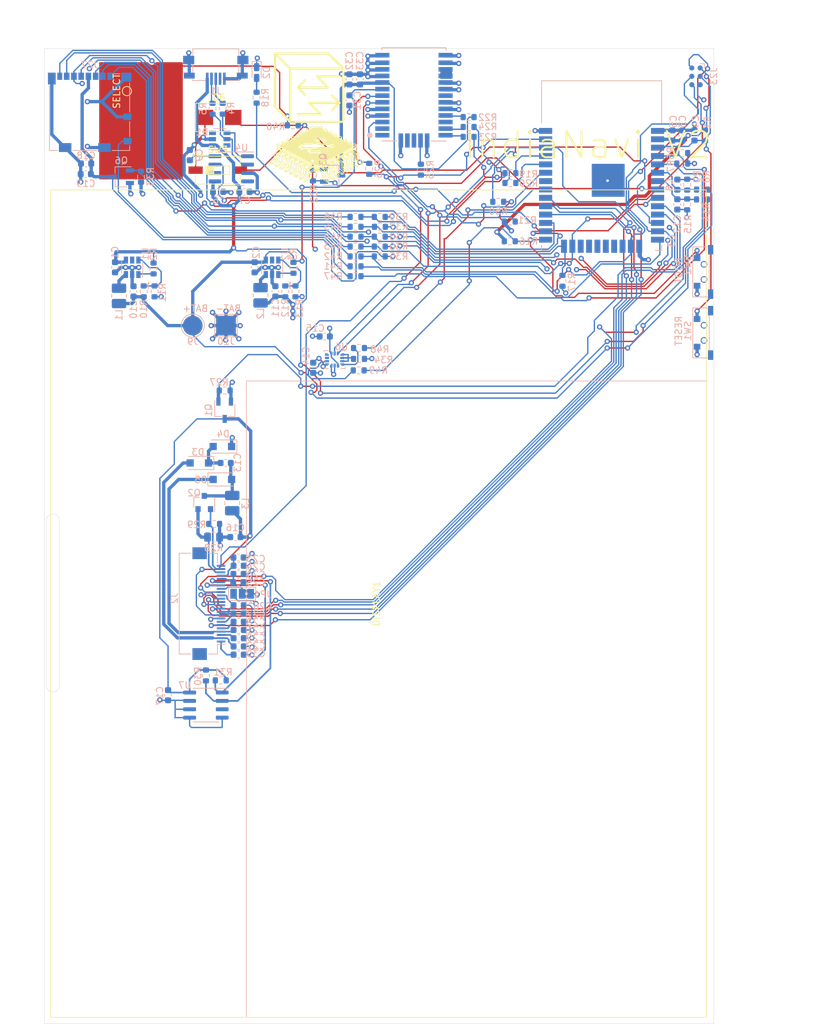
<source format=kicad_pcb>
(kicad_pcb (version 20210108) (generator pcbnew)
  (layers (0 "F.Cu" signal) (1 "In1.Cu" signal) (2 "In2.Cu" signal) (31 "B.Cu" signal) (34 "B.Paste" user) (35 "F.Paste" user) (36 "B.SilkS" user "B.Silkscreen") (37 "F.SilkS" user "F.Silkscreen") (38 "B.Mask" user) (39 "F.Mask" user) (44 "Edge.Cuts" user))
  (net 0 "")
  (net 1 "GND")
  (net 2 "+BATT")
  (net 3 "+3V3")
  (net 4 "VIN_ADC")
  (net 5 "VBAT_ADC")
  (net 6 "EINK_VCC")
  (net 7 "Net-(J8-Pad1)")
  (net 8 "I2C_DAT")
  (net 9 "EINK_SPI_MOSI")
  (net 10 "EINK_SPI_CLK")
  (net 11 "EINK_~CS")
  (net 12 "EINK_DC")
  (net 13 "EINK_STATE")
  (net 14 "SD_DAT0")
  (net 15 "SD_DAT1")
  (net 16 "SD_DAT2")
  (net 17 "EINK_VCC_~EN")
  (net 18 "SD_VCC_nEN")
  (net 19 "GPS_VCC_nEN")
  (net 20 "Net-(R2-Pad1)")
  (net 21 "UART1_RX")
  (net 22 "UART1_TX")
  (net 23 "Net-(R34-Pad2)")
  (net 24 "G_INT1")
  (net 25 "G_INT2")
  (net 26 "SD_nDET")
  (net 27 "+5V")
  (net 28 "ESP_~RST")
  (net 29 "Net-(C9-Pad1)")
  (net 30 "Net-(C13-Pad2)")
  (net 31 "Net-(C13-Pad1)")
  (net 32 "Net-(C18-Pad1)")
  (net 33 "Net-(C20-Pad1)")
  (net 34 "/PREVGH")
  (net 35 "/PREVGL")
  (net 36 "Net-(C23-Pad1)")
  (net 37 "Net-(C27-Pad2)")
  (net 38 "Net-(C28-Pad2)")
  (net 39 "Net-(C29-Pad2)")
  (net 40 "Net-(C30-Pad2)")
  (net 41 "/USB_D-")
  (net 42 "/USB_D+")
  (net 43 "Net-(D2-Pad2)")
  (net 44 "Net-(J1-Pad3)")
  (net 45 "Net-(J1-Pad2)")
  (net 46 "EINK_SPI_MISO")
  (net 47 "/RESE")
  (net 48 "/GDR")
  (net 49 "EINK_EEPROM_~EN")
  (net 50 "JTAG_TCK")
  (net 51 "JTAG_TMS")
  (net 52 "JTAG_TDO")
  (net 53 "Net-(L1-Pad1)")
  (net 54 "Net-(L2-Pad1)")
  (net 55 "GPS_SUPPLY")
  (net 56 "Net-(R3-Pad1)")
  (net 57 "Net-(R10-Pad2)")
  (net 58 "Net-(R12-Pad2)")
  (net 59 "Net-(R18-Pad2)")
  (net 60 "Net-(R19-Pad1)")
  (net 61 "Net-(R20-Pad1)")
  (net 62 "Net-(R22-Pad2)")
  (net 63 "Net-(R23-Pad2)")
  (net 64 "Net-(R24-Pad2)")
  (net 65 "Net-(R25-Pad2)")
  (net 66 "Net-(R26-Pad2)")
  (net 67 "Net-(J2-Pad19)")
  (net 68 "Net-(J2-Pad18)")
  (net 69 "Net-(J2-Pad17)")
  (net 70 "Net-(U5-Pad16)")
  (net 71 "no_connect_(D1-Pad3)")
  (net 72 "Net-(J27-Pad10)")
  (net 73 "Net-(J27-Pad7)")
  (net 74 "Net-(J27-Pad5)")
  (net 75 "Net-(J27-Pad3)")
  (net 76 "Net-(J27-Pad2)")
  (net 77 "Net-(J27-Pad8)")
  (net 78 "Net-(J27-Pad1)")
  (net 79 "no_connect_(D1-Pad6)")
  (net 80 "IO27")
  (net 81 "no_connect_(J1-Pad4)")
  (net 82 "Net-(U6-Pad4)")
  (net 83 "Net-(U6-Pad9)")
  (net 84 "no_connect_(U1-Pad5)")
  (net 85 "no_connect_(U2-Pad5)")
  (net 86 "no_connect_(U3-Pad17)")
  (net 87 "no_connect_(U3-Pad18)")
  (net 88 "no_connect_(U3-Pad19)")
  (net 89 "no_connect_(U3-Pad20)")
  (net 90 "no_connect_(U3-Pad21)")
  (net 91 "no_connect_(U3-Pad22)")
  (net 92 "no_connect_(U3-Pad32)")
  (net 93 "no_connect_(U4-Pad4)")
  (net 94 "no_connect_(U5-Pad2)")
  (net 95 "no_connect_(U5-Pad20)")
  (net 96 "no_connect_(U5-Pad24)")
  (net 97 "no_connect_(U5-Pad29)")
  (net 98 "no_connect_(U5-Pad30)")
  (net 99 "no_connect_(U6-Pad10)")
  (net 100 "no_connect_(U6-Pad11)")
  (net 101 "no_connect_(U7-Pad3)")
  (footprint "TestPoint:TestPoint_Pad_D1.0mm" (layer "F.Cu") (at 51.2 37.4 -90)
    (fp_text reference "J8" hide)
    (fp_text value "SELECT")
  )
  (footprint "KiCad:Symbol_kurzschlussblog_12mm" (layer "F.Cu") (at 78.74 36.83 90)
    (fp_text reference "G***" hide)
    (fp_text value "LOGO" hide)
  )
  (footprint "Kicad:Platinenmacher_14" (layer "F.Cu") (at 80.01 46.99)
    (fp_text reference "G***" hide)
    (fp_text value "LOGO" hide)
  )
  (footprint "Navi_2_0:EPD_MODUL 5.65" (layer "F.Cu") (at 89.6 115.2 -90)
    (fp_text reference "DISPLAY1")
    (fp_text value "SYM_Arrow45_Large")
  )
  (footprint "Diode_SMD:D_SMB" (layer "F.Cu") (at 65.2 41.4)
    (fp_text reference "D6")
    (fp_text value "SFH 2240")
  )
  (footprint "Button_Switch_SMD:SW_DIP_SPSTx01_Slide_6.7x4.1mm_W6.73mm_P2.54mm_LowProfile_JPin" (layer "F.Cu") (at 65 49.4)
    (fp_text reference "SW3")
    (fp_text value "WKUP")
  )
  (footprint "Capacitor_SMD:C_0603_1608Metric" (layer "B.Cu") (at 49.4 64.15 -90)
    (fp_text reference "C1")
    (fp_text value "4µ7")
  )
  (footprint "Capacitor_SMD:C_0603_1608Metric" (layer "B.Cu") (at 70.6 64.15 -90)
    (fp_text reference "C2")
    (fp_text value "4µ7")
  )
  (footprint "Capacitor_SMD:C_0603_1608Metric" (layer "B.Cu") (at 52.2 67.8 90)
    (fp_text reference "C10")
    (fp_text value "4µ7")
  )
  (footprint "Capacitor_SMD:C_0603_1608Metric" (layer "B.Cu") (at 73.75 67.8 90)
    (fp_text reference "C11")
    (fp_text value "4µ7")
  )
  (footprint "Capacitor_SMD:C_0603_1608Metric" (layer "B.Cu") (at 79.5 79.4 -90)
    (fp_text reference "C14")
    (fp_text value "4µ7")
  )
  (footprint "Capacitor_SMD:C_0603_1608Metric" (layer "B.Cu") (at 81.25 74.65)
    (fp_text reference "C15")
    (fp_text value "100n")
  )
  (footprint "LED_SMD:LED_0603_1608Metric_Castellated" (layer "B.Cu") (at 70.9 34.5875 -90)
    (fp_text reference "D2")
    (fp_text value "LED")
  )
  (footprint "Inductor_SMD:L_1008_2520Metric_Pad1.43x2.20mm_HandSolder" (layer "B.Cu") (at 50 68.4875 -90)
    (fp_text reference "L1")
    (fp_text value "2.2µ")
  )
  (footprint "Inductor_SMD:L_1008_2520Metric_Pad1.43x2.20mm_HandSolder" (layer "B.Cu") (at 71.5 68.4 -90)
    (fp_text reference "L2")
    (fp_text value "2.2µ")
  )
  (footprint "Package_TO_SOT_SMD:TSOT-23" (layer "B.Cu") (at 82.45 50.2)
    (fp_text reference "Q3")
    (fp_text value "DMG2301L-7 ")
  )
  (footprint "Package_TO_SOT_SMD:TSOT-23" (layer "B.Cu") (at 50.35 50.4 180)
    (fp_text reference "Q6")
    (fp_text value "DMG2301L-7 ")
  )
  (footprint "Resistor_SMD:R_0603_1608Metric" (layer "B.Cu") (at 55.25 64.325 90)
    (fp_text reference "R2")
    (fp_text value "4K7")
  )
  (footprint "Resistor_SMD:R_0603_1608Metric" (layer "B.Cu") (at 76.5 64.225 90)
    (fp_text reference "R3")
    (fp_text value "4K7")
  )
  (footprint "Resistor_SMD:R_0603_1608Metric" (layer "B.Cu") (at 53.75 67.8 90)
    (fp_text reference "R10")
    (fp_text value "590K")
  )
  (footprint "Resistor_SMD:R_0603_1608Metric" (layer "B.Cu") (at 75.25 67.8 90)
    (fp_text reference "R12")
    (fp_text value "430K")
  )
  (footprint "Resistor_SMD:R_0603_1608Metric" (layer "B.Cu") (at 70.9 38.4 -90)
    (fp_text reference "R18")
    (fp_text value "4K7")
  )
  (footprint "Resistor_SMD:R_0603_1608Metric" (layer "B.Cu") (at 79.45 50.2 90)
    (fp_text reference "R32")
    (fp_text value "100K")
  )
  (footprint "Resistor_SMD:R_0603_1608Metric" (layer "B.Cu") (at 53.35 50.4 90)
    (fp_text reference "R33")
    (fp_text value "100K")
  )
  (footprint "Resistor_SMD:R_0603_1608Metric" (layer "B.Cu") (at 86.45 78.05 180)
    (fp_text reference "R34")
    (fp_text value "10R")
  )
  (footprint "Navi_2_0:TS36CA" (layer "B.Cu") (at 138.85 74.1)
    (fp_text reference "SW1")
    (fp_text value "SW_Push")
  )
  (footprint "Navi_2_0:TS36CA" (layer "B.Cu") (at 138.85 64.85)
    (fp_text reference "SW2")
    (fp_text value "SW_Push")
  )
  (footprint "Package_TO_SOT_SMD:SOT-23-6" (layer "B.Cu") (at 52 64.15 90)
    (fp_text reference "U1")
    (fp_text value "MT3420C")
  )
  (footprint "Package_TO_SOT_SMD:SOT-23-6" (layer "B.Cu") (at 73.25 64.15 90)
    (fp_text reference "U2")
    (fp_text value "MT3420C")
  )
  (footprint "RF_Module:ESP32-WROOM-32" (layer "B.Cu") (at 123.3 51.7 180)
    (fp_text reference "U3")
    (fp_text value "ESP32-WROOM-32")
  )
  (footprint "Package_LGA:LGA-14_3x2.5mm_P0.5mm_LayoutBorder3x4y" (layer "B.Cu") (at 82.75 78.15 180)
    (fp_text reference "U6")
    (fp_text value "LSM6DS3")
  )
  (footprint "TestPoint:TestPoint_Pad_D3.0mm" (layer "B.Cu") (at 61.2 73)
    (fp_text reference "J9")
    (fp_text value "BAT+")
  )
  (footprint "TestPoint:TestPoint_Pad_3.0x3.0mm" (layer "B.Cu") (at 66.25 73)
    (fp_text reference "J10")
    (fp_text value "BAT-")
  )
  (footprint "Capacitor_SMD:C_0603_1608Metric" (layer "B.Cu") (at 135.55 44.15 90)
    (fp_text reference "C3")
    (fp_text value "4µ7")
  )
  (footprint "Capacitor_SMD:C_0603_1608Metric" (layer "B.Cu") (at 137.4 44.125 90)
    (fp_text reference "C4")
    (fp_text value "100n")
  )
  (footprint "Capacitor_SMD:C_0603_1608Metric" (layer "B.Cu") (at 134.8 51.6 -90)
    (fp_text reference "C8")
    (fp_text value "100n")
  )
  (footprint "Capacitor_SMD:C_0603_1608Metric" (layer "B.Cu") (at 134.8 54.6 90)
    (fp_text reference "C12")
    (fp_text value "100n")
  )
  (footprint "Capacitor_SMD:C_0603_1608Metric" (layer "B.Cu") (at 134.05 44.15 90)
    (fp_text reference "C5")
    (fp_text value "100n")
  )
  (footprint "Resistor_SMD:R_0603_1608Metric" (layer "B.Cu") (at 135.55 46.8)
    (fp_text reference "R6")
    (fp_text value "100K")
  )
  (footprint "Resistor_SMD:R_0603_1608Metric" (layer "B.Cu") (at 139 44.15 90)
    (fp_text reference "R1")
    (fp_text value "4K7")
  )
  (footprint "Resistor_SMD:R_0603_1608Metric" (layer "B.Cu") (at 136.3 54.6 90)
    (fp_text reference "R15")
    (fp_text value "100K")
  )
  (footprint "Resistor_SMD:R_0603_1608Metric" (layer "B.Cu") (at 109.35 57.2)
    (fp_text reference "R21")
    (fp_text value "4K7")
  )
  (footprint "Resistor_SMD:R_0603_1608Metric" (layer "B.Cu") (at 135.55 48.4 180)
    (fp_text reference "R7")
    (fp_text value "100K")
  )
  (footprint "Resistor_SMD:R_0603_1608Metric" (layer "B.Cu") (at 88 49.2 90)
    (fp_text reference "R26")
    (fp_text value "10R")
  )
  (footprint "Resistor_SMD:R_0603_1608Metric" (layer "B.Cu") (at 109.45 51.35 180)
    (fp_text reference "R20")
    (fp_text value "10R")
  )
  (footprint "Resistor_SMD:R_0603_1608Metric" (layer "B.Cu") (at 109.35 60.2 180)
    (fp_text reference "R16")
    (fp_text value "4K7")
  )
  (footprint "Resistor_SMD:R_0603_1608Metric" (layer "B.Cu") (at 138.55 52.35)
    (fp_text reference "R8")
    (fp_text value "100K")
  )
  (footprint "Resistor_SMD:R_0603_1608Metric" (layer "B.Cu") (at 136.3 51.6 -90)
    (fp_text reference "R9")
    (fp_text value "100K")
  )
  (footprint "Resistor_SMD:R_0603_1608Metric" (layer "B.Cu") (at 109.45 49.85 180)
    (fp_text reference "R19")
    (fp_text value "10R")
  )
  (footprint "Resistor_SMD:R_0603_1608Metric" (layer "B.Cu") (at 138.55 53.85)
    (fp_text reference "R14")
    (fp_text value "100K")
  )
  (footprint "Resistor_SMD:R_0603_1608Metric" (layer "B.Cu") (at 117.35 66.2 90)
    (fp_text reference "R17")
    (fp_text value "100K")
  )
  (footprint "Capacitor_SMD:C_0603_1608Metric" (layer "B.Cu") (at 68.175 121.7 180)
    (fp_text reference "C22")
    (fp_text value "1µ")
  )
  (footprint "Capacitor_SMD:C_0603_1608Metric" (layer "B.Cu") (at 66.2 93.85 180)
    (fp_text reference "C13")
    (fp_text value "4µ7")
  )
  (footprint "Capacitor_SMD:C_0603_1608Metric" (layer "B.Cu") (at 67.675 105.1 180)
    (fp_text reference "C16")
    (fp_text value "4µ7")
  )
  (footprint "Capacitor_SMD:C_0603_1608Metric" (layer "B.Cu") (at 57.45 129.1 -90)
    (fp_text reference "C17")
    (fp_text value "100n")
  )
  (footprint "Capacitor_SMD:C_0603_1608Metric" (layer "B.Cu") (at 68.175 119.2 180)
    (fp_text reference "C21")
    (fp_text value "1µ")
  )
  (footprint "Capacitor_SMD:C_0603_1608Metric" (layer "B.Cu") (at 68.15 110.7)
    (fp_text reference "C20")
    (fp_text value "4µ7")
  )
  (footprint "Diode_SMD:D_SOD-123F" (layer "B.Cu") (at 65.7 91.35 180)
    (fp_text reference "D4")
    (fp_text value "D")
  )
  (footprint "Capacitor_SMD:C_0603_1608Metric" (layer "B.Cu") (at 68.15 108.2)
    (fp_text reference "C23")
    (fp_text value "4µ7")
  )
  (footprint "Capacitor_SMD:C_0603_1608Metric" (layer "B.Cu") (at 68.175 109.45)
    (fp_text reference "C24")
    (fp_text value "4µ7")
  )
  (footprint "Capacitor_SMD:C_0603_1608Metric" (layer "B.Cu") (at 68.125 111.95)
    (fp_text reference "C25")
    (fp_text value "4µ7")
  )
  (footprint "Capacitor_SMD:C_0603_1608Metric" (layer "B.Cu") (at 68.175 115.45)
    (fp_text reference "C26")
    (fp_text value "100n")
  )
  (footprint "Capacitor_SMD:C_0603_1608Metric" (layer "B.Cu") (at 68.15 116.7 180)
    (fp_text reference "C27")
    (fp_text value "1µ")
  )
  (footprint "Capacitor_SMD:C_0603_1608Metric" (layer "B.Cu") (at 68.175 117.95 180)
    (fp_text reference "C28")
    (fp_text value "1µ")
  )
  (footprint "Capacitor_SMD:C_0603_1608Metric" (layer "B.Cu") (at 68.175 120.45 180)
    (fp_text reference "C29")
    (fp_text value "1µ")
  )
  (footprint "Diode_SMD:D_SOD-123F" (layer "B.Cu") (at 62.2 93.85 180)
    (fp_text reference "D3")
    (fp_text value "D")
  )
  (footprint "Diode_SMD:D_SOD-123F" (layer "B.Cu") (at 65.7 96.35)
    (fp_text reference "D5")
    (fp_text value "D")
  )
  (footprint "Connector_FFC-FPC:Hirose_FH12-24S-0.5SH_1x24-1MP_P0.50mm_Horizontal" (layer "B.Cu") (at 63.65 115.2 90)
    (fp_text reference "J2")
    (fp_text value "Conn_01x24_Male")
  )
  (footprint "Capacitor_SMD:C_0603_1608Metric" (layer "B.Cu") (at 68.175 122.95 180)
    (fp_text reference "C30")
    (fp_text value "1µ")
  )
  (footprint "Package_TO_SOT_SMD:TSOT-23" (layer "B.Cu") (at 66.05 85.85 -90)
    (fp_text reference "Q1")
    (fp_text value "DMG2301L-7 ")
  )
  (footprint "Jumper:SolderJumper-3_P1.3mm_Bridged2Bar12_Pad1.0x1.5mm" (layer "B.Cu") (at 68.7 113.7 180)
    (fp_text reference "JP1")
    (fp_text value "Jumper_3_Bridged12")
  )
  (footprint "Package_TO_SOT_SMD:SOT-23" (layer "B.Cu") (at 62.95 99.85 90)
    (fp_text reference "Q2")
    (fp_text value "Q_NMOS_GSD")
  )
  (footprint "Inductor_SMD:L_1008_2520Metric_Pad1.43x2.20mm_HandSolder" (layer "B.Cu") (at 67.2 99.9375 90)
    (fp_text reference "L3")
    (fp_text value "2.2µ")
  )
  (footprint "Resistor_SMD:R_0805_2012Metric" (layer "B.Cu") (at 64.3625 105.1)
    (fp_text reference "R28")
    (fp_text value "470m")
  )
  (footprint "Resistor_SMD:R_0603_1608Metric" (layer "B.Cu") (at 66.05 82.85)
    (fp_text reference "R27")
    (fp_text value "100K")
  )
  (footprint "Package_SO:SOIC-8_3.9x4.9mm_P1.27mm" (layer "B.Cu") (at 63.2 130.6 180)
    (fp_text reference "U7")
    (fp_text value "TCN75-3.3")
  )
  (footprint "Resistor_SMD:R_0603_1608Metric" (layer "B.Cu") (at 64.45 103.1 180)
    (fp_text reference "R29")
    (fp_text value "100K")
  )
  (footprint "Resistor_SMD:R_0603_1608Metric" (layer "B.Cu") (at 63.2 126.1 90)
    (fp_text reference "R30")
    (fp_text value "4K7")
  )
  (footprint "Resistor_SMD:R_0603_1608Metric" (layer "B.Cu") (at 55.4 67.8 90)
    (fp_text reference "R11")
    (fp_text value "100K")
  )
  (footprint "Resistor_SMD:R_0603_1608Metric" (layer "B.Cu") (at 76.8 67.8 90)
    (fp_text reference "R13")
    (fp_text value "100K")
  )
  (footprint "Capacitor_SMD:C_0603_1608Metric" (layer "B.Cu") (at 85 38.825 -90)
    (fp_text reference "C31")
    (fp_text value "4µ7")
  )
  (footprint "Capacitor_SMD:C_0603_1608Metric" (layer "B.Cu") (at 85 35.625 -90)
    (fp_text reference "C32")
    (fp_text value "4µ7")
  )
  (footprint "Capacitor_SMD:C_0603_1608Metric" (layer "B.Cu") (at 86.6 35.625 -90)
    (fp_text reference "C33")
    (fp_text value "4µ7")
  )
  (footprint "Connector:Tag-Connect_TC2030-IDC-NL_2x03_P1.27mm_Vertical" (layer "B.Cu") (at 137.634 35.16 -90)
    (fp_text reference "J23")
    (fp_text value "Conn_01x06_Male")
  )
  (footprint "Capacitor_SMD:C_0603_1608Metric" (layer "B.Cu") (at 65.05 52.7 180)
    (fp_text reference "C6")
    (fp_text value "100n")
  )
  (footprint "Capacitor_SMD:C_0603_1608Metric" (layer "B.Cu") (at 69.05 52.7 180)
    (fp_text reference "C7")
    (fp_text value "4µ7")
  )
  (footprint "Capacitor_SMD:C_0603_1608Metric" (layer "B.Cu") (at 60.75 47.125 90)
    (fp_text reference "C9")
    (fp_text value "100n")
  )
  (footprint "Package_SO:SOIC-8_3.9x4.9mm_P1.27mm" (layer "B.Cu") (at 67.05 49.2 180)
    (fp_text reference "U4")
    (fp_text value "CH330N")
  )
  (footprint "Capacitor_SMD:C_0603_1608Metric" (layer "B.Cu") (at 44.95 50)
    (fp_text reference "C19")
    (fp_text value "4µ7")
  )
  (footprint "Capacitor_SMD:C_0603_1608Metric" (layer "B.Cu") (at 45 48.4 180)
    (fp_text reference "C18")
    (fp_text value "100n")
  )
  (footprint "Package_TO_SOT_SMD:SOT-23-6" (layer "B.Cu") (at 65.3 44.7)
    (fp_text reference "D1")
    (fp_text value "ESDA6V1-5SC6")
  )
  (footprint "Connector_Card:microSD_HC_Molex_104031-0811" (layer "B.Cu") (at 45.55 40.6 180)
    (fp_text reference "J27")
    (fp_text value "Micro_SD_Card_Det")
  )
  (footprint "Resistor_SMD:R_0603_1608Metric" (layer "B.Cu") (at 64.2 40.075 -90)
    (fp_text reference "R5")
    (fp_text value "10R")
  )
  (footprint "Resistor_SMD:R_0603_1608Metric" (layer "B.Cu") (at 65.75 40.075 -90)
    (fp_text reference "R4")
    (fp_text value "10R")
  )
  (footprint "Navi_2_0:MICRO QTZB5.0" (layer "B.Cu") (at 64.7 34.6)
    (fp_text reference "J1")
    (fp_text value "USB_B_Micro")
  )
  (footprint "Resistor_SMD:R_0603_1608Metric" (layer "B.Cu") (at 95.85 49.325 90)
    (fp_text reference "R25")
    (fp_text value "10R")
  )
  (footprint "Resistor_SMD:R_0603_1608Metric" (layer "B.Cu") (at 103.1 44.35 180)
    (fp_text reference "R23")
    (fp_text value "10R")
  )
  (footprint "Resistor_SMD:R_0603_1608Metric" (layer "B.Cu") (at 103.1 42.85 180)
    (fp_text reference "R24")
    (fp_text value "10R")
  )
  (footprint "Resistor_SMD:R_0603_1608Metric" (layer "B.Cu") (at 76.4 42.6 180)
    (fp_text reference "R40")
    (fp_text value "10R")
  )
  (footprint "Resistor_SMD:R_0603_1608Metric" (layer "B.Cu") (at 103.1 41.35 180)
    (fp_text reference "R22")
    (fp_text value "10R")
  )
  (footprint "Resistor_SMD:R_0603_1608Metric" (layer "B.Cu") (at 65.45 126.85)
    (fp_text reference "R31")
    (fp_text value "4K7")
  )
  (footprint "Resistor_SMD:R_0603_1608Metric" (layer "B.Cu") (at 85.925 64 180)
    (fp_text reference "R41")
    (fp_text value "10R")
  )
  (footprint "Resistor_SMD:R_0603_1608Metric" (layer "B.Cu") (at 85.925 62.5 180)
    (fp_text reference "R42")
    (fp_text value "10R")
  )
  (footprint "Resistor_SMD:R_0603_1608Metric" (layer "B.Cu") (at 85.925 61 180)
    (fp_text reference "R43")
    (fp_text value "10R")
  )
  (footprint "Resistor_SMD:R_0603_1608Metric" (layer "B.Cu") (at 85.925 58 180)
    (fp_text reference "R45")
    (fp_text value "10R")
  )
  (footprint "Resistor_SMD:R_0603_1608Metric" (layer "B.Cu") (at 85.925 65.5 180)
    (fp_text reference "R47")
    (fp_text value "10R")
  )
  (footprint "Resistor_SMD:R_0603_1608Metric" (layer "B.Cu") (at 85.925 56.5 180)
    (fp_text reference "R46")
    (fp_text value "10R")
  )
  (footprint "Resistor_SMD:R_0603_1608Metric" (layer "B.Cu") (at 85.925 59.5 180)
    (fp_text reference "R44")
    (fp_text value "10R")
  )
  (footprint "Resistor_SMD:R_0603_1608Metric" (layer "B.Cu") (at 89.6 56.5)
    (fp_text reference "R39")
    (fp_text value "4K7")
  )
  (footprint "Resistor_SMD:R_0603_1608Metric" (layer "B.Cu") (at 89.625 58)
    (fp_text reference "R37")
    (fp_text value "4K7")
  )
  (footprint "Resistor_SMD:R_0603_1608Metric" (layer "B.Cu") (at 89.6 59.5)
    (fp_text reference "R38")
    (fp_text value "4K7")
  )
  (footprint "Resistor_SMD:R_0603_1608Metric" (layer "B.Cu") (at 89.6 62.5)
    (fp_text reference "R35")
    (fp_text value "4K7")
  )
  (footprint "Resistor_SMD:R_0603_1608Metric" (layer "B.Cu") (at 89.6 61)
    (fp_text reference "R36")
    (fp_text value "4K7")
  )
  (footprint "Navi_2_0:XCVR_L96-M33" (layer "B.Cu") (at 94.8 37.9)
    (fp_text reference "U5")
    (fp_text value "L96-M33")
  )
  (footprint "Resistor_SMD:R_0603_1608Metric" (layer "B.Cu") (at 86.45 76.4)
    (fp_text reference "R48")
    (fp_text value "10R")
  )
  (footprint "Resistor_SMD:R_0603_1608Metric" (layer "B.Cu") (at 107.6 54.2)
    (fp_text reference "R50")
    (fp_text value "100K")
  )
  (footprint "Resistor_SMD:R_0603_1608Metric" (layer "B.Cu") (at 86.4 79.8)
    (fp_text reference "R49")
    (fp_text value "10R")
  )
  (gr_line (start 54.25 66.9) (end 54.5 67.4) (layer "B.SilkS") (width 0.12))
  (gr_line (start 76 66.4) (end 75.75 66.9) (layer "B.SilkS") (width 0.12))
  (gr_line (start 69.35 81.4) (end 139.35 81.4) (layer "B.SilkS") (width 0.1))
  (gr_line (start 69.35 81.4) (end 69.35 177.9) (layer "B.SilkS") (width 0.1))
  (gr_line (start 54.5 66.4) (end 54.25 66.9) (layer "B.SilkS") (width 0.12))
  (gr_line (start 54.5 67.4) (end 54.5 66.4) (layer "B.SilkS") (width 0.12))
  (gr_line (start 75.75 66.9) (end 76 67.4) (layer "B.SilkS") (width 0.12))
  (gr_line (start 76 67.4) (end 76 66.4) (layer "B.SilkS") (width 0.12))
  (gr_line (start 39.6 178) (end 39.6 52.4) (layer "F.SilkS") (width 0.12))
  (gr_line (start 39.6 52.4) (end 139.2 52.4) (layer "F.SilkS") (width 0.12))
  (gr_line (start 139.2 178) (end 39.6 178) (layer "F.SilkS") (width 0.12))
  (gr_line (start 139.2 52.4) (end 139.2 178) (layer "F.SilkS") (width 0.12))
  (gr_line (start 140.35 178.95) (end 38.65 178.95) (layer "Edge.Cuts") (width 0.05))
  (gr_line (start 40.95 127.6) (end 40.95 102.6) (layer "Edge.Cuts") (width 0.05))
  (gr_line (start 38.95 102.6) (end 38.95 127.6) (layer "Edge.Cuts") (width 0.05))
  (gr_arc (start 39.95 127.6) (end 38.95 127.6) (angle -180) (layer "Edge.Cuts") (width 0.05))
  (gr_arc (start 39.95 102.6) (end 40.95 102.6) (angle -180) (layer "Edge.Cuts") (width 0.05))
  (gr_line (start 38.65 30.95) (end 140.35 30.95) (layer "Edge.Cuts") (width 0.05))
  (gr_line (start 140.35 30.95) (end 140.35 178.95) (layer "Edge.Cuts") (width 0.05))
  (gr_line (start 38.65 178.95) (end 38.65 30.95) (layer "Edge.Cuts") (width 0.05))
  (gr_text "BAT-\n" (at 66.6 70.4) (layer "B.SilkS") (effects (font (size 1 1)) (justify mirror)))
  (gr_text "RESET" (at 135 73.8 90) (layer "B.SilkS") (effects (font (size 1 1)) (justify mirror)))
  (gr_text "BOOT" (at 135 64.6 90) (layer "B.SilkS") (effects (font (size 1 1)) (justify mirror)))
  (gr_text "BAT+" (at 61.6 70.4) (layer "B.SilkS") (effects (font (size 1 1)) (justify mirror)))
  (gr_text "IndiaNavi V2" (at 121.2 45.6) (layer "F.SilkS") (effects (font (size 4 4) (thickness 0.3))))
  (segment (start 130.1 67.4) (end 133.914758 63.585242) (width 0.2) (layer "F.Cu") (net 1))
  (segment (start 124.099978 66.699978) (end 129.565707 66.699978) (width 0.2) (layer "F.Cu") (net 1))
  (segment (start 120.9 64.5) (end 123.8 67.4) (width 0.2) (layer "F.Cu") (net 1))
  (segment (start 129.565707 66.699978) (end 132.1 64.165685) (width 0.2) (layer "F.Cu") (net 1))
  (segment (start 61.635 49.4) (end 61.635 45.766372) (width 0.2) (layer "F.Cu") (net 1))
  (segment (start 62.6 44.4) (end 61.434314 45.565686) (width 0.5) (layer "F.Cu") (net 1))
  (segment (start 62.8 44.4) (end 62.6 44.4) (width 0.5) (layer "F.Cu") (net 1))
  (segment (start 63.05 41.4) (end 63.05 44.15) (width 0.2) (layer "F.Cu") (net 1))
  (segment (start 123.8 67.4) (end 130.1 67.4) (width 0.2) (layer "F.Cu") (net 1))
  (segment (start 119.5 64.5) (end 120.9 64.5) (width 0.2) (layer "F.Cu") (net 1))
  (segment (start 120.2 62.8) (end 124.099978 66.699978) (width 0.2) (layer "F.Cu") (net 1))
  (segment (start 61.635 45.766372) (end 61.434314 45.565686) (width 0.2) (layer "F.Cu") (net 1))
  (segment (start 133.914758 63.585242) (end 134.235242 63.585242) (width 0.2) (layer "F.Cu") (net 1))
  (segment (start 63.05 44.15) (end 62.8 44.4) (width 0.2) (layer "F.Cu") (net 1))
  (segment (start 132.1 64.165685) (end 132.1 63.6) (width 0.2) (layer "F.Cu") (net 1))
  (via (at 119.5 64.5) (size 0.8) (drill 0.4) (layers "F.Cu" "B.Cu") (net 1))
  (via (at 117.850832 68.056849) (size 0.8) (drill 0.4) (layers "F.Cu" "B.Cu") (net 1))
  (via (at 74.2 64.169998) (size 0.8) (drill 0.4) (layers "F.Cu" "B.Cu") (net 1))
  (via (at 51 64.169998) (size 0.8) (drill 0.4) (layers "F.Cu" "B.Cu") (net 1))
  (via (at 56.2 129.8) (size 0.8) (drill 0.4) (layers "F.Cu" "B.Cu") (net 1))
  (via (at 132.1 63.6) (size 0.8) (drill 0.4) (layers "F.Cu" "B.Cu") (net 1))
  (via (at 70.2 107.6) (size 0.8) (drill 0.4) (layers "F.Cu" "B.Cu") (net 1))
  (via (at 70.2 123) (size 0.8) (drill 0.4) (layers "F.Cu" "B.Cu") (net 1))
  (via (at 62.4 53.2) (size 0.8) (drill 0.4) (layers "F.Cu" "B.Cu") (net 1))
  (via (at 73.6 57.899958) (size 0.8) (drill 0.4) (layers "F.Cu" "B.Cu") (net 1))
  (via (at 80.6 80.2) (size 0.8) (drill 0.4) (layers "F.Cu" "B.Cu") (net 1))
  (via (at 68.8 31.6) (size 0.8) (drill 0.4) (layers "F.Cu" "B.Cu") (net 1))
  (via (at 101.6 33.2) (size 0.8) (drill 0.4) (layers "F.Cu" "B.Cu") (net 1))
  (via (at 87.676349 60.176349) (size 0.8) (drill 0.4) (layers "F.Cu" "B.Cu") (net 1))
  (via (at 77.8 68.6) (size 0.8) (drill 0.4) (layers "F.Cu" "B.Cu") (net 1))
  (via (at 113.2 43.4) (size 0.8) (drill 0.4) (layers "F.Cu" "B.Cu") (net 1))
  (via (at 71 32.4) (size 0.8) (drill 0.4) (layers "F.Cu" "B.Cu") (net 1))
  (via (at 101.6 39.2) (size 0.8) (drill 0.4) (layers "F.Cu" "B.Cu") (net 1))
  (via (at 44.2 51.2) (size 0.8) (drill 0.4) (layers "F.Cu" "B.Cu") (net 1))
  (via (at 70.2 117.8) (size 0.8) (drill 0.4) (layers "F.Cu" "B.Cu") (net 1))
  (via (at 67 52.80001) (size 0.8) (drill 0.4) (layers "F.Cu" "B.Cu") (net 1))
  (via (at 68.4 73) (size 0.8) (drill 0.4) (layers "F.Cu" "B.Cu") (net 1))
  (via (at 120.2 62.8) (size 0.8) (drill 0.4) (layers "F.Cu" "B.Cu") (net 1))
  (via (at 101.6 40.2) (size 0.8) (drill 0.4) (layers "F.Cu" "B.Cu") (net 1))
  (via (at 87.8 35.2) (size 0.8) (drill 0.4) (layers "F.Cu" "B.Cu") (net 1))
  (via (at 44.4 36.250002) (size 0.8) (drill 0.4) (layers "F.Cu" "B.Cu") (net 1))
  (via (at 45.2 39) (size 0.8) (drill 0.4) (layers "F.Cu" "B.Cu") (net 1))
  (via (at 66.25 70.8) (size 0.8) (drill 0.4) (layers "F.Cu" "B.Cu") (net 1))
  (via (at 87.8 32.1) (size 0.8) (drill 0.4) (layers "F.Cu" "B.Cu") (net 1))
  (via (at 92.7 60.9) (size 0.8) (drill 0.4) (layers "F.Cu" "B.Cu") (net 1))
  (via (at 71 52.80001) (size 0.8) (drill 0.4) (layers "F.Cu" "B.Cu") (net 1))
  (via (at 96.8 47.2) (size 0.8) (drill 0.4) (layers "F.Cu" "B.Cu") (net 1))
  (via (at 87.8 34.2) (size 0.8) (drill 0.4) (layers "F.Cu" "B.Cu") (net 1))
  (via (at 92.7 59.5) (size 0.8) (drill 0.4) (layers "F.Cu" "B.Cu") (net 1))
  (via (at 45.2 45.8) (size 0.8) (drill 0.4) (layers "F.Cu" "B.Cu") (net 1))
  (via (at 101.6 37.2) (size 0.8) (drill 0.4) (layers "F.Cu" "B.Cu") (net 1))
  (via (at 66.2 75.2) (size 0.8) (drill 0.4) (layers "F.Cu" "B.Cu") (net 1))
  (via (at 115 64.4) (size 0.8) (drill 0.4) (layers "F.Cu" "B.Cu") (net 1))
  (via (at 53 64.169998) (size 0.8) (drill 0.4) (layers "F.Cu" "B.Cu") (net 1))
  (via (at 63.930354 117.572599) (size 0.8) (drill 0.4) (layers "F.Cu" "B.Cu") (net 1))
  (via (at 136.2 56.6) (size 0.8) (drill 0.4) (layers "F.Cu" "B.Cu") (net 1))
  (via (at 67.2 90) (size 0.8) (drill 0.4) (layers "F.Cu" "B.Cu") (net 1))
  (via (at 134.235242 63.585242) (size 0.8) (drill 0.4) (layers "F.Cu" "B.Cu") (net 1))
  (via (at 56.4 68.6) (size 0.8) (drill 0.4) (layers "F.Cu" "B.Cu") (net 1))
  (via (at 64.2 75) (size 0.8) (drill 0.4) (layers "F.Cu" "B.Cu") (net 1))
  (via (at 87.8 40.2) (size 0.8) (drill 0.4) (layers "F.Cu" "B.Cu") (net 1))
  (via (at 58.99287 53.2) (size 0.8) (drill 0.4) (layers "F.Cu" "B.Cu") (net 1))
  (via (at 74.581264 56.950022) (size 0.8) (drill 0.4) (layers "F.Cu" "B.Cu") (net 1))
  (via (at 70.2 120.4) (size 0.8) (drill 0.4) (layers "F.Cu" "B.Cu") (net 1))
  (via (at 45.5 34) (size 0.8) (drill 0.4) (layers "F.Cu" "B.Cu") (net 1))
  (via (at 68.2 75) (size 0.8) (drill 0.4) (layers "F.Cu" "B.Cu") (net 1))
  (via (at 72.2 64.169998) (size 0.8) (drill 0.4) (layers "F.Cu" "B.Cu") (net 1))
  (via (at 137.8 68.2) (size 0.8) (drill 0.4) (layers "F.Cu" "B.Cu") (net 1))
  (via (at 71 113.8) (size 0.8) (drill 0.4) (layers "F.Cu" "B.Cu") (net 1))
  (via (at 137.4 42.4) (size 0.8) (drill 0.4) (layers "F.Cu" "B.Cu") (net 1))
  (via (at 130.4 63) (size 0.8) (drill 0.4) (layers "F.Cu" "B.Cu") (net 1))
  (via (at 92.8 47.2) (size 0.8) (drill 0.4) (layers "F.Cu" "B.Cu") (net 1))
  (via (at 52 64.2) (size 0.8) (drill 0.4) (layers "F.Cu" "B.Cu") (net 1))
  (via (at 116.495372 62.253136) (size 0.8) (drill 0.4) (layers "F.Cu" "B.Cu") (net 1))
  (via (at 83.8 34.8) (size 0.8) (drill 0.4) (layers "F.Cu" "B.Cu") (net 1))
  (via (at 87.9 58.8) (size 0.8) (drill 0.4) (layers "F.Cu" "B.Cu") (net 1))
  (via (at 64.2 71) (size 0.8) (drill 0.4) (layers "F.Cu" "B.Cu") (net 1))
  (via (at 68.2 71) (size 0.8) (drill 0.4) (layers "F.Cu" "B.Cu") (net 1))
  (via (at 88.4 78) (size 0.8) (drill 0.4) (layers "F.Cu" "B.Cu") (net 1))
  (via (at 64 73) (size 0.8) (drill 0.4) (layers "F.Cu" "B.Cu") (net 1))
  (via (at 82.599998 80.4) (size 0.8) (drill 0.4) (layers "F.Cu" "B.Cu") (net 1))
  (via (at 70.2 108.8) (size 0.8) (drill 0.4) (layers "F.Cu" "B.Cu") (net 1))
  (via (at 73.2 64.2) (size 0.8) (drill 0.4) (layers "F.Cu" "B.Cu") (net 1))
  (via (at 87.8 41.2) (size 0.8) (drill 0.4) (layers "F.Cu" "B.Cu") (net 1))
  (via (at 70.2 110.2) (size 0.8) (drill 0.4) (layers "F.Cu" "B.Cu") (net 1))
  (via (at 60.6 31.6) (size 0.8) (drill 0.4) (layers "F.Cu" "B.Cu") (net 1))
  (via (at 101.6 36.2) (size 0.8) (drill 0.4) (layers "F.Cu" "B.Cu") (net 1))
  (via (at 85 40.6) (size 0.8) (drill 0.4) (layers "F.Cu" "B.Cu") (net 1))
  (via (at 137.8 77.4) (size 0.8) (drill 0.4) (layers "F.Cu" "B.Cu") (net 1))
  (via (at 101.6 32) (size 0.8) (drill 0.4) (layers "F.Cu" "B.Cu") (net 1))
  (via (at 133.6 58.1) (size 0.8) (drill 0.4) (layers "F.Cu" "B.Cu") (net 1))
  (via (at 79.4 74.6) (size 0.8) (drill 0.4) (layers "F.Cu" "B.Cu") (net 1))
  (via (at 124.2 51) (size 0.8) (drill 0.4) (layers "F.Cu" "B.Cu") (net 1))
  (via (at 87.8 33.2) (size 0.8) (drill 0.4) (layers "F.Cu" "B.Cu") (net 1))
  (via (at 65.4 106.4) (size 0.8) (drill 0.4) (layers "F.Cu" "B.Cu") (net 1))
  (via (at 137.6 50.8) (size 0.8) (drill 0.4) (layers "F.Cu" "B.Cu") (net 1))
  (via (at 70.2 121.8) (size 0.8) (drill 0.4) (layers "F.Cu" "B.Cu") (net 1))
  (via (at 55 32.8) (size 0.8) (drill 0.4) (layers "F.Cu" "B.Cu") (net 1))
  (via (at 133.35 60.05212) (size 0.8) (drill 0.4) (layers "F.Cu" "B.Cu") (net 1))
  (via (at 70.2 119.2) (size 0.8) (drill 0.4) (layers "F.Cu" "B.Cu") (net 1))
  (via (at 138.821846 38.731079) (size 0.8) (drill 0.4) (layers "F.Cu" "B.Cu") (net 1))
  (via (at 62.8 44.4) (size 0.8) (drill 0.4) (layers "F.Cu" "B.Cu") (net 1))
  (via (at 61.434314 45.565686) (size 0.8) (drill 0.4) (layers "F.Cu" "B.Cu") (net 1))
  (segment (start 87.8 32.1) (end 87.85 32.05) (width 0.5) (layer "B.Cu") (net 1))
  (segment (start 87.8 33.2) (end 87.8 33.2) (width 0.5) (layer "B.Cu") (net 1))
  (segment (start 87.8 35.2) (end 87.8 34.8) (width 0.5) (layer "B.Cu") (net 1))
  (segment (start 87.8 34.2) (end 87.8 34.2) (width 0.5) (layer "B.Cu") (net 1))
  (segment (start 68.25 35.525) (end 68.725 35.05) (width 0.5) (layer "B.Cu") (net 1))
  (segment (start 134.4 58.9) (end 134.4 63.420484) (width 0.2) (layer "B.Cu") (net 1))
  (segment (start 87.8 32.1) (end 87.8 32.1) (width 0.5) (layer "B.Cu") (net 1))
  (segment (start 77.775 68.625) (end 77.8 68.6) (width 0.2) (layer "B.Cu") (net 1))
  (segment (start 82.25 80.050002) (end 82.599998 80.4) (width 0.2) (layer "B.Cu") (net 1))
  (segment (start 87.8 34.8) (end 87.8 34.2) (width 0.5) (layer "B.Cu") (net 1))
  (segment (start 137.8 66.95) (end 137.8 68.2) (width 0.5) (layer "B.Cu") (net 1))
  (segment (start 44.175 48.65) (end 44.225 48.6) (width 0.5) (layer "B.Cu") (net 1))
  (segment (start 99.55 39.2) (end 101.6 39.2) (width 0.5) (layer "B.Cu") (net 1))
  (segment (start 66.25 73) (end 66.25 70.8) (width 0.5) (layer "B.Cu") (net 1))
  (segment (start 82.200064 57.950044) (end 73.650086 57.950044) (width 0.2) (layer "B.Cu") (net 1))
  (segment (start 70.2 116.7) (end 70.2 117) (width 0.2) (layer "B.Cu") (net 1))
  (segment (start 68.95 117.95) (end 70.05 117.95) (width 0.2) (layer "B.Cu") (net 1))
  (segment (start 66 35.525) (end 68.25 35.525) (width 0.5) (layer "B.Cu") (net 1))
  (segment (start 59.87499 50.109305) (end 62.4 52.634315) (width 0.5) (layer "B.Cu") (net 1))
  (segment (start 70.2 117) (end 70.2 117.8) (width 0.2) (layer "B.Cu") (net 1))
  (segment (start 82.75 79.0625) (end 82.75 80.249998) (width 0.2) (layer "B.Cu") (net 1))
  (segment (start 68.925 116.7) (end 70.2 116.7) (width 0.2) (layer "B.Cu") (net 1))
  (segment (start 54.199958 31.999958) (end 55 32.8) (width 0.2) (layer "B.Cu") (net 1))
  (segment (start 47.39 39) (end 45.2 39) (width 0.5) (layer "B.Cu") (net 1))
  (segment (start 55.199957 49.407087) (end 58.99287 53.2) (width 0.2) (layer "B.Cu") (net 1))
  (segment (start 101.55 32.05) (end 101.6 32) (width 0.5) (layer "B.Cu") (net 1))
  (segment (start 52 65.25) (end 52 64.2) (width 0.5) (layer "B.Cu") (net 1))
  (segment (start 71 50.335) (end 71 52.80001) (width 0.5) (layer "B.Cu") (net 1))
  (segment (start 57.45 129.875) (end 58.525 129.875) (width 0.2) (layer "B.Cu") (net 1))
  (segment (start 68.725 32.78) (end 68.815 32.69) (width 0.5) (layer "B.Cu") (net 1))
  (segment (start 41.775 45.975) (end 39.795 43.995) (width 0.5) (layer "B.Cu") (net 1))
  (segment (start 73.25 66.525) (end 73.25 65.25) (width 0.5) (layer "B.Cu") (net 1))
  (segment (start 133.35 60.05212) (end 133.35 62.268745) (width 0.2) (layer "B.Cu") (net 1))
  (segment (start 99.55 40.2) (end 101.6 40.2) (width 0.5) (layer "B.Cu") (net 1))
  (segment (start 46.80002 32.69998) (end 53.19998 32.69998) (width 0.2) (layer "B.Cu") (net 1))
  (segment (start 73.25 64.25) (end 73.2 64.2) (width 0.5) (layer "B.Cu") (net 1))
  (segment (start 92.75 47.15) (end 92.8 47.2) (width 0.5) (layer "B.Cu") (net 1))
  (segment (start 73.2 64.2) (end 72.230002 64.2) (width 0.5) (layer "B.Cu") (net 1))
  (segment (start 69.55 109.45) (end 70.2 108.8) (width 0.2) (layer "B.Cu") (net 1))
  (segment (start 52 64.2) (end 52.969998 64.2) (width 0.5) (layer "B.Cu") (net 1))
  (segment (start 84.014986 58.77499) (end 87.87499 58.77499) (width 0.2) (layer "B.Cu") (net 1))
  (segment (start 136.3 56.5) (end 136.2 56.6) (width 0.2) (layer "B.Cu") (net 1))
  (segment (start 66.25 75.15) (end 66.2 75.2) (width 0.5) (layer "B.Cu") (net 1))
  (segment (start 138.578033 38.731079) (end 138.821846 38.731079) (width 0.2) (layer "B.Cu") (net 1))
  (segment (start 66.25 73) (end 64 73) (width 0.5) (layer "B.Cu") (net 1))
  (segment (start 114 63.4) (end 115 64.4) (width 0.2) (layer "B.Cu") (net 1))
  (segment (start 71.6 64.2) (end 73.2 64.2) (width 0.5) (layer "B.Cu") (net 1))
  (segment (start 65.275 105.1) (end 66.9 105.1) (width 0.5) (layer "B.Cu") (net 1))
  (segment (start 43.155 35.15) (end 43.155 35.9) (width 0.2) (layer "B.Cu") (net 1))
  (segment (start 69.825 52.7) (end 70.89999 52.7) (width 0.5) (layer "B.Cu") (net 1))
  (segment (start 62.4 52.634315) (end 62.4 53.2) (width 0.5) (layer "B.Cu") (net 1))
  (segment (start 60.725 133.725) (end 60.725 132.505) (width 0.2) (layer "B.Cu") (net 1))
  (segment (start 66.25 73) (end 66.25 73.05) (width 0.5) (layer "B.Cu") (net 1))
  (segment (start 66.25 73) (end 68.4 73) (width 0.5) (layer "B.Cu") (net 1))
  (segment (start 60.725 131.235) (end 58.635 131.235) (width 0.2) (layer "B.Cu") (net 1))
  (segment (start 58.99287 53.2) (end 58.99287 53.33483) (width 0.2) (layer "B.Cu") (net 1))
  (segment (start 66.2 73) (end 64.2 75) (width 0.5) (layer "B.Cu") (net 1))
  (segment (start 55.2 68.625) (end 56.175 68.625) (width 0.2) (layer "B.Cu") (net 1))
  (segment (start 92.5 59.5) (end 94.89499 59.5) (width 0.2) (layer "B.Cu") (net 1))
  (segment (start 61.049979 53.147079) (end 61.04998 54.40196) (width 0.2) (layer "B.Cu") (net 1))
  (segment (start 92.7 60.9) (end 95.305012 60.9) (width 0.2) (layer "B.Cu") (net 1))
  (segment (start 87.8 34.2) (end 87.8 33.2) (width 0.5) (layer "B.Cu") (net 1))
  (segment (start 51.115 35.275) (end 47.39 39) (width 0.5) (layer "B.Cu") (net 1))
  (segment (start 65.6 134) (end 61 134) (width 0.2) (layer "B.Cu") (net 1))
  (segment (start 68.95 119.2) (end 70.2 119.2) (width 0.2) (layer "B.Cu") (net 1))
  (segment (start 133.6 58.1) (end 134.4 58.9) (width 0.2) (layer "B.Cu") (net 1))
  (segment (start 113.245 43.445) (end 113.2 43.4) (width 0.5) (layer "B.Cu") (net 1))
  (segment (start 68.95 122.95) (end 70.15 122.95) (width 0.2) (layer "B.Cu") (net 1))
  (segment (start 79.45 74.65) (end 79.4 74.6) (width 0.2) (layer "B.Cu") (net 1))
  (segment (start 68.815 31.615) (end 68.8 31.6) (width 0.5) (layer "B.Cu") (net 1))
  (segment (start 74.169998 64.2) (end 74.2 64.169998) (width 0.5) (layer "B.Cu") (net 1))
  (segment (start 63.1 44.7) (end 63 44.6) (width 0.5) (layer "B.Cu") (net 1))
  (segment (start 131.8 43.445) (end 131.895 43.35) (width 0.5) (layer "B.Cu") (net 1))
  (segment (start 129.015 60.955) (end 129.015 62.415) (width 0.5) (layer "B.Cu") (net 1))
  (segment (start 89.95 40.2) (end 87.8 40.2) (width 0.5) (layer "B.Cu") (net 1))
  (segment (start 70 113.7) (end 70.9 113.7) (width 0.2) (layer "B.Cu") (net 1))
  (segment (start 68.925 108.2) (end 69.6 108.2) (width 0.2) (layer "B.Cu") (net 1))
  (segment (start 65.275 105.1) (end 65.275 106.275) (width 0.5) (layer "B.Cu") (net 1))
  (segment (start 99.699977 63.399977) (end 99.7 63.4) (width 0.2) (layer "B.Cu") (net 1))
  (segment (start 136.3 55.425) (end 136.3 56.5) (width 0.2) (layer "B.Cu") (net 1))
  (segment (start 114.8 43.445) (end 113.245 43.445) (width 0.5) (layer "B.Cu") (net 1))
  (segment (start 49.5 64.925) (end 50.255002 64.169998) (width 0.5) (layer "B.Cu") (net 1))
  (segment (start 70.05 117.95) (end 70.2 117.8) (width 0.2) (layer "B.Cu") (net 1))
  (segment (start 68.815 32.69) (end 68.815 31.615) (width 0.5) (layer "B.Cu") (net 1))
  (segment (start 66.2 73) (end 64.2 71) (width 0.5) (layer "B.Cu") (net 1))
  (segment (start 132.1 63.518745) (end 132.1 63.6) (width 0.2) (layer "B.Cu") (net 1))
  (segment (start 87.8 35.2) (end 87.8 35.2) (width 0.5) (layer "B.Cu") (net 1))
  (segment (start 65.275 106.275) (end 65.4 106.4) (width 0.5) (layer "B.Cu") (net 1))
  (segment (start 58.525 132.485) (end 58.525 131.125) (width 0.2) (layer "B.Cu") (net 1))
  (segment (start 129.6 63) (end 130.4 63) (width 0.5) (layer "B.Cu") (net 1))
  (segment (start 69.85 115.45) (end 70.2 115.8) (width 0.2) (layer "B.Cu") (net 1))
  (segment (start 60.635 129.875) (end 60.725 129.965) (width 0.2) (layer "B.Cu") (net 1))
  (segment (start 68.95 109.45) (end 69.55 109.45) (width 0.2) (layer "B.Cu") (net 1))
  (segment (start 136.25 50.825) (end 136.3 50.775) (width 0.2) (layer "B.Cu") (net 1))
  (segment (start 45.375 45.975) (end 45.2 45.8) (width 0.5) (layer "B.Cu") (net 1))
  (segment (start 95.305012 60.9) (end 97.804989 63.399977) (width 0.2) (layer "B.Cu") (net 1))
  (segment (start 60.585 31.615) (end 60.6 31.6) (width 0.5) (layer "B.Cu") (net 1))
  (segment (start 56.275 129.875) (end 56.2 129.8) (width 0.2) (layer "B.Cu") (net 1))
  (segment (start 53.19998 32.69998) (end 55.199957 34.699957) (width 0.2) (layer "B.Cu") (net 1))
  (segment (start 55.199957 36.4) (end 55.199957 49.407087) (width 0.2) (layer "B.Cu") (net 1))
  (segment (start 82.25 79.0625) (end 82.25 80.050002) (width 0.2) (layer "B.Cu") (net 1))
  (segment (start 88.35 78.05) (end 88.4 78) (width 0.2) (layer "B.Cu") (net 1))
  (segment (start 43.505002 36.250002) (end 44.4 36.250002) (width 0.2) (layer "B.Cu") (net 1))
  (segment (start 44.175 49.9) (end 44.175 51.175) (width 0.5) (layer "B.Cu") (net 1))
  (segment (start 73.2 64.2) (end 74.169998 64.2) (width 0.5) (layer "B.Cu") (net 1))
  (segment (start 52.969998 64.2) (end 53 64.169998) (width 0.5) (layer "B.Cu") (net 1))
  (segment (start 70.15 120.45) (end 70.2 120.4) (width 0.2) (layer "B.Cu") (net 1))
  (segment (start 70.5 49.835) (end 71 50.335) (width 0.5) (layer "B.Cu") (net 1))
  (segment (start 70.9 113.7) (end 71 113.8) (width 0.2) (layer "B.Cu") (net 1))
  (segment (start 55.199957 34.699957) (end 55.199957 36.4) (width 0.2) (layer "B.Cu") (net 1))
  (segment (start 134.8 55.375) (end 136.25 55.375) (width 0.2) (layer "B.Cu") (net 1))
  (segment (start 52 65.25) (end 52 66.825) (width 0.5) (layer "B.Cu") (net 1))
  (segment (start 60.585 32.69) (end 60.585 31.615) (width 0.5) (layer "B.Cu") (net 1))
  (segment (start 45.555042 31.999958) (end 54.199958 31.999958) (width 0.2) (layer "B.Cu") (net 1))
  (segment (start 84.95 34.8) (end 85 34.85) (width 0.5) (layer "B.Cu") (net 1))
  (segment (start 51.030002 64.2) (end 51 64.169998) (width 0.5) (layer "B.Cu") (net 1))
  (segment (start 69.85 111.95) (end 70.2 111.6) (width 0.2) (layer "B.Cu") (net 1))
  (segment (start 136.25 55.375) (end 136.3 55.425) (width 0.2) (layer "B.Cu") (net 1))
  (segment (start 70.9 32.5) (end 71 32.4) (width 0.2) (layer "B.Cu") (net 1))
  (segment (start 73.25 65.25) (end 73.25 64.25) (width 0.5) (layer "B.Cu") (net 1))
  (segment (start 68.725 35.05) (end 68.725 32.78) (width 0.5) (layer "B.Cu") (net 1))
  (segment (start 66.89999 52.7) (end 67 52.80001) (width 0.5) (layer "B.Cu") (net 1))
  (segment (start 92.75 45) (end 92.75 47.15) (width 0.5) (layer "B.Cu") (net 1))
  (segment (start 41.82 45.975) (end 41.775 45.975) (width 0.5) (layer "B.Cu") (net 1))
  (segment (start 87.275 78.05) (end 88.35 78.05) (width 0.2) (layer "B.Cu") (net 1))
  (segment (start 80.575 80.175) (end 80.6 80.2) (width 0.2) (layer "B.Cu") (net 1))
  (segment (start 60.725 132.505) (end 58.505 132.505) (width 0.2) (layer "B.Cu") (net 1))
  (segment (start 137.875301 36.823699) (end 137.875301 38.028347) (width 0.2) (layer "B.Cu") (net 1))
  (segment (start 99.55 32.05) (end 101.55 32.05) (width 0.5) (layer "B.Cu") (net 1))
  (segment (start 66.25 73) (end 66.25 72.95) (width 0.5) (layer "B.Cu") (net 1))
  (segment (start 97.804989 63.399977) (end 99.699977 63.399977) (width 0.2) (layer "B.Cu") (net 1))
  (segment (start 67.1 90.1) (end 67.2 90) (width 0.5) (layer "B.Cu") (net 1))
  (segment (start 66.25 73) (end 66.25 75.15) (width 0.5) (layer "B.Cu") (net 1))
  (segment (start 98.048125 62.653135) (end 116.095373 62.653135) (width 0.2) (layer "B.Cu") (net 1))
  (segment (start 47.79 45.975) (end 45.375 45.975) (width 0.5) (layer "B.Cu") (net 1))
  (segment (start 67.1 91.35) (end 67.1 90.1) (width 0.5) (layer "B.Cu") (net 1))
  (segment (start 63.298054 56.650034) (end 74.281276 56.650034) (width 0.2) (layer "B.Cu") (net 1))
  (segment (start 86.6 34.85) (end 87.75 34.85) (width 0.5) (layer "B.Cu") (net 1))
  (segment (start 69.525 49.835) (end 70.5 49.835) (width 0.5) (layer "B.Cu") (net 1))
  (segment (start 137.4 43.35) (end 137.4 42.4) (width 0.5) (layer "B.Cu") (net 1))
  (segment (start 70.875 64.925) (end 71.6 64.2) (width 0.5) (layer "B.Cu") (net 1))
  (segment (start 89.95 35.2) (end 87.8 35.2) (width 0.5) (layer "B.Cu") (net 1))
  (segment (start 56.175 68.625) (end 56.2 68.6) (width 0.2) (layer "B.Cu") (net 1))
  (segment (start 44.175 49.9) (end 44.175 48.65) (width 0.5) (layer "B.Cu") (net 1))
  (segment (start 55.899979 33.699979) (end 55.899979 47.997079) (width 0.2) (layer "B.Cu") (net 1))
  (segment (start 52 64.2) (end 51.030002 64.2) (width 0.5) (layer "B.Cu") (net 1))
  (segment (start 55.899979 47.997079) (end 61.049979 53.147079) (width 0.2) (layer "B.Cu") (net 1))
  (segment (start 60.675 32.78) (end 60.585 32.69) (width 0.5) (layer "B.Cu") (net 1))
  (segment (start 58.635 131.235) (end 58.525 131.125) (width 0.2) (layer "B.Cu") (net 1))
  (segment (start 63.557998 57.899958) (end 73.6 57.899958) (width 0.2) (layer "B.Cu") (net 1))
  (segment (start 44.175 51.175) (end 44.2 51.2) (width 0.5) (layer "B.Cu") (net 1))
  (segment (start 134.8 50.825) (end 136.25 50.825) (width 0.2) (layer "B.Cu") (net 1))
  (segment (start 52 66.825) (end 52.2 67.025) (width 0.5) (layer "B.Cu") (net 1))
  (segment (start 82.190018 56.950022) (end 84.014986 58.77499) (width 0.2) (layer "B.Cu") (net 1))
  (segment (start 131.895 43.35) (end 137.4 43.35) (width 0.5) (layer "B.Cu") (net 1))
  (segment (start 68.95 115.45) (end 69.85 115.45) (width 0.2) (layer "B.Cu") (net 1))
  (segment (start 58.99287 53.33483) (end 63.557998 57.899958) (width 0.2) (layer "B.Cu") (net 1))
  (segment (start 87.8 33.2) (end 87.8 32.1) (width 0.5) (layer "B.Cu") (net 1))
  (segment (start 74.281276 56.650034) (end 74.581264 56.950022) (width 0.2) (layer "B.Cu") (net 1))
  (segment (start 96.75 45) (end 96.75 47.15) (width 0.5) (layer "B.Cu") (net 1))
  (segment (start 59.87499 47.22501) (end 59.87499 50.109305) (width 0.5) (layer "B.Cu") (net 1))
  (segment (start 70.89999 52.7) (end 71 52.80001) (width 0.5) (layer "B.Cu") (net 1))
  (segment (start 68.95 121.7) (end 70.1 121.7) (width 0.2) (layer "B.Cu") (net 1))
  (segment (start 70.75 64.925) (end 70.875 64.925) (width 0.5) (layer "B.Cu") (net 1))
  (segment (start 86.6 34.85) (end 85 34.85) (width 0.5) (layer "B.Cu") (net 1))
  (segment (start 61.434314 45.565686) (end 61.434314 45.665686) (width 0.5) (layer "B.Cu") (net 1))
  (segment (start 136.3 50.775) (end 137.575 50.775) (width 0.2) (layer "B.Cu") (net 1))
  (segment (start 68.9 111.95) (end 69.85 111.95) (width 0.2) (layer "B.Cu") (net 1))
  (segment (start 65.675 133.925) (end 65.6 134) (width 0.2) (layer "B.Cu") (net 1))
  (segment (start 89.95 34.2) (end 87.8 34.2) (width 0.5) (layer "B.Cu") (net 1))
  (segment (start 117.35 67.556017) (end 117.850832 68.056849) (width 0.2) (layer "B.Cu") (net 1))
  (segment (start 64.2 44.7) (end 63.1 44.7) (width 0.5) (layer "B.Cu") (net 1))
  (segment (start 39.795 43.995) (end 39.795 35.5) (width 0.5) (layer "B.Cu") (net 1))
  (segment (start 68.925 110.7) (end 69.7 110.7) (width 0.2) (layer "B.Cu") (net 1))
  (segment (start 99.55 33.2) (end 101.6 33.2) (width 0.5) (layer "B.Cu") (net 1))
  (segment (start 87.87499 58.77499) (end 87.9 58.8) (width 0.2) (layer "B.Cu") (net 1))
  (segment (start 137.575 50.775) (end 137.6 50.8) (width 0.2) (layer "B.Cu") (net 1))
  (segment (start 43.155 35.9) (end 43.505002 36.250002) (width 0.2) (layer "B.Cu") (net 1))
  (segment (start 66.25 73) (end 66.2 73) (width 0.5) (layer "B.Cu") (net 1))
  (segment (start 89.95 41.2) (end 87.8 41.2) (width 0.5) (layer "B.Cu") (net 1))
  (segment (start 99.7 63.4) (end 114 63.4) (width 0.2) (layer "B.Cu") (net 1))
  (segment (start 70.2 111.6) (end 70.2 110.2) (width 0.2) (layer "B.Cu") (net 1))
  (segment (start 70.2 115.8) (end 70.2 117) (width 0.2) (layer "B.Cu") (net 1))
  (segment (start 45.5 34) (end 46.80002 32.69998) (width 0.2) (layer "B.Cu") (net 1))
  (segment (start 65.275 105.1) (end 65.275 103.1) (width 0.5) (layer "B.Cu") (net 1))
  (segment (start 137.875301 38.028347) (end 138.578033 38.731079) (width 0.2) (layer "B.Cu") (net 1))
  (segment (start 44.225 48.6) (end 44.225 48.38) (width 0.5) (layer "B.Cu") (net 1))
  (segment (start 58.525 131.125) (end 58.525 129.875) (width 0.2) (layer "B.Cu") (net 1))
  (segment (start 44.225 48.38) (end 41.82 45.975) (width 0.5) (layer "B.Cu") (net 1))
  (segment (start 129.015 62.415) (end 129.6 63) (width 0.5) (layer "B.Cu") (net 1))
  (segment (start 96.75 47.15) (end 96.8 47.2) (width 0.5) (layer "B.Cu") (net 1))
  (segment (start 55 32.8) (end 55.899979 33.699979) (width 0.2) (layer "B.Cu") (net 1))
  (segment (start 138.269 36.43) (end 137.875301 36.823699) (width 0.2) (layer "B.Cu") (net 1))
  (segment (start 76.8 68.625) (end 77.775 68.625) (width 0.2) (layer "B.Cu") (net 1))
  (segment (start 61.434314 45.665686) (end 60.75 46.35) (width 0.5) (layer "B.Cu") (net 1))
  (segment (start 69.6 108.2) (end 70.2 107.6) (width 0.2) (layer "B.Cu") (net 1))
  (segment (start 63.1 44.7) (end 62.8 44.4) (width 0.5) (layer "B.Cu") (net 1))
  (segment (start 73.75 67.025) (end 73.25 66.525) (width 0.5) (layer "B.Cu") (net 1))
  (segment (start 74.581264 56.950022) (end 82.190018 56.950022) (width 0.2) (layer "B.Cu") (net 1))
  (segment (start 57.45 129.875) (end 56.275 129.875) (width 0.2) (layer "B.Cu") (net 1))
  (segment (start 51.29 41.3) (end 49.69 41.3) (width 0.5) (layer "B.Cu") (net 1))
  (segment (start 64.052953 117.45) (end 63.930354 117.572599) (width 0.25) (layer "B.Cu") (net 1))
  (segment (start 65.5 117.45) (end 64.052953 117.45) (width 0.25) (layer "B.Cu") (net 1))
  (segment (start 49.69 41.3) (end 47.39 39) (width 0.5) (layer "B.Cu") (net 1))
  (segment (start 79.5 80.175) (end 80.575 80.175) (width 0.2) (layer "B.Cu") (net 1))
  (segment (start 87.75 34.85) (end 87.8 34.8) (width 0.5) (layer "B.Cu") (net 1))
  (segment (start 83.8 34.8) (end 84.95 34.8) (width 0.5) (layer "B.Cu") (net 1))
  (segment (start 58.525 129.875) (end 60.635 129.875) (width 0.2) (layer "B.Cu") (net 1))
  (segment (start 87.627688 60.22501) (end 84.47503 60.22501) (width 0.2) (layer "B.Cu") (net 1))
  (segment (start 72.230002 64.2) (end 72.2 64.169998) (width 0.5) (layer "B.Cu") (net 1))
  (segment (start 99.55 37.2) (end 101.6 37.2) (width 0.5) (layer "B.Cu") (net 1))
  (segment (start 116.095373 62.653135) (end 116.495372 62.253136) (width 0.2) (layer "B.Cu") (net 1))
  (segment (start 65.825 52.7) (end 66.89999 52.7) (width 0.5) (layer "B.Cu") (net 1))
  (segment (start 65.675 132.505) (end 65.675 133.925) (width 0.2) (layer "B.Cu") (net 1))
  (segment (start 69.7 110.7) (end 70.2 110.2) (width 0.2) (layer "B.Cu") (net 1))
  (segment (start 61.04998 54.40196) (end 63.298054 56.650034) (width 0.2) (layer "B.Cu") (net 1))
  (segment (start 66.25 72.95) (end 68.2 71) (width 0.5) (layer "B.Cu") (net 1))
  (segment (start 50.255002 64.169998) (end 51 64.169998) (width 0.5) (layer "B.Cu") (net 1))
  (segment (start 70.15 122.95) (end 70.2 123) (width 0.2) (layer "B.Cu") (net 1))
  (segment (start 70.1 121.7) (end 70.2 121.8) (width 0.2) (layer "B.Cu") (net 1))
  (segment (start 82.75 80.249998) (end 82.599998 80.4) (width 0.2) (layer "B.Cu") (net 1))
  (segment (start 60.75 46.35) (end 59.87499 47.22501) (width 0.5) (layer "B.Cu") (net 1))
  (segment (start 137.8 76.2) (end 137.8 77.4) (width 0.5) (layer "B.Cu") (net 1))
  (segment (start 70.9 33.775) (end 70.9 32.5) (width 0.2) (layer "B.Cu") (net 1))
  (segment (start 117.35 67.025) (end 117.35 67.556017) (width 0.2) (layer "B.Cu") (net 1))
  (segment (start 61 134) (end 60.725 133.725) (width 0.2) (layer "B.Cu") (net 1))
  (segment (start 94.89499 59.5) (end 98.048125 62.653135) (width 0.2) (layer "B.Cu") (net 1))
  (segment (start 84.47503 60.22501) (end 82.200064 57.950044) (width 0.2) (layer "B.Cu") (net 1))
  (segment (start 80.475 74.65) (end 79.45 74.65) (width 0.2) (layer "B.Cu") (net 1))
  (segment (start 99.55 36.2) (end 101.6 36.2) (width 0.5) (layer "B.Cu") (net 1))
  (segment (start 134.4 63.420484) (end 134.235242 63.585242) (width 0.2) (layer "B.Cu") (net 1))
  (segment (start 89.95 33.2) (end 87.8 33.2) (width 0.5) (layer "B.Cu") (net 1))
  (segment (start 66.25 73.05) (end 68.2 75) (width 0.5) (layer "B.Cu") (net 1))
  (segment (start 133.35 62.268745) (end 132.1 63.518745) (width 0.2) (layer "B.Cu") (net 1))
  (segment (start 43.155 35.15) (end 43.155 34.4) (width 0.2) (layer "B.Cu") (net 1))
  (segment (start 58.505 132.505) (end 58.525 132.485) (width 0.2) (layer "B.Cu") (net 1))
  (segment (start 60.675 35.05) (end 60.675 32.78) (width 0.5) (layer "B.Cu") (net 1))
  (segment (start 43.155 34.4) (end 45.555042 31.999958) (width 0.2) (layer "B.Cu") (net 1))
  (segment (start 73.650086 57.950044) (end 73.6 57.899958) (width 0.2) (layer "B.Cu") (net 1))
  (segment (start 85 39.6) (end 85 40.6) (width 0.2) (layer "B.Cu") (net 1))
  (segment (start 68.95 120.45) (end 70.15 120.45) (width 0.2) (layer "B.Cu") (net 1))
  (segment (start 87.676349 60.176349) (end 87.627688 60.22501) (width 0.2) (layer "B.Cu") (net 1))
  (segment (start 89.95 32.05) (end 87.85 32.05) (width 0.5) (layer "B.Cu") (net 1))
  (segment (start 80.050001 81.887999) (end 78.302382 80.14038) (width 0.2) (layer "F.Cu") (net 2))
  (segment (start 78.302382 80.14038) (end 77.65962 80.14038) (width 0.2) (layer "F.Cu") (net 2))
  (segment (start 79.735276 83.121637) (end 80.050001 82.806912) (width 0.2) (layer "F.Cu") (net 2))
  (segment (start 80.050001 82.806912) (end 80.050001 81.887999) (width 0.2) (layer "F.Cu") (net 2))
  (segment (start 127.25 76.4) (end 124.15 76.4) (width 0.2) (layer "F.Cu") (net 2))
  (segment (start 79.169591 83.121637) (end 79.735276 83.121637) (width 0.2) (layer "F.Cu") (net 2))
  (segment (start 77.8 63.2) (end 77.8 52) (width 0.2) (layer "F.Cu") (net 2))
  (via (at 77.8 63.2) (size 0.8) (drill 0.4) (layers "F.Cu" "B.Cu") (net 2))
  (via (at 77.8 52) (size 0.8) (drill 0.4) (layers "F.Cu" "B.Cu") (net 2))
  (via (at 79.169591 83.121637) (size 0.8) (drill 0.4) (layers "F.Cu" "B.Cu") (net 2))
  (via (at 77.65962 80.14038) (size 0.8) (drill 0.4) (layers "F.Cu" "B.Cu") (net 2))
  (via (at 127.25 76.4) (size 0.8) (drill 0.4) (layers "F.Cu" "B.Cu") (net 2))
  (via (at 124.15 76.4) (size 0.8) (drill 0.4) (layers "F.Cu" "B.Cu") (net 2))
  (segment (start 65.625 63.375) (end 61.2 67.8) (width 0.5) (layer "B.Cu") (net 2))
  (segment (start 63 76.2) (end 61.2 74.4) (width 0.2) (layer "B.Cu") (net 2))
  (segment (start 61.2 67.8) (end 61.2 73) (width 0.5) (layer "B.Cu") (net 2))
  (segment (start 52.2 69.4) (end 52.2 68.575) (width 0.5) (layer "B.Cu") (net 2))
  (segment (start 85 38.05) (end 85.72501 38.77501) (width 0.2) (layer "B.Cu") (net 2))
  (segment (start 61.2 74.4) (end 61.2 73) (width 0.2) (layer "B.Cu") (net 2))
  (segment (start 139.375 52.35) (end 140.02501 53.00001) (width 0.2) (layer "B.Cu") (net 2))
  (segment (start 124.15 76.4) (end 116.55 84) (width 0.2) (layer "B.Cu") (net 2))
  (segment (start 72.8 61.8) (end 72.3 62.3) (width 0.2) (layer "B.Cu") (net 2))
  (segment (start 70.75 63.375) (end 65.625 63.375) (width 0.5) (layer "B.Cu") (net 2))
  (segment (start 85.85 37.2) (end 85 38.05) (width 0.2) (layer "B.Cu") (net 2))
  (segment (start 73.71924 76.2) (end 63 76.2) (width 0.2) (layer "B.Cu") (net 2))
  (segment (start 76.5 63.4) (end 76.5 62.5) (width 0.2) (layer "B.Cu") (net 2))
  (segment (start 140.02501 53.00001) (end 140.02501 57.77499) (width 0.2) (layer "B.Cu") (net 2))
  (segment (start 52.25 68.625) (end 52.2 68.575) (width 0.5) (layer "B.Cu") (net 2))
  (segment (start 85.72501 49.619992) (end 83.345002 52) (width 0.2) (layer "B.Cu") (net 2))
  (segment (start 57.4 73) (end 61.2 73) (width 0.5) (layer "B.Cu") (net 2))
  (segment (start 85.72501 38.77501) (end 85.72501 49.619992) (width 0.2) (layer "B.Cu") (net 2))
  (segment (start 72.3 62.3) (end 72.3 63.05) (width 0.2) (layer "B.Cu") (net 2))
  (segment (start 51.95 69.65) (end 52.2 69.4) (width 0.5) (layer "B.Cu") (net 2))
  (segment (start 136.4 61.4) (end 136.4 67.25) (width 0.2) (layer "B.Cu") (net 2))
  (segment (start 83.345002 52) (end 77.8 52) (width 0.2) (layer "B.Cu") (net 2))
  (segment (start 116.55 84) (end 80.047954 84) (width 0.2) (layer "B.Cu") (net 2))
  (segment (start 71.975 63.375) (end 72.3 63.05) (width 0.5) (layer "B.Cu") (net 2))
  (segment (start 53.75 68.625) (end 53.75 69.35) (width 0.5) (layer "B.Cu") (net 2))
  (segment (start 76.7 63.2) (end 76.5 63.4) (width 0.2) (layer "B.Cu") (net 2))
  (segment (start 77.65962 80.14038) (end 73.71924 76.2) (width 0.2) (layer "B.Cu") (net 2))
  (segment (start 136.4 67.25) (end 127.25 76.4) (width 0.2) (layer "B.Cu") (net 2))
  (segment (start 140.02501 57.77499) (end 136.4 61.4) (width 0.2) (layer "B.Cu") (net 2))
  (segment (start 80.047954 84) (end 79.169591 83.121637) (width 0.2) (layer "B.Cu") (net 2))
  (segment (start 77.8 63.2) (end 76.7 63.2) (width 0.2) (layer "B.Cu") (net 2))
  (segment (start 53.75 69.35) (end 57.4 73) (width 0.5) (layer "B.Cu") (net 2))
  (segment (start 75.8 61.8) (end 72.8 61.8) (width 0.2) (layer "B.Cu") (net 2))
  (segment (start 50 69.65) (end 51.95 69.65) (width 0.5) (layer "B.Cu") (net 2))
  (segment (start 53.75 68.625) (end 52.25 68.625) (width 0.5) (layer "B.Cu") (net 2))
  (segment (start 89.95 37.2) (end 85.85 37.2) (width 0.2) (layer "B.Cu") (net 2))
  (segment (start 76.5 62.5) (end 75.8 61.8) (width 0.2) (layer "B.Cu") (net 2))
  (segment (start 70.75 63.375) (end 71.975 63.375) (width 0.5) (layer "B.Cu") (net 2))
  (segment (start 136.028312 44.8057) (end 130.550011 50.284001) (width 0.5) (layer "F.Cu") (net 3))
  (segment (start 107.849989 56.649989) (end 108.7 57.5) (width 0.2) (layer "F.Cu") (net 3))
  (segment (start 109.6 54.2) (end 109.437973 54.2) (width 0.2) (layer "F.Cu") (net 3))
  (segment (start 107.849989 55.787984) (end 107.849989 56.649989) (width 0.2) (layer "F.Cu") (net 3))
  (segment (start 130.550011 50.284001) (end 130.550011 52.719113) (width 0.5) (layer "F.Cu") (net 3))
  (segment (start 109.6 58.6) (end 108.7 57.7) (width 0.5) (layer "F.Cu") (net 3))
  (segment (start 139.6 35.571761) (end 139.22029 35.192051) (width 0.2) (layer "F.Cu") (net 3))
  (segment (start 130.550011 52.719113) (end 129.919112 53.350012) (width 0.5) (layer "F.Cu") (net 3))
  (segment (start 129.919112 53.350012) (end 128.319112 53.350012) (width 0.5) (layer "F.Cu") (net 3))
  (segment (start 109.437973 54.2) (end 107.849989 55.787984) (width 0.2) (layer "F.Cu") (net 3))
  (segment (start 139.6 39.55) (end 139.6 35.571761) (width 0.2) (layer "F.Cu") (net 3))
  (segment (start 127.069124 54.6) (end 111.6 54.6) (width 0.5) (layer "F.Cu") (net 3))
  (segment (start 81 79.2) (end 81 78.603653) (width 0.2) (layer "F.Cu") (net 3))
  (segment (start 108.5 57.7) (end 107.4 58.8) (width 0.5) (layer "F.Cu") (net 3))
  (segment (start 81 78.603653) (end 80.374438 77.978091) (width 0.2) (layer "F.Cu") (net 3))
  (segment (start 79.4 61) (end 79.8 61.4) (width 0.2) (layer "F.Cu") (net 3))
  (segment (start 139.15 40) (end 139.6 39.55) (width 0.2) (layer "F.Cu") (net 3))
  (segment (start 108.7 57.7) (end 108.5 57.7) (width 0.5) (layer "F.Cu") (net 3))
  (segment (start 136.028312 44.549999) (end 136.028312 44.8057) (width 0.5) (layer "F.Cu") (net 3))
  (segment (start 111.6 54.6) (end 108.7 57.5) (width 0.5) (layer "F.Cu") (net 3))
  (segment (start 79.4 48) (end 79.4 61) (width 0.2) (layer "F.Cu") (net 3))
  (segment (start 128.319112 53.350012) (end 127.069124 54.6) (width 0.5) (layer "F.Cu") (net 3))
  (segment (start 136.428311 44.15) (end 136.028312 44.549999) (width 0.5) (layer "F.Cu") (net 3))
  (segment (start 108.7 57.5) (end 108.5 57.7) (width 0.5) (layer "F.Cu") (net 3))
  (via (at 67.2 81.6) (size 0.8) (drill 0.4) (layers "F.Cu" "B.Cu") (net 3))
  (via (at 136.428311 44.15) (size 0.8) (drill 0.4) (layers "F.Cu" "B.Cu") (net 3))
  (via (at 51.8 53) (size 0.8) (drill 0.4) (layers "F.Cu" "B.Cu") (net 3))
  (via (at 81 79.2) (size 0.8) (drill 0.4) (layers "F.Cu" "B.Cu") (net 3))
  (via (at 53.6 53) (size 0.8) (drill 0.4) (layers "F.Cu" "B.Cu") (net 3))
  (via (at 109.6 54.2) (size 0.8) (drill 0.4) (layers "F.Cu" "B.Cu") (net 3))
  (via (at 79.8 61.4) (size 0.8) (drill 0.4) (layers "F.Cu" "B.Cu") (net 3))
  (via (at 70.8 115.2) (size 0.8) (drill 0.4) (layers "F.Cu" "B.Cu") (net 3))
  (via (at 109.6 58.6) (size 0.8) (drill 0.4) (layers "F.Cu" "B.Cu") (net 3))
  (via (at 80.374438 77.978091) (size 0.8) (drill 0.4) (layers "F.Cu" "B.Cu") (net 3))
  (via (at 139.22029 35.192051) (size 0.8) (drill 0.4) (layers "F.Cu" "B.Cu") (net 3))
  (via (at 82 73.4) (size 0.8) (drill 0.4) (layers "F.Cu" "B.Cu") (net 3))
  (via (at 79.4 48) (size 0.8) (drill 0.4) (layers "F.Cu" "B.Cu") (net 3))
  (via (at 76.4 70.8) (size 0.8) (drill 0.4) (layers "F.Cu" "B.Cu") (net 3))
  (via (at 107.4 58.8) (size 0.8) (drill 0.4) (layers "F.Cu" "B.Cu") (net 3))
  (via (at 76.4 69.8) (size 0.8) (drill 0.4) (layers "F.Cu" "B.Cu") (net 3))
  (via (at 76.4 71.8) (size 0.8) (drill 0.4) (layers "F.Cu" "B.Cu") (net 3))
  (via (at 137.4 48.4) (size 0.8) (drill 0.4) (layers "F.Cu" "B.Cu") (net 3))
  (via (at 139.15 40) (size 0.8) (drill 0.4) (layers "F.Cu" "B.Cu") (net 3))
  (segment (start 76.4 69.8) (end 76.4 69.8) (width 0.5) (layer "B.Cu") (net 3))
  (segment (start 76.4 71.6) (end 76.4 71.6) (width 0.5) (layer "B.Cu") (net 3))
  (segment (start 79.45 49.375) (end 79.45 48.25) (width 0.2) (layer "B.Cu") (net 3))
  (segment (start 70.32499 114.72499) (end 70.8 115.2) (width 0.2) (layer "B.Cu") (net 3))
  (segment (start 67 84.54) (end 67 82.975) (width 0.5) (layer "B.Cu") (net 3))
  (segment (start 82.025 76.925) (end 82.025 74.65) (width 0.2) (layer "B.Cu") (net 3))
  (segment (start 82.025 73.425) (end 82 73.4) (width 0.2) (layer "B.Cu") (net 3))
  (segment (start 139.200001 40.050001) (end 139.15 40) (width 0.2) (layer "B.Cu") (net 3))
  (segment (start 108.525 59.925) (end 107.4 58.8) (width 0.5) (layer "B.Cu") (net 3))
  (segment (start 51.66 52.86) (end 51.8 53) (width 0.5) (layer "B.Cu") (net 3))
  (segment (start 82.25 77.2375) (end 82.25 77.15) (width 0.2) (layer "B.Cu") (net 3))
  (segment (start 135.55 44.925) (end 135.653311 44.925) (width 0.5) (layer "B.Cu") (net 3))
  (segment (start 135.653311 44.925) (end 136.428311 44.15) (width 0.5) (layer "B.Cu") (net 3))
  (segment (start 79.45 48.25) (end 79.4 48.2) (width 0.2) (layer "B.Cu") (net 3))
  (segment (start 79.575 49.25) (end 79.45 49.375) (width 0.2) (layer "B.Cu") (net 3))
  (segment (start 139.250001 42.874999) (end 139.250001 40.050001) (width 0.2) (layer "B.Cu") (net 3))
  (segment (start 82.25 77.772686) (end 82.25 77.2375) (width 0.2) (layer "B.Cu") (net 3))
  (segment (start 136.375 47.15) (end 136.375 48.4) (width 0.2) (layer "B.Cu") (net 3))
  (segment (start 81.5875 78.9) (end 81.3 78.9) (width 0.2) (layer "B.Cu") (net 3))
  (segment (start 83.25 78.772686) (end 82.25 77.772686) (width 0.2) (layer "B.Cu") (net 3))
  (segment (start 108.525 60.2) (end 108.525 59.925) (width 0.5) (layer "B.Cu") (net 3))
  (segment (start 51.66 51.35) (end 51.66 52.86) (width 0.5) (layer "B.Cu") (net 3))
  (segment (start 76.4 69.8) (end 76.4 70.8) (width 0.5) (layer "B.Cu") (net 3))
  (segment (start 136.375 48.4) (end 137.4 48.4) (width 0.2) (layer "B.Cu") (net 3))
  (segment (start 138.8 43.325) (end 137.975 44.15) (width 0.2) (layer "B.Cu") (net 3))
  (segment (start 131.8 44.715) (end 133.84 44.715) (width 0.5) (layer "B.Cu") (net 3))
  (segment (start 139.250001 40.050001) (end 139.200001 40.050001) (width 0.2) (layer "B.Cu") (net 3))
  (segment (start 66.875 81.925) (end 67.2 81.6) (width 0.2) (layer "B.Cu") (net 3))
  (segment (start 80.146909 77.978091) (end 79.5 78.625) (width 0.2) (layer "B.Cu") (net 3))
  (segment (start 67.4 113.7) (end 67.4 114.100002) (width 0.2) (layer "B.Cu") (net 3))
  (segment (start 134.05 44.925) (end 135.55 44.925) (width 0.5) (layer "B.Cu") (net 3))
  (segment (start 66.875 82.85) (end 66.875 81.925) (width 0.2) (layer "B.Cu") (net 3))
  (segment (start 71.5 69.5625) (end 72.7625 69.5625) (width 0.5) (layer "B.Cu") (net 3))
  (segment (start 73.75 68.575) (end 75.2 68.575) (width 0.5) (layer "B.Cu") (net 3))
  (segment (start 81.14 49.25) (end 79.575 49.25) (width 0.2) (layer "B.Cu") (net 3))
  (segment (start 108.425 54.2) (end 109.6 54.2) (width 0.2) (layer "B.Cu") (net 3))
  (segment (start 80.374438 77.978091) (end 80.146909 77.978091) (width 0.2) (layer "B.Cu") (net 3))
  (segment (start 53.35 52.75) (end 53.6 53) (width 0.5) (layer "B.Cu") (net 3))
  (segment (start 137.975 44.15) (end 136.428311 44.15) (width 0.2) (layer "B.Cu") (net 3))
  (segment (start 82.25 77.15) (end 82.025 76.925) (width 0.2) (layer "B.Cu") (net 3))
  (segment (start 67.4 114.100002) (end 68.024988 114.72499) (width 0.2) (layer "B.Cu") (net 3))
  (segment (start 76.4 70.8) (end 76.4 71.8) (width 0.5) (layer "B.Cu") (net 3))
  (segment (start 72.7625 69.5625) (end 73.75 68.575) (width 0.5) (layer "B.Cu") (net 3))
  (segment (start 75.25 68.625) (end 75.25 68.65) (width 0.5) (layer "B.Cu") (net 3))
  (segment (start 108.525 57.2) (end 108.525 57.525) (width 0.5) (layer "B.Cu") (net 3))
  (segment (start 138.8 43.325) (end 139.250001 42.874999) (width 0.2) (layer "B.Cu") (net 3))
  (segment (start 75.2 68.575) (end 75.25 68.625) (width 0.5) (layer "B.Cu") (net 3))
  (segment (start 79.4 48.2) (end 79.4 48) (width 0.2) (layer "B.Cu") (net 3))
  (segment (start 139.22029 35.192051) (end 139.22029 34.84129) (width 0.2) (layer "B.Cu") (net 3))
  (segment (start 82.025 74.65) (end 82.025 73.425) (width 0.2) (layer "B.Cu") (net 3))
  (segment (start 53.35 51.225) (end 53.35 52.75) (width 0.5) (layer "B.Cu") (net 3))
  (segment (start 68.024988 114.72499) (end 70.32499 114.72499) (width 0.2) (layer "B.Cu") (net 3))
  (segment (start 75.25 68.65) (end 76.4 69.8) (width 0.5) (layer "B.Cu") (net 3))
  (segment (start 81.3 78.9) (end 81 79.2) (width 0.2) (layer "B.Cu") (net 3))
  (segment (start 133.84 44.715) (end 134.05 44.925) (width 0.5) (layer "B.Cu") (net 3))
  (segment (start 108.525 57.525) (end 109.6 58.6) (width 0.5) (layer "B.Cu") (net 3))
  (segment (start 139.22029 34.84129) (end 138.269 33.89) (width 0.2) (layer "B.Cu") (net 3))
  (segment (start 83.25 79.0625) (end 83.25 78.772686) (width 0.2) (layer "B.Cu") (net 3))
  (segment (start 67 82.975) (end 66.875 82.85) (width 0.5) (layer "B.Cu") (net 3))
  (segment (start 131.8 51.065) (end 132.865 51.065) (width 0.2) (layer "B.Cu") (net 4))
  (segment (start 136.25 53.825) (end 136.3 53.775) (width 0.2) (layer "B.Cu") (net 4))
  (segment (start 136.375 53.85) (end 136.3 53.775) (width 0.2) (layer "B.Cu") (net 4))
  (segment (start 132.865 51.065) (end 134 52.2) (width 0.2) (layer "B.Cu") (net 4))
  (segment (start 134 52.2) (end 134 53.025) (width 0.2) (layer "B.Cu") (net 4))
  (segment (start 134.8 53.825) (end 136.25 53.825) (width 0.2) (layer "B.Cu") (net 4))
  (segment (start 134 53.025) (end 134.8 53.825) (width 0.2) (layer "B.Cu") (net 4))
  (segment (start 137.725 53.85) (end 136.375 53.85) (width 0.2) (layer "B.Cu") (net 4))
  (segment (start 136.375 52.35) (end 136.3 52.425) (width 0.2) (layer "B.Cu") (net 5))
  (segment (start 134 51.575) (end 134.8 52.375) (width 0.2) (layer "B.Cu") (net 5))
  (segment (start 137.725 52.35) (end 136.375 52.35) (width 0.2) (layer "B.Cu") (net 5))
  (segment (start 133.395 49.795) (end 134 50.4) (width 0.2) (layer "B.Cu") (net 5))
  (segment (start 134.8 52.375) (end 136.25 52.375) (width 0.2) (layer "B.Cu") (net 5))
  (segment (start 131.8 49.795) (end 133.395 49.795) (width 0.2) (layer "B.Cu") (net 5))
  (segment (start 136.25 52.375) (end 136.3 52.425) (width 0.2) (layer "B.Cu") (net 5))
  (segment (start 134 50.4) (end 134 51.575) (width 0.2) (layer "B.Cu") (net 5))
  (segment (start 65 110) (end 69.89394 105.10606) (width 0.2) (layer "F.Cu") (net 6))
  (segment (start 69.89394 105.10606) (end 69.89394 104.89394) (width 0.2) (layer "F.Cu") (net 6))
  (segment (start 62.6 110) (end 65 110) (width 0.2) (layer "F.Cu") (net 6))
  (via (at 69.89394 104.89394) (size 0.8) (drill 0.4) (layers "F.Cu" "B.Cu") (net 6))
  (via (at 62.6 110) (size 0.8) (drill 0.4) (layers "F.Cu" "B.Cu") (net 6))
  (segment (start 63.2 125.275) (end 62.125 125.275) (width 0.25) (layer "B.Cu") (net 6))
  (segment (start 65.472598 116.922598) (end 63.122598 116.922598) (width 0.2) (layer "B.Cu") (net 6))
  (segment (start 66.275 126.475) (end 65.075 125.275) (width 0.25) (layer "B.Cu") (net 6))
  (segment (start 60.725 128.695) (end 57.82 128.695) (width 0.25) (layer "B.Cu") (net 6))
  (segment (start 65.5 116.45) (end 66.64998 116.45) (width 0.25) (layer "B.Cu") (net 6))
  (segment (start 66.250002 113.95) (end 65.5 113.95) (width 0.2) (layer "B.Cu") (net 6))
  (segment (start 57.45 121.65) (end 57.45 128.325) (width 0.2) (layer "B.Cu") (net 6))
  (segment (start 66.64999 116.20001) (end 67.4 115.45) (width 0.25) (layer "B.Cu") (net 6))
  (segment (start 66.64998 116.45) (end 66.64999 116.44999) (width 0.25) (layer "B.Cu") (net 6))
  (segment (start 58.4 90.6) (end 58.4 94) (width 0.2) (layer "B.Cu") (net 6))
  (segment (start 56.2 120.4) (end 57.45 121.65) (width 0.2) (layer "B.Cu") (net 6))
  (segment (start 61.84 87.16) (end 58.4 90.6) (width 0.2) (layer "B.Cu") (net 6))
  (segment (start 68.45 105.1) (end 68.45 102.35) (width 0.5) (layer "B.Cu") (net 6))
  (segment (start 69.9 105.1) (end 70 105) (width 0.5) (layer "B.Cu") (net 6))
  (segment (start 62.125 125.275) (end 60.725 126.675) (width 0.25) (layer "B.Cu") (net 6))
  (segment (start 66.275 126.85) (end 66.275 126.475) (width 0.25) (layer "B.Cu") (net 6))
  (segment (start 56.2 96.2) (end 56.2 120.4) (width 0.2) (layer "B.Cu") (net 6))
  (segment (start 66.45 116.95) (end 66.64999 116.75001) (width 0.25) (layer "B.Cu") (net 6))
  (segment (start 66.64999 116.75001) (end 66.64999 116.44999) (width 0.25) (layer "B.Cu") (net 6))
  (segment (start 66.64999 116.44999) (end 66.64999 116.20001) (width 0.25) (layer "B.Cu") (net 6))
  (segment (start 65.075 125.275) (end 63.2 125.275) (width 0.25) (layer "B.Cu") (net 6))
  (segment (start 66.05 87.16) (end 61.84 87.16) (width 0.2) (layer "B.Cu") (net 6))
  (segment (start 68.45 102.35) (end 67.2 101.1) (width 0.5) (layer "B.Cu") (net 6))
  (segment (start 66.4 114.45) (end 66.400001 114.099999) (width 0.2) (layer "B.Cu") (net 6))
  (segment (start 61.749999 115.549999) (end 61.749999 110.850001) (width 0.2) (layer "B.Cu") (net 6))
  (segment (start 66.400001 114.099999) (end 66.250002 113.95) (width 0.2) (layer "B.Cu") (net 6))
  (segment (start 68.16 87.16) (end 66.05 87.16) (width 0.5) (layer "B.Cu") (net 6))
  (segment (start 68.45 105.1) (end 69.9 105.1) (width 0.5) (layer "B.Cu") (net 6))
  (segment (start 67.4 115.45) (end 66.4 114.45) (width 0.2) (layer "B.Cu") (net 6))
  (segment (start 60.725 126.675) (end 60.725 128.695) (width 0.25) (layer "B.Cu") (net 6))
  (segment (start 57.82 128.695) (end 57.45 128.325) (width 0.25) (layer "B.Cu") (net 6))
  (segment (start 63.122598 116.922598) (end 61.749999 115.549999) (width 0.2) (layer "B.Cu") (net 6))
  (segment (start 58.4 94) (end 56.2 96.2) (width 0.2) (layer "B.Cu") (net 6))
  (segment (start 65.5 116.95) (end 65.472598 116.922598) (width 0.2) (layer "B.Cu") (net 6))
  (segment (start 65.5 116.95) (end 66.45 116.95) (width 0.25) (layer "B.Cu") (net 6))
  (segment (start 70 89) (end 68.16 87.16) (width 0.5) (layer "B.Cu") (net 6))
  (segment (start 70 105) (end 70 89) (width 0.5) (layer "B.Cu") (net 6))
  (segment (start 61.749999 110.850001) (end 62.6 110) (width 0.2) (layer "B.Cu") (net 6))
  (segment (start 71.64999 33.64999) (end 73.44999 33.64999) (width 0.2) (layer "F.Cu") (net 7))
  (segment (start 55.149999 34.250001) (end 55.8 33.6) (width 0.2) (layer "F.Cu") (net 7))
  (segment (start 54.349999 34.250001) (end 51.2 37.4) (width 0.2) (layer "F.Cu") (net 7))
  (segment (start 71.6 33.6) (end 71.64999 33.64999) (width 0.2) (layer "F.Cu") (net 7))
  (segment (start 54.349999 34.250001) (end 55.149999 34.250001) (width 0.2) (layer "F.Cu") (net 7))
  (segment (start 73.44999 33.64999) (end 74.4 34.6) (width 0.2) (layer "F.Cu") (net 7))
  (segment (start 55.8 33.6) (end 71.6 33.6) (width 0.2) (layer "F.Cu") (net 7))
  (segment (start 74.4 34.6) (end 74.4 40) (width 0.2) (layer "F.Cu") (net 7))
  (segment (start 74.4 40) (end 75.6 41.2) (width 0.2) (layer "F.Cu") (net 7))
  (via (at 75.6 41.2) (size 0.8) (drill 0.4) (layers "F.Cu" "B.Cu") (net 7))
  (segment (start 75.6 41.2) (end 75.6 42.575) (width 0.2) (layer "B.Cu") (net 7))
  (segment (start 75.6 42.575) (end 75.575 42.6) (width 0.2) (layer "B.Cu") (net 7))
  (segment (start 98.728703 56.08136) (end 98.728703 56.252668) (width 0.2) (layer "F.Cu") (net 8))
  (segment (start 105.4 56.8) (end 104.6 57.6) (width 0.2) (layer "F.Cu") (net 8))
  (segment (start 105.4 54.79999) (end 105.4 56.8) (width 0.2) (layer "F.Cu") (net 8))
  (segment (start 98.728703 63.671297) (end 95.2 67.2) (width 0.2) (layer "F.Cu") (net 8))
  (segment (start 98.728703 56.252668) (end 98.728703 63.671297) (width 0.2) (layer "F.Cu") (net 8))
  (segment (start 97.6 54.952657) (end 98.728703 56.08136) (width 0.2) (layer "F.Cu") (net 8))
  (via (at 104.6 57.6) (size 0.8) (drill 0.4) (layers "F.Cu" "B.Cu") (net 8))
  (via (at 97.6 54.952657) (size 0.8) (drill 0.4) (layers "F.Cu" "B.Cu") (net 8))
  (via (at 98.728703 56.252668) (size 0.8) (drill 0.4) (layers "F.Cu" "B.Cu") (net 8))
  (via (at 105.4 54.79999) (size 0.8) (drill 0.4) (layers "F.Cu" "B.Cu") (net 8))
  (via (at 95.2 67.2) (size 0.8) (drill 0.4) (layers "F.Cu" "B.Cu") (net 8))
  (segment (start 101.3 56.5) (end 98.976035 56.5) (width 0.2) (layer "B.Cu") (net 8))
  (segment (start 114.8 49.795) (end 114.16998 49.795) (width 0.2) (layer "B.Cu") (net 8))
  (segment (start 92.149998 50.281492) (end 87.95001 46.081504) (width 0.2) (layer "B.Cu") (net 8))
  (segment (start 92.149999 50.912001) (end 92.149998 50.281492) (width 0.2) (layer "B.Cu") (net 8))
  (segment (start 110.250011 54.512006) (end 109.762017 55) (width 0.2) (layer "B.Cu") (net 8))
  (segment (start 96.821163 54.952657) (end 93.118507 51.250001) (width 0.2) (layer "B.Cu") (net 8))
  (segment (start 83.25 77.2375) (end 93.2875 67.2) (width 0.2) (layer "B.Cu") (net 8))
  (segment (start 102.2 57.4) (end 101.3 56.5) (width 0.2) (layer "B.Cu") (net 8))
  (segment (start 88.675 42.2) (end 89.95 42.2) (width 0.2) (layer "B.Cu") (net 8))
  (segment (start 93.2875 67.2) (end 95.2 67.2) (width 0.2) (layer "B.Cu") (net 8))
  (segment (start 87.95001 42.92499) (end 88.675 42.2) (width 0.2) (layer "B.Cu") (net 8))
  (segment (start 109.762017 55) (end 105.4 55) (width 0.2) (layer "B.Cu") (net 8))
  (segment (start 114.8 49.795) (end 114.25 49.795) (width 0.2) (layer "B.Cu") (net 8))
  (segment (start 87.95001 46.081504) (end 87.95001 42.92499) (width 0.2) (layer "B.Cu") (net 8))
  (segment (start 93.118507 51.250001) (end 92.487999 51.250001) (width 0.2) (layer "B.Cu") (net 8))
  (segment (start 110.250011 53.714969) (end 110.250011 54.512006) (width 0.2) (layer "B.Cu") (net 8))
  (segment (start 98.976035 56.5) (end 98.728703 56.252668) (width 0.2) (layer "B.Cu") (net 8))
  (segment (start 92.487999 51.250001) (end 92.149999 50.912001) (width 0.2) (layer "B.Cu") (net 8))
  (segment (start 105.4 55) (end 105.4 54.79999) (width 0.2) (layer "B.Cu") (net 8))
  (segment (start 104.4 57.4) (end 102.2 57.4) (width 0.2) (layer "B.Cu") (net 8))
  (segment (start 104.6 57.6) (end 104.4 57.4) (width 0.2) (layer "B.Cu") (net 8))
  (segment (start 97.6 54.952657) (end 96.821163 54.952657) (width 0.2) (layer "B.Cu") (net 8))
  (segment (start 114.16998 49.795) (end 110.250011 53.714969) (width 0.2) (layer "B.Cu") (net 8))
  (segment (start 64.2 116) (end 64.667012 116) (width 0.2) (layer "F.Cu") (net 9))
  (segment (start 127.85001 59.171485) (end 127.378537 58.700012) (width 0.2) (layer "F.Cu") (net 9))
  (segment (start 73.267629 116.027361) (end 73.8 116.027361) (width 0.2) (layer "F.Cu") (net 9))
  (segment (start 65.417022 116.75001) (end 72.544979 116.750011) (width 0.2) (layer "F.Cu") (net 9))
  (segment (start 64.667012 116) (end 65.417022 116.75001) (width 0.2) (layer "F.Cu") (net 9))
  (segment (start 127.85001 66.019691) (end 127.85001 59.171485) (width 0.2) (layer "F.Cu") (net 9))
  (segment (start 72.544979 116.750011) (end 73.267629 116.027361) (width 0.2) (layer "F.Cu") (net 9))
  (via (at 73.8 116.027361) (size 0.8) (drill 0.4) (layers "F.Cu" "B.Cu") (net 9))
  (via (at 127.378537 58.700012) (size 0.8) (drill 0.4) (layers "F.Cu" "B.Cu") (net 9))
  (via (at 64.2 116) (size 0.8) (drill 0.4) (layers "F.Cu" "B.Cu") (net 9))
  (via (at 127.85001 66.019691) (size 0.8) (drill 0.4) (layers "F.Cu" "B.Cu") (net 9))
  (segment (start 65.5 115.95) (end 64.25 115.95) (width 0.2) (layer "B.Cu") (net 9))
  (segment (start 127.243018 58.700012) (end 127.378537 58.700012) (width 0.2) (layer "B.Cu") (net 9))
  (segment (start 114.8 56.145) (end 124.688006 56.145) (width 0.2) (layer "B.Cu") (net 9))
  (segment (start 73.8 116.027361) (end 88.782659 116.027361) (width 0.2) (layer "B.Cu") (net 9))
  (segment (start 88.782659 116.027361) (end 125.899978 78.910042) (width 0.2) (layer "B.Cu") (net 9))
  (segment (start 124.688006 56.145) (end 127.243018 58.700012) (width 0.2) (layer "B.Cu") (net 9))
  (segment (start 127.85001 68.76001) (end 127.85001 66.019691) (width 0.2) (layer "B.Cu") (net 9))
  (segment (start 64.25 115.95) (end 64.2 116) (width 0.2) (layer "B.Cu") (net 9))
  (segment (start 125.89998 70.71004) (end 127.85001 68.76001) (width 0.2) (layer "B.Cu") (net 9))
  (segment (start 125.899978 78.910042) (end 125.89998 70.71004) (width 0.2) (layer "B.Cu") (net 9))
  (segment (start 64.512001 115.349999) (end 65.562002 116.4) (width 0.2) (layer "F.Cu") (net 10))
  (segment (start 64.512001 115.112001) (end 64.512001 115.349999) (width 0.2) (layer "F.Cu") (net 10))
  (segment (start 63.918998 113.918998) (end 64.4 114.4) (width 0.2) (layer "F.Cu") (net 10))
  (segment (start 62.899999 114.337997) (end 63.318998 113.918998) (width 0.2) (layer "F.Cu") (net 10))
  (segment (start 126.659628 65.059628) (end 126.659628 58.340372) (width 0.2) (layer "F.Cu") (net 10))
  (segment (start 72.4 116.4) (end 73.422649 115.377351) (width 0.2) (layer "F.Cu") (net 10))
  (segment (start 65.562002 116.4) (end 72.4 116.4) (width 0.2) (layer "F.Cu") (net 10))
  (segment (start 62.899999 115.306048) (end 62.899999 114.337997) (width 0.2) (layer "F.Cu") (net 10))
  (segment (start 126.659628 58.340372) (end 127.6 57.4) (width 0.2) (layer "F.Cu") (net 10))
  (segment (start 73.422649 115.377351) (end 74.563108 115.377351) (width 0.2) (layer "F.Cu") (net 10))
  (segment (start 63.318998 113.918998) (end 63.918998 113.918998) (width 0.2) (layer "F.Cu") (net 10))
  (segment (start 127.059627 65.459627) (end 126.659628 65.059628) (width 0.2) (layer "F.Cu") (net 10))
  (segment (start 64.4 114.4) (end 64.4 115) (width 0.2) (layer "F.Cu") (net 10))
  (segment (start 64.4 115) (end 64.512001 115.112001) (width 0.2) (layer "F.Cu") (net 10))
  (via (at 62.899999 115.306048) (size 0.8) (drill 0.4) (layers "F.Cu" "B.Cu") (net 10))
  (via (at 127.059627 65.459627) (size 0.8) (drill 0.4) (layers "F.Cu" "B.Cu") (net 10))
  (via (at 74.563108 115.377351) (size 0.8) (drill 0.4) (layers "F.Cu" "B.Cu") (net 10))
  (via (at 127.6 57.4) (size 0.8) (drill 0.4) (layers "F.Cu" "B.Cu") (net 10))
  (segment (start 125.500022 78.689958) (end 88.812627 115.377351) (width 0.2) (layer "B.Cu") (net 10))
  (segment (start 125.4 55.2) (end 127.6 57.4) (width 0.2) (layer "B.Cu") (net 10))
  (segment (start 127.059627 69.055403) (end 125.500022 70.615008) (width 0.2) (layer "B.Cu") (net 10))
  (segment (start 65.5 115.45) (end 64.612002 115.45) (width 0.2) (layer "B.Cu") (net 10))
  (segment (start 64.612002 115.45) (end 64.512001 115.349999) (width 0.2) (layer "B.Cu") (net 10))
  (segment (start 88.812627 115.377351) (end 74.563108 115.377351) (width 0.2) (layer "B.Cu") (net 10))
  (segment (start 114.8 53.605) (end 115.35 53.605) (width 0.2) (layer "B.Cu") (net 10))
  (segment (start 116.945 55.2) (end 125.4 55.2) (width 0.2) (layer "B.Cu") (net 10))
  (segment (start 64.512001 115.349999) (end 62.94395 115.349999) (width 0.2) (layer "B.Cu") (net 10))
  (segment (start 127.059627 65.459627) (end 127.059627 69.055403) (width 0.2) (layer "B.Cu") (net 10))
  (segment (start 115.35 53.605) (end 116.945 55.2) (width 0.2) (layer "B.Cu") (net 10))
  (segment (start 125.500022 70.615008) (end 125.500022 78.689958) (width 0.2) (layer "B.Cu") (net 10))
  (segment (start 62.94395 115.349999) (end 62.899999 115.306048) (width 0.2) (layer "B.Cu") (net 10))
  (segment (start 63.6 114.6) (end 63.549999 114.650001) (width 0.2) (layer "F.Cu") (net 11))
  (segment (start 128.6 65.25001) (end 128.6 64.684325) (width 0.2) (layer "F.Cu") (net 11))
  (segment (start 64.237998 117) (end 65.172022 117) (width 0.2) (layer "F.Cu") (net 11))
  (segment (start 128.211527 64.295852) (end 128.211527 58.127019) (width 0.2) (layer "F.Cu") (net 11))
  (segment (start 128.6 64.684325) (end 128.211527 64.295852) (width 0.2) (layer "F.Cu") (net 11))
  (segment (start 65.272042 117.10002) (end 72.689957 117.100021) (width 0.2) (layer "F.Cu") (net 11))
  (segment (start 63.549999 116.312001) (end 64.237998 117) (width 0.2) (layer "F.Cu") (net 11))
  (segment (start 63.549999 114.650001) (end 63.549999 116.312001) (width 0.2) (layer "F.Cu") (net 11))
  (segment (start 65.172022 117) (end 65.272042 117.10002) (width 0.2) (layer "F.Cu") (net 11))
  (segment (start 72.689957 117.100021) (end 73.102001 116.687977) (width 0.2) (layer "F.Cu") (net 11))
  (segment (start 73.102001 116.687977) (end 74.482722 116.687977) (width 0.2) (layer "F.Cu") (net 11))
  (via (at 128.6 65.25001) (size 0.8) (drill 0.4) (layers "F.Cu" "B.Cu") (net 11))
  (via (at 63.6 114.6) (size 0.8) (drill 0.4) (layers "F.Cu" "B.Cu") (net 11))
  (via (at 74.482722 116.687977) (size 0.8) (drill 0.4) (layers "F.Cu" "B.Cu") (net 11))
  (via (at 128.211527 58.127019) (size 0.8) (drill 0.4) (layers "F.Cu" "B.Cu") (net 11))
  (segment (start 126.24999 70.85502) (end 128.6 68.50501) (width 0.2) (layer "B.Cu") (net 11))
  (segment (start 88.617033 116.687977) (end 126.249989 79.055021) (width 0.2) (layer "B.Cu") (net 11))
  (segment (start 128.6 68.50501) (end 128.6 65.25001) (width 0.2) (layer "B.Cu") (net 11))
  (segment (start 126.249989 79.055021) (end 126.24999 70.85502) (width 0.2) (layer "B.Cu") (net 11))
  (segment (start 116 54.875) (end 116.91999 55.79499) (width 0.2) (layer "B.Cu") (net 11))
  (segment (start 74.482722 116.687977) (end 88.617033 116.687977) (width 0.2) (layer "B.Cu") (net 11))
  (segment (start 127.087998 58.050002) (end 128.13451 58.050002) (width 0.2) (layer "B.Cu") (net 11))
  (segment (start 124.832986 55.79499) (end 127.087998 58.050002) (width 0.2) (layer "B.Cu") (net 11))
  (segment (start 114.8 54.875) (end 116 54.875) (width 0.2) (layer "B.Cu") (net 11))
  (segment (start 128.13451 58.050002) (end 128.211527 58.127019) (width 0.2) (layer "B.Cu") (net 11))
  (segment (start 65.5 114.95) (end 63.95 114.95) (width 0.2) (layer "B.Cu") (net 11))
  (segment (start 63.95 114.95) (end 63.6 114.6) (width 0.2) (layer "B.Cu") (net 11))
  (segment (start 116.91999 55.79499) (end 124.832986 55.79499) (width 0.2) (layer "B.Cu") (net 11))
  (segment (start 62.459378 113.859378) (end 62.88363 113.859378) (width 0.2) (layer "F.Cu") (net 12))
  (segment (start 64.063978 113.56899) (end 64.694977 114.199989) (width 0.2) (layer "F.Cu") (net 12))
  (segment (start 64.063976 113.568988) (end 64.063978 113.56899) (width 0.2) (layer "F.Cu") (net 12))
  (segment (start 65.028495 115.228495) (end 65.8 116) (width 0.2) (layer "F.Cu") (net 12))
  (segment (start 72.305012 116) (end 73.605012 114.7) (width 0.2) (layer "F.Cu") (net 12))
  (segment (start 73.605012 114.7) (end 73.8 114.7) (width 0.2) (layer "F.Cu") (net 12))
  (segment (start 63.17402 113.568988) (end 64.063976 113.568988) (width 0.2) (layer "F.Cu") (net 12))
  (segment (start 65.028495 114.533507) (end 65.028495 115.228495) (width 0.2) (layer "F.Cu") (net 12))
  (segment (start 64.694977 114.199989) (end 65.028495 114.533507) (width 0.2) (layer "F.Cu") (net 12))
  (segment (start 65.8 116) (end 72.305012 116) (width 0.2) (layer "F.Cu") (net 12))
  (segment (start 62.88363 113.859378) (end 63.17402 113.568988) (width 0.2) (layer "F.Cu") (net 12))
  (via (at 73.8 114.7) (size 0.8) (drill 0.4) (layers "F.Cu" "B.Cu") (net 12))
  (via (at 62.459378 113.859378) (size 0.8) (drill 0.4) (layers "F.Cu" "B.Cu") (net 12))
  (segment (start 125.150011 70.299986) (end 126.4 69.049997) (width 0.2) (layer "B.Cu") (net 12))
  (segment (start 134.449989 64.850011) (end 135.235255 64.064745) (width 0.2) (layer "B.Cu") (net 12))
  (segment (start 63.15938 113.859378) (end 62.459378 113.859378) (width 0.2) (layer "B.Cu") (net 12))
  (segment (start 130.955021 64.850011) (end 134.449989 64.850011) (width 0.2) (layer "B.Cu") (net 12))
  (segment (start 64.149999 113.949999) (end 63.250001 113.949999) (width 0.2) (layer "B.Cu") (net 12))
  (segment (start 126.4 69.049997) (end 126.4 65.200002) (width 0.2) (layer "B.Cu") (net 12))
  (segment (start 135.2 63.093006) (end 135.2 57.075) (width 0.2) (layer "B.Cu") (net 12))
  (segment (start 63.250001 113.949999) (end 63.15938 113.859378) (width 0.2) (layer "B.Cu") (net 12))
  (segment (start 135.235255 63.128261) (end 135.2 63.093006) (width 0.2) (layer "B.Cu") (net 12))
  (segment (start 64.65 114.45) (end 64.149999 113.949999) (width 0.2) (layer "B.Cu") (net 12))
  (segment (start 135.2 57.075) (end 133 54.875) (width 0.2) (layer "B.Cu") (net 12))
  (segment (start 75.055021 114.950011) (end 88.744977 114.950011) (width 0.2) (layer "B.Cu") (net 12))
  (segment (start 130.70501 64.6) (end 130.955021 64.850011) (width 0.2) (layer "B.Cu") (net 12))
  (segment (start 127.000002 64.6) (end 130.70501 64.6) (width 0.2) (layer "B.Cu") (net 12))
  (segment (start 133 54.875) (end 131.8 54.875) (width 0.2) (layer "B.Cu") (net 12))
  (segment (start 125.150011 78.544979) (end 125.150011 70.299986) (width 0.2) (layer "B.Cu") (net 12))
  (segment (start 74.80501 114.7) (end 75.055021 114.950011) (width 0.2) (layer "B.Cu") (net 12))
  (segment (start 135.235255 64.064745) (end 135.235255 63.128261) (width 0.2) (layer "B.Cu") (net 12))
  (segment (start 88.744977 114.950011) (end 125.150011 78.544979) (width 0.2) (layer "B.Cu") (net 12))
  (segment (start 126.4 65.200002) (end 127.000002 64.6) (width 0.2) (layer "B.Cu") (net 12))
  (segment (start 65.5 114.45) (end 64.65 114.45) (width 0.2) (layer "B.Cu") (net 12))
  (segment (start 73.8 114.7) (end 74.80501 114.7) (width 0.2) (layer "B.Cu") (net 12))
  (segment (start 123.805603 74.005603) (end 128.550006 74.005603) (width 0.2) (layer "F.Cu") (net 13))
  (segment (start 64.674989 111.074989) (end 64.699988 111.04999) (width 0.2) (layer "F.Cu") (net 13))
  (segment (start 63.559326 111.074989) (end 64.674989 111.074989) (width 0.2) (layer "F.Cu") (net 13))
  (segment (start 123 73.2) (end 123.805603 74.005603) (width 0.2) (layer "F.Cu") (net 13))
  (segment (start 62.4 112.8) (end 62.4 112.234315) (width 0.2) (layer "F.Cu") (net 13))
  (segment (start 62.4 112.234315) (end 63.559326 111.074989) (width 0.2) (layer "F.Cu") (net 13))
  (segment (start 64.699988 111.04999) (end 72 111.04999) (width 0.2) (layer "F.Cu") (net 13))
  (via (at 128.550006 74.005603) (size 0.8) (drill 0.4) (layers "F.Cu" "B.Cu") (net 13))
  (via (at 72 111.04999) (size 0.8) (drill 0.4) (layers "F.Cu" "B.Cu") (net 13))
  (via (at 123 73.2) (size 0.8) (drill 0.4) (layers "F.Cu" "B.Cu") (net 13))
  (via (at 62.4 112.8) (size 0.8) (drill 0.4) (layers "F.Cu" "B.Cu") (net 13))
  (segment (start 134.6 48.525) (end 134.725 48.4) (width 0.2) (layer "B.Cu") (net 13))
  (segment (start 73.8 111.6) (end 73.8 113.2) (width 0.2) (layer "B.Cu") (net 13))
  (segment (start 88.6 114.6) (end 124.8 78.4) (width 0.2) (layer "B.Cu") (net 13))
  (segment (start 75.2 114.6) (end 88.6 114.6) (width 0.2) (layer "B.Cu") (net 13))
  (segment (start 124.8 75) (end 123 73.2) (width 0.2) (layer "B.Cu") (net 13))
  (segment (start 135.699978 65.900022) (end 135.699978 61.100022) (width 0.2) (layer "B.Cu") (net 13))
  (segment (start 73.8 113.2) (end 75.2 114.6) (width 0.2) (layer "B.Cu") (net 13))
  (segment (start 73.24999 111.04999) (end 73.8 111.6) (width 0.2) (layer "B.Cu") (net 13))
  (segment (start 138.6 50.2) (end 138.350011 49.950011) (width 0.2) (layer "B.Cu") (net 13))
  (segment (start 63.05 113.45) (end 62.4 112.8) (width 0.2) (layer "B.Cu") (net 13))
  (segment (start 128.550006 74.005603) (end 128.550006 73.049994) (width 0.2) (layer "B.Cu") (net 13))
  (segment (start 135.699978 61.100022) (end 138.6 58.2) (width 0.2) (layer "B.Cu") (net 13))
  (segment (start 131.8 48.525) (end 134.6 48.525) (width 0.2) (layer "B.Cu") (net 13))
  (segment (start 72 111.04999) (end 73.24999 111.04999) (width 0.2) (layer "B.Cu") (net 13))
  (segment (start 135.800011 49.950011) (end 134.725 48.875) (width 0.2) (layer "B.Cu") (net 13))
  (segment (start 128.550006 73.049994) (end 135.699978 65.900022) (width 0.2) (layer "B.Cu") (net 13))
  (segment (start 65.5 113.45) (end 63.05 113.45) (width 0.2) (layer "B.Cu") (net 13))
  (segment (start 138.350011 49.950011) (end 135.800011 49.950011) (width 0.2) (layer "B.Cu") (net 13))
  (segment (start 138.6 58.2) (end 138.6 50.2) (width 0.2) (layer "B.Cu") (net 13))
  (segment (start 134.725 48.875) (end 134.725 48.4) (width 0.2) (layer "B.Cu") (net 13))
  (segment (start 124.8 78.4) (end 124.8 75) (width 0.2) (layer "B.Cu") (net 13))
  (segment (start 94.67499 58.77499) (end 90.07499 58.77499) (width 0.2) (layer "B.Cu") (net 14))
  (segment (start 117.585 60.955) (end 116.695 60.955) (width 0.2) (layer "B.Cu") (net 14))
  (segment (start 86.75 58) (end 88.8 58) (width 0.2) (layer "B.Cu") (net 14))
  (segment (start 89.3 58) (end 88.8 58) (width 0.2) (layer "B.Cu") (net 14))
  (segment (start 117.736356 61.106356) (end 117.736356 63.888193) (width 0.2) (layer "B.Cu") (net 14))
  (segment (start 117.585 60.955) (end 117.736356 61.106356) (width 0.2) (layer "B.Cu") (net 14))
  (segment (start 117.736356 63.888193) (end 117.35 64.274549) (width 0.2) (layer "B.Cu") (net 14))
  (segment (start 115.55 62.1) (end 98 62.1) (width 0.2) (layer "B.Cu") (net 14))
  (segment (start 116.695 60.955) (end 115.55 62.1) (width 0.2) (layer "B.Cu") (net 14))
  (segment (start 90.07499 58.77499) (end 89.3 58) (width 0.2) (layer "B.Cu") (net 14))
  (segment (start 98 62.1) (end 94.67499 58.77499) (width 0.2) (layer "B.Cu") (net 14))
  (segment (start 117.35 64.274549) (end 117.35 65.375) (width 0.2) (layer "B.Cu") (net 14))
  (segment (start 117 59.4) (end 116.6 59) (width 0.2) (layer "F.Cu") (net 15))
  (segment (start 116.6 59) (end 112.9 59) (width 0.2) (layer "F.Cu") (net 15))
  (via (at 112.9 59) (size 0.8) (drill 0.4) (layers "F.Cu" "B.Cu") (net 15))
  (via (at 117 59.4) (size 0.8) (drill 0.4) (layers "F.Cu" "B.Cu") (net 15))
  (segment (start 92.82501 57.22501) (end 94.024979 58.424979) (width 0.2) (layer "B.Cu") (net 15))
  (segment (start 112.9 59) (end 113.2 58.7) (width 0.2) (layer "B.Cu") (net 15))
  (segment (start 115.355021 61.749989) (end 116.600001 60.505009) (width 0.2) (layer "B.Cu") (net 15))
  (segment (start 94.819969 58.424979) (end 98.144979 61.749989) (width 0.2) (layer "B.Cu") (net 15))
  (segment (start 94.024979 58.424979) (end 94.819969 58.424979) (width 0.2) (layer "B.Cu") (net 15))
  (segment (start 114.785 58.7) (end 114.8 58.685) (width 0.2) (layer "B.Cu") (net 15))
  (segment (start 89.50001 57.22501) (end 92.82501 57.22501) (width 0.2) (layer "B.Cu") (net 15))
  (segment (start 86.75 56.5) (end 88.775 56.5) (width 0.2) (layer "B.Cu") (net 15))
  (segment (start 88.775 56.5) (end 89.50001 57.22501) (width 0.2) (layer "B.Cu") (net 15))
  (segment (start 113.2 58.7) (end 114.785 58.7) (width 0.2) (layer "B.Cu") (net 15))
  (segment (start 116.600001 59.799999) (end 117 59.4) (width 0.2) (layer "B.Cu") (net 15))
  (segment (start 116.600001 60.505009) (end 116.600001 59.799999) (width 0.2) (layer "B.Cu") (net 15))
  (segment (start 98.144979 61.749989) (end 115.355021 61.749989) (width 0.2) (layer "B.Cu") (net 15))
  (segment (start 118.162833 68.70685) (end 123.219682 63.650001) (width 0.2) (layer "B.Cu") (net 16))
  (segment (start 95.860031 64.550011) (end 96.510042 65.200022) (width 0.2) (layer "B.Cu") (net 16))
  (segment (start 132.15001 59.810022) (end 132.047494 59.707506) (width 0.2) (layer "B.Cu") (net 16))
  (segment (start 123.219682 63.650001) (end 130.712001 63.650001) (width 0.2) (layer "B.Cu") (net 16))
  (segment (start 116.238818 68.437628) (end 117.269609 68.437628) (width 0.2) (layer "B.Cu") (net 16))
  (segment (start 113.001212 65.200022) (end 116.238818 68.437628) (width 0.2) (layer "B.Cu") (net 16))
  (segment (start 117.538831 68.70685) (end 118.162833 68.70685) (width 0.2) (layer "B.Cu") (net 16))
  (segment (start 117.269609 68.437628) (end 117.538831 68.70685) (width 0.2) (layer "B.Cu") (net 16))
  (segment (start 132.15001 62.211992) (end 132.15001 59.810022) (width 0.2) (layer "B.Cu") (net 16))
  (segment (start 130.712001 63.650001) (end 132.15001 62.211992) (width 0.2) (layer "B.Cu") (net 16))
  (segment (start 96.510042 65.200022) (end 113.001212 65.200022) (width 0.2) (layer "B.Cu") (net 16))
  (segment (start 89.855021 64.550011) (end 95.860031 64.550011) (width 0.2) (layer "B.Cu") (net 16))
  (segment (start 87.1 64.1) (end 89.40501 64.1) (width 0.2) (layer "B.Cu") (net 16))
  (segment (start 89.40501 64.1) (end 89.855021 64.550011) (width 0.2) (layer "B.Cu") (net 16))
  (segment (start 79.4 82.2) (end 77.6 82.2) (width 0.2) (layer "F.Cu") (net 17))
  (via (at 77.6 82.2) (size 0.8) (drill 0.4) (layers "F.Cu" "B.Cu") (net 17))
  (via (at 79.4 82.2) (size 0.8) (drill 0.4) (layers "F.Cu" "B.Cu") (net 17))
  (segment (start 122.2 73.8) (end 121.2 74.8) (width 0.2) (layer "B.Cu") (net 17))
  (segment (start 121.2 77.2) (end 116.2 82.2) (width 0.2) (layer "B.Cu") (net 17))
  (segment (start 65.1 82.975) (end 65.225 82.85) (width 0.5) (layer "B.Cu") (net 17))
  (segment (start 125.8 68.6) (end 122.2 72.2) (width 0.2) (layer "B.Cu") (net 17))
  (segment (start 69.6 77.4) (end 65.225 81.775) (width 0.2) (layer "B.Cu") (net 17))
  (segment (start 116.2 82.2) (end 79.965685 82.2) (width 0.2) (layer "B.Cu") (net 17))
  (segment (start 126.905012 64.2) (end 125.8 65.305012) (width 0.2) (layer "B.Cu") (net 17))
  (segment (start 131.8 56.145) (end 133 56.145) (width 0.2) (layer "B.Cu") (net 17))
  (segment (start 122.2 72.2) (end 122.2 73.8) (width 0.2) (layer "B.Cu") (net 17))
  (segment (start 77.6 82.2) (end 77.6 81) (width 0.2) (layer "B.Cu") (net 17))
  (segment (start 79.965685 82.2) (end 79.4 82.2) (width 0.2) (layer "B.Cu") (net 17))
  (segment (start 134.3 64.5) (end 131.1 64.5) (width 0.2) (layer "B.Cu") (net 17))
  (segment (start 65.225 82.85) (end 65.225 81.775) (width 0.2) (layer "B.Cu") (net 17))
  (segment (start 134.8 57.945) (end 134.8 63.187996) (width 0.2) (layer "B.Cu") (net 17))
  (segment (start 121.2 74.8) (end 121.2 77.2) (width 0.2) (layer "B.Cu") (net 17))
  (segment (start 131.1 64.5) (end 130.8 64.2) (width 0.2) (layer "B.Cu") (net 17))
  (segment (start 74 77.4) (end 69.6 77.4) (width 0.2) (layer "B.Cu") (net 17))
  (segment (start 134.885244 63.914756) (end 134.3 64.5) (width 0.2) (layer "B.Cu") (net 17))
  (segment (start 65.1 84.54) (end 65.1 82.975) (width 0.5) (layer "B.Cu") (net 17))
  (segment (start 77.6 81) (end 74 77.4) (width 0.2) (layer "B.Cu") (net 17))
  (segment (start 133 56.145) (end 134.8 57.945) (width 0.2) (layer "B.Cu") (net 17))
  (segment (start 130.8 64.2) (end 126.905012 64.2) (width 0.2) (layer "B.Cu") (net 17))
  (segment (start 134.885244 63.27324) (end 134.885244 63.914756) (width 0.2) (layer "B.Cu") (net 17))
  (segment (start 125.8 65.305012) (end 125.8 68.6) (width 0.2) (layer "B.Cu") (net 17))
  (segment (start 134.8 63.187996) (end 134.885244 63.27324) (width 0.2) (layer "B.Cu") (net 17))
  (segment (start 61.800004 55.599996) (end 58.65 55.599996) (width 0.2) (layer "F.Cu") (net 18))
  (segment (start 63 54.4) (end 61.800004 55.599996) (width 0.2) (layer "F.Cu") (net 18))
  (via (at 63 54.4) (size 0.8) (drill 0.4) (layers "F.Cu" "B.Cu") (net 18))
  (via (at 58.65 55.599996) (size 0.8) (drill 0.4) (layers "F.Cu" "B.Cu") (net 18))
  (segment (start 114.8 57.415) (end 116 57.415) (width 0.2) (layer "B.Cu") (net 18))
  (segment (start 98.289958 61.399978) (end 94.964948 58.074968) (width 0.2) (layer "B.Cu") (net 18))
  (segment (start 67.876166 55.6) (end 67.719084 55.442918) (width 0.2) (layer "B.Cu") (net 18))
  (segment (start 94.964948 58.074968) (end 94.174968 58.074968) (width 0.2) (layer "B.Cu") (net 18))
  (segment (start 53.35 49.575) (end 53.35 49.975) (width 0.2) (layer "B.Cu") (net 18))
  (segment (start 94.174968 58.074968) (end 91.7 55.6) (width 0.2) (layer "B.Cu") (net 18))
  (segment (start 51.66 49.45) (end 53.225 49.45) (width 0.2) (layer "B.Cu") (net 18))
  (segment (start 116 57.415) (end 116.050001 57.465001) (width 0.2) (layer "B.Cu") (net 18))
  (segment (start 67.719084 55.442918) (end 64.042918 55.442918) (width 0.2) (layer "B.Cu") (net 18))
  (segment (start 64.042918 55.442918) (end 63 54.4) (width 0.2) (layer "B.Cu") (net 18))
  (segment (start 115.210042 61.399978) (end 98.289958 61.399978) (width 0.2) (layer "B.Cu") (net 18))
  (segment (start 57.154364 53.779364) (end 57.154364 54.10436) (width 0.2) (layer "B.Cu") (net 18))
  (segment (start 116.050001 57.465001) (end 116.05 60.56002) (width 0.2) (layer "B.Cu") (net 18))
  (segment (start 116.05 60.56002) (end 115.210042 61.399978) (width 0.2) (layer "B.Cu") (net 18))
  (segment (start 53.225 49.45) (end 53.35 49.575) (width 0.2) (layer "B.Cu") (net 18))
  (segment (start 91.7 55.6) (end 67.876166 55.6) (width 0.2) (layer "B.Cu") (net 18))
  (segment (start 53.35 49.975) (end 57.154364 53.779364) (width 0.2) (layer "B.Cu") (net 18))
  (segment (start 57.154364 54.10436) (end 58.65 55.599996) (width 0.2) (layer "B.Cu") (net 18))
  (segment (start 107.34249 47.547496) (end 111.994994 52.2) (width 0.2) (layer "F.Cu") (net 19))
  (segment (start 105.852504 47.547496) (end 107.34249 47.547496) (width 0.2) (layer "F.Cu") (net 19))
  (segment (start 107.34249 47.547496) (end 107.397497 47.602503) (width 0.2) (layer "F.Cu") (net 19))
  (segment (start 93.456981 51.400013) (end 101.999987 51.400013) (width 0.2) (layer "F.Cu") (net 19))
  (segment (start 101.999987 51.400013) (end 105.852504 47.547496) (width 0.2) (layer "F.Cu") (net 19))
  (segment (start 83.199999 51.749999) (end 93.106995 51.749999) (width 0.2) (layer "F.Cu") (net 19))
  (segment (start 93.106995 51.749999) (end 93.456981 51.400013) (width 0.2) (layer "F.Cu") (net 19))
  (segment (start 82.8 51.35) (end 83.199999 51.749999) (width 0.2) (layer "F.Cu") (net 19))
  (segment (start 111.994994 52.2) (end 129.4 52.2) (width 0.2) (layer "F.Cu") (net 19))
  (via (at 129.4 52.2) (size 0.8) (drill 0.4) (layers "F.Cu" "B.Cu") (net 19))
  (via (at 82.8 51.35) (size 0.8) (drill 0.4) (layers "F.Cu" "B.Cu") (net 19))
  (segment (start 81.015 51.025) (end 81.14 51.15) (width 0.2) (layer "B.Cu") (net 19))
  (segment (start 79.45 51.025) (end 81.015 51.025) (width 0.2) (layer "B.Cu") (net 19))
  (segment (start 82.6 51.15) (end 82.8 51.35) (width 0.2) (layer "B.Cu") (net 19))
  (segment (start 81.14 51.15) (end 82.6 51.15) (width 0.2) (layer "B.Cu") (net 19))
  (segment (start 129.535 52.335) (end 129.4 52.2) (width 0.2) (layer "B.Cu") (net 19))
  (segment (start 131.8 52.335) (end 129.535 52.335) (width 0.2) (layer "B.Cu") (net 19))
  (segment (start 53.05 65.15) (end 52.95 65.25) (width 0.2) (layer "B.Cu") (net 20))
  (segment (start 55.25 65.15) (end 53.05 65.15) (width 0.2) (layer "B.Cu") (net 20))
  (segment (start 71.849712 53.224855) (end 71.449713 53.624854) (width 0.2) (layer "F.Cu") (net 21))
  (segment (start 66.375146 53.624854) (end 66 54) (width 0.2) (layer "F.Cu") (net 21))
  (segment (start 71.449713 53.624854) (end 66.375146 53.624854) (width 0.2) (layer "F.Cu") (net 21))
  (segment (start 105.4 50.2) (end 105.68245 50.48245) (width 0.2) (layer "F.Cu") (net 21))
  (segment (start 99.805852 56.393496) (end 99.805852 57.15001) (width 0.2) (layer "F.Cu") (net 21))
  (segment (start 105.68245 50.48245) (end 107.41305 50.48245) (width 0.2) (layer "F.Cu") (net 21))
  (segment (start 105.716898 50.48245) (end 99.805852 56.393496) (width 0.2) (layer "F.Cu") (net 21))
  (segment (start 105.4 49) (end 105.4 50.2) (width 0.2) (layer "F.Cu") (net 21))
  (segment (start 107.41305 50.48245) (end 105.716898 50.48245) (width 0.2) (layer "F.Cu") (net 21))
  (via (at 66 54) (size 0.8) (drill 0.4) (layers "F.Cu" "B.Cu") (net 21))
  (via (at 107.41305 50.48245) (size 0.8) (drill 0.4) (layers "F.Cu" "B.Cu") (net 21))
  (via (at 71.849712 53.224855) (size 0.8) (drill 0.4) (layers "F.Cu" "B.Cu") (net 21))
  (via (at 99.805852 57.15001) (size 0.8) (drill 0.4) (layers "F.Cu" "B.Cu") (net 21))
  (via (at 105.4 49) (size 0.8) (drill 0.4) (layers "F.Cu" "B.Cu") (net 21))
  (segment (start 65.80001 48.81501) (end 65.80001 51.428242) (width 0.2) (layer "B.Cu") (net 21))
  (segment (start 64.575 48.565) (end 65.55 48.565) (width 0.2) (layer "B.Cu") (net 21))
  (segment (start 108.625 50.325) (end 108.46755 50.48245) (width 0.2) (layer "B.Cu") (net 21))
  (segment (start 72.836568 52.824856) (end 73.349421 53.337709) (width 0.2) (layer "B.Cu") (net 21))
  (segment (start 73.349421 53.337709) (end 92.832699 53.337709) (width 0.2) (layer "B.Cu") (net 21))
  (segment (start 65.978232 54) (end 66 54) (width 0.2) (layer "B.Cu") (net 21))
  (segment (start 103.925 47.325) (end 103.925 44.35) (width 0.2) (layer "B.Cu") (net 21))
  (segment (start 65.12499 52.103262) (end 65.12499 53.146758) (width 0.2) (layer "B.Cu") (net 21))
  (segment (start 72.249711 52.824856) (end 72.836568 52.824856) (width 0.2) (layer "B.Cu") (net 21))
  (segment (start 65.80001 51.428242) (end 65.12499 52.103262) (width 0.2) (layer "B.Cu") (net 21))
  (segment (start 71.849712 53.224855) (end 72.249711 52.824856) (width 0.2) (layer "B.Cu") (net 21))
  (segment (start 65.55 48.565) (end 65.80001 48.81501) (width 0.2) (layer "B.Cu") (net 21))
  (segment (start 105.4 49) (end 105.4 48.8) (width 0.2) (layer "B.Cu") (net 21))
  (segment (start 108.46755 50.48245) (end 107.41305 50.48245) (width 0.2) (layer "B.Cu") (net 21))
  (segment (start 96.645 57.15001) (end 99.805852 57.15001) (width 0.2) (layer "B.Cu") (net 21))
  (segment (start 108.625 49.85) (end 108.625 50.325) (width 0.2) (layer "B.Cu") (net 21))
  (segment (start 65.12499 53.146758) (end 65.978232 54) (width 0.2) (layer "B.Cu") (net 21))
  (segment (start 105.4 48.8) (end 103.925 47.325) (width 0.2) (layer "B.Cu") (net 21))
  (segment (start 92.832699 53.337709) (end 96.645 57.15001) (width 0.2) (layer "B.Cu") (net 21))
  (segment (start 106.559717 48.2) (end 107.688146 49.328429) (width 0.2) (layer "F.Cu") (net 22))
  (segment (start 67.025136 53.974864) (end 72.374266 53.974864) (width 0.2) (layer "F.Cu") (net 22))
  (segment (start 105.561886 51.132452) (end 107.725052 51.132452) (width 0.2) (layer "F.Cu") (net 22))
  (segment (start 106.2 48.2) (end 106.559717 48.2) (width 0.2) (layer "F.Cu") (net 22))
  (segment (start 64.128064 54.471936) (end 64.528063 54.871935) (width 0.2) (layer "F.Cu") (net 22))
  (segment (start 100.8 55.894338) (end 105.561886 51.132452) (width 0.2) (layer "F.Cu") (net 22))
  (segment (start 64.528063 54.871935) (end 66.128065 54.871935) (width 0.2) (layer "F.Cu") (net 22))
  (segment (start 66.128065 54.871935) (end 67.025136 53.974864) (width 0.2) (layer "F.Cu") (net 22))
  (segment (start 108.088145 49.728428) (end 107.688146 49.328429) (width 0.2) (layer "F.Cu") (net 22))
  (segment (start 100.8 57.2) (end 100.8 55.894338) (width 0.2) (layer "F.Cu") (net 22))
  (segment (start 107.725052 51.132452) (end 108.088145 50.769359) (width 0.2) (layer "F.Cu") (net 22))
  (segment (start 108.088145 50.769359) (end 108.088145 49.728428) (width 0.2) (layer "F.Cu") (net 22))
  (segment (start 72.374266 53.974864) (end 72.69942 53.64971) (width 0.2) (layer "F.Cu") (net 22))
  (via (at 72.69942 53.64971) (size 0.8) (drill 0.4) (layers "F.Cu" "B.Cu") (net 22))
  (via (at 100.8 57.2) (size 0.8) (drill 0.4) (layers "F.Cu" "B.Cu") (net 22))
  (via (at 64.128064 54.471936) (size 0.8) (drill 0.4) (layers "F.Cu" "B.Cu") (net 22))
  (via (at 107.688146 49.328429) (size 0.8) (drill 0.4) (layers "F.Cu" "B.Cu") (net 22))
  (via (at 106.2 48.2) (size 0.8) (drill 0.4) (layers "F.Cu" "B.Cu") (net 22))
  (segment (start 93.049709 54.049709) (end 96.8 57.8) (width 0.2) (layer "B.Cu") (net 22))
  (segment (start 99.493851 57.800011) (end 100.199989 57.800011) (width 0.2) (layer "B.Cu") (net 22))
  (segment (start 109.27501 49.388598) (end 108.814842 48.92843) (width 0.2) (layer "B.Cu") (net 22))
  (segment (start 100.199989 57.800011) (end 100.8 57.2) (width 0.2) (layer "B.Cu") (net 22))
  (segment (start 106.2 48.2) (end 106.2 47.897199) (width 0.2) (layer "B.Cu") (net 22))
  (segment (start 63.6 49.835) (end 63.34999 50.08501) (width 0.2) (layer "B.Cu") (net 22))
  (segment (start 104.6 43.525) (end 103.925 42.85) (width 0.2) (layer "B.Cu") (net 22))
  (segment (start 108.088145 48.92843) (end 107.688146 49.328429) (width 0.2) (layer "B.Cu") (net 22))
  (segment (start 63.34999 50.08501) (end 63.34999 53.693862) (width 0.2) (layer "B.Cu") (net 22))
  (segment (start 106.2 47.897199) (end 104.6 46.297199) (width 0.2) (layer "B.Cu") (net 22))
  (segment (start 72.69942 53.64971) (end 73.099419 54.049709) (width 0.2) (layer "B.Cu") (net 22))
  (segment (start 64.575 49.835) (end 63.6 49.835) (width 0.2) (layer "B.Cu") (net 22))
  (segment (start 73.099419 54.049709) (end 93.049709 54.049709) (width 0.2) (layer "B.Cu") (net 22))
  (segment (start 63.34999 53.693862) (end 64.128064 54.471936) (width 0.2) (layer "B.Cu") (net 22))
  (segment (start 108.814842 48.92843) (end 108.088145 48.92843) (width 0.2) (layer "B.Cu") (net 22))
  (segment (start 96.8 57.8) (end 99.49384 57.8) (width 0.2) (layer "B.Cu") (net 22))
  (segment (start 109.27501 50.69999) (end 109.27501 49.388598) (width 0.2) (layer "B.Cu") (net 22))
  (segment (start 104.6 46.297199) (end 104.6 43.525) (width 0.2) (layer "B.Cu") (net 22))
  (segment (start 99.49384 57.8) (end 99.493851 57.800011) (width 0.2) (layer "B.Cu") (net 22))
  (segment (start 108.625 51.35) (end 109.27501 50.69999) (width 0.2) (layer "B.Cu") (net 22))
  (segment (start 84.8 77.9) (end 84.8 78) (width 0.2) (layer "B.Cu") (net 23))
  (segment (start 84.8 78.4) (end 84.8 78) (width 0.2) (layer "B.Cu") (net 23))
  (segment (start 85.475 77.9) (end 85.625 78.05) (width 0.2) (layer "B.Cu") (net 23))
  (segment (start 84.8 77.4) (end 84.8 78) (width 0.2) (layer "B.Cu") (net 23))
  (segment (start 84.8 78.4) (end 83.9125 78.4) (width 0.2) (layer "B.Cu") (net 23))
  (segment (start 83.9125 77.9) (end 85.475 77.9) (width 0.2) (layer "B.Cu") (net 23))
  (segment (start 83.9125 77.9) (end 84.8 77.9) (width 0.2) (layer "B.Cu") (net 23))
  (segment (start 83.9125 77.4) (end 84.8 77.4) (width 0.2) (layer "B.Cu") (net 23))
  (segment (start 99.4 59.8) (end 99.657006 59.8) (width 0.2) (layer "F.Cu") (net 24))
  (segment (start 98.8 66.4) (end 99.4 65.8) (width 0.2) (layer "F.Cu") (net 24))
  (segment (start 103 56) (end 103 55.44999) (width 0.2) (layer "F.Cu") (net 24))
  (segment (start 99.4 65.8) (end 99.4 59.8) (width 0.2) (layer "F.Cu") (net 24))
  (segment (start 99.657006 59.8) (end 103 56.457006) (width 0.2) (layer "F.Cu") (net 24))
  (segment (start 103 56.457006) (end 103 56) (width 0.2) (layer "F.Cu") (net 24))
  (via (at 103 55.44999) (size 0.8) (drill 0.4) (layers "F.Cu" "B.Cu") (net 24))
  (via (at 98.8 66.4) (size 0.8) (drill 0.4) (layers "F.Cu" "B.Cu") (net 24))
  (segment (start 88.8 76.4) (end 98.8 66.4) (width 0.2) (layer "B.Cu") (net 24))
  (segment (start 114.8 52.335) (end 115.35 52.335) (width 0.2) (layer "B.Cu") (net 24))
  (segment (start 103 55.44999) (end 109.807031 55.44999) (width 0.2) (layer "B.Cu") (net 24))
  (segment (start 88.6 76.4) (end 88.8 76.4) (width 0.2) (layer "B.Cu") (net 24))
  (segment (start 87.275 76.4) (end 88.6 76.4) (width 0.2) (layer "B.Cu") (net 24))
  (segment (start 112.922021 52.335) (end 114.8 52.335) (width 0.2) (layer "B.Cu") (net 24))
  (segment (start 109.807031 55.44999) (end 112.922021 52.335) (width 0.2) (layer "B.Cu") (net 24))
  (segment (start 103.2 66.200033) (end 103.2 60.4) (width 0.2) (layer "F.Cu") (net 25))
  (segment (start 119.19315 68.70685) (end 119.8 68.1) (width 0.2) (layer "F.Cu") (net 25))
  (segment (start 115.900818 68.099628) (end 116.50804 68.70685) (width 0.2) (layer "F.Cu") (net 25))
  (segment (start 131.3 68.1) (end 137.8 61.6) (width 0.2) (layer "F.Cu") (net 25))
  (segment (start 112.5 60.965685) (end 115.900818 64.366503) (width 0.2) (layer "F.Cu") (net 25))
  (segment (start 115.900818 64.366503) (end 115.900818 68.099628) (width 0.2) (layer "F.Cu") (net 25))
  (segment (start 116.50804 68.70685) (end 119.19315 68.70685) (width 0.2) (layer "F.Cu") (net 25))
  (segment (start 112.5 60.000022) (end 112.5 60.965685) (width 0.2) (layer "F.Cu") (net 25))
  (segment (start 119.8 68.1) (end 131.3 68.1) (width 0.2) (layer "F.Cu") (net 25))
  (via (at 103.2 60.4) (size 0.8) (drill 0.4) (layers "F.Cu" "B.Cu") (net 25))
  (via (at 103.2 66.200033) (size 0.8) (drill 0.4) (layers "F.Cu" "B.Cu") (net 25))
  (via (at 112.5 60.000022) (size 0.8) (drill 0.4) (layers "F.Cu" "B.Cu") (net 25))
  (via (at 137.8 61.6) (size 0.8) (drill 0.4) (layers "F.Cu" "B.Cu") (net 25))
  (segment (start 114.8 59.955) (end 112.545022 59.955) (width 0.2) (layer "B.Cu") (net 25))
  (segment (start 103.2 60.4) (end 105.450011 58.149989) (width 0.2) (layer "B.Cu") (net 25))
  (segment (start 110.42 59.955) (end 110.175 60.2) (width 0.2) (layer "B.Cu") (net 25))
  (segment (start 108.124989 58.149989) (end 110.175 60.2) (width 0.2) (layer "B.Cu") (net 25))
  (segment (start 103.2 66.762017) (end 103.2 66.200033) (width 0.2) (layer "B.Cu") (net 25))
  (segment (start 87.225 79.8) (end 90.162017 79.8) (width 0.2) (layer "B.Cu") (net 25))
  (segment (start 90.162017 79.8) (end 103.2 66.762017) (width 0.2) (layer "B.Cu") (net 25))
  (segment (start 137.8 62.75) (end 137.8 61.6) (width 0.5) (layer "B.Cu") (net 25))
  (segment (start 105.450011 58.149989) (end 108.124989 58.149989) (width 0.2) (layer "B.Cu") (net 25))
  (segment (start 112.300022 60.2) (end 112.5 60.000022) (width 0.2) (layer "B.Cu") (net 25))
  (segment (start 112.545022 59.955) (end 112.5 60.000022) (width 0.2) (layer "B.Cu") (net 25))
  (segment (start 110.175 60.2) (end 112.300022 60.2) (width 0.2) (layer "B.Cu") (net 25))
  (segment (start 138.9 61.462002) (end 131.562002 68.8) (width 0.2) (layer "F.Cu") (net 26))
  (segment (start 138.9 49.3) (end 138.9 61.462002) (width 0.2) (layer "F.Cu") (net 26))
  (segment (start 131.562002 68.8) (end 121.4 68.8) (width 0.2) (layer "F.Cu") (net 26))
  (via (at 121.4 68.8) (size 0.8) (drill 0.4) (layers "F.Cu" "B.Cu") (net 26))
  (via (at 138.9 49.3) (size 0.8) (drill 0.4) (layers "F.Cu" "B.Cu") (net 26))
  (segment (start 117.136991 68.8) (end 117.53699 69.199999) (width 0.2) (layer "B.Cu") (net 26))
  (segment (start 121.000001 69.199999) (end 121.4 68.8) (width 0.2) (layer "B.Cu") (net 26))
  (segment (start 134.725 46.8) (end 135.72499 47.79999) (width 0.2) (layer "B.Cu") (net 26))
  (segment (start 107.250033 65.550033) (end 110.5 68.8) (width 0.2) (layer "B.Cu") (net 26))
  (segment (start 134.62 47.255) (end 134.725 47.15) (width 0.2) (layer "B.Cu") (net 26))
  (segment (start 136.163588 49.3) (end 138.9 49.3) (width 0.2) (layer "B.Cu") (net 26))
  (segment (start 117.53699 69.199999) (end 121.000001 69.199999) (width 0.2) (layer "B.Cu") (net 26))
  (segment (start 110.5 68.8) (end 117.136991 68.8) (width 0.2) (layer "B.Cu") (net 26))
  (segment (start 131.8 47.255) (end 134.62 47.255) (width 0.2) (layer "B.Cu") (net 26))
  (segment (start 135.72499 47.79999) (end 135.72499 48.861402) (width 0.2) (layer "B.Cu") (net 26))
  (segment (start 91.9 65.5) (end 92.250001 65.149999) (width 0.2) (layer "B.Cu") (net 26))
  (segment (start 92.250001 65.149999) (end 95.965029 65.149999) (width 0.2) (layer "B.Cu") (net 26))
  (segment (start 96.365063 65.550033) (end 107.250033 65.550033) (width 0.2) (layer "B.Cu") (net 26))
  (segment (start 86.75 65.5) (end 91.9 65.5) (width 0.2) (layer "B.Cu") (net 26))
  (segment (start 95.965029 65.149999) (end 96.365063 65.550033) (width 0.2) (layer "B.Cu") (net 26))
  (segment (start 135.72499 48.861402) (end 136.163588 49.3) (width 0.2) (layer "B.Cu") (net 26))
  (segment (start 129.6 73.917611) (end 128.117611 75.4) (width 0.2) (layer "F.Cu") (net 27))
  (segment (start 80.6 81.434315) (end 80.6 83.25001) (width 0.2) (layer "F.Cu") (net 27))
  (segment (start 128.117611 75.4) (end 124.15 75.4) (width 0.2) (layer "F.Cu") (net 27))
  (segment (start 78.165685 79) (end 80.6 81.434315) (width 0.2) (layer "F.Cu") (net 27))
  (segment (start 129.6 73) (end 129.6 73.917611) (width 0.2) (layer "F.Cu") (net 27))
  (segment (start 77.6 79) (end 78.165685 79) (width 0.2) (layer "F.Cu") (net 27))
  (segment (start 67.407083 61.192917) (end 67.407083 54.792917) (width 0.5) (layer "F.Cu") (net 27))
  (via (at 124.15 75.4) (size 0.8) (drill 0.4) (layers "F.Cu" "B.Cu") (net 27))
  (via (at 129.6 73) (size 0.8) (drill 0.4) (layers "F.Cu" "B.Cu") (net 27))
  (via (at 67.407083 54.792917) (size 0.8) (drill 0.4) (layers "F.Cu" "B.Cu") (net 27))
  (via (at 80.6 83.25001) (size 0.8) (drill 0.4) (layers "F.Cu" "B.Cu") (net 27))
  (via (at 67.407083 61.192917) (size 0.8) (drill 0.4) (layers "F.Cu" "B.Cu") (net 27))
  (via (at 77.6 79) (size 0.8) (drill 0.4) (layers "F.Cu" "B.Cu") (net 27))
  (segment (start 66.6 47.4) (end 64.85 45.65) (width 0.5) (layer "B.Cu") (net 27))
  (segment (start 68.275 52.7) (end 68.275 51.875) (width 0.5) (layer "B.Cu") (net 27))
  (segment (start 55.2 61.8) (end 54 61.8) (width 0.5) (layer "B.Cu") (net 27))
  (segment (start 64.275 51.405) (end 64.575 51.105) (width 0.5) (layer "B.Cu") (net 27))
  (segment (start 78.450001 62.850001) (end 77 61.4) (width 0.2) (layer "B.Cu") (net 27))
  (segment (start 67.4 48.29998) (end 66.6 47.49998) (width 0.5) (layer "B.Cu") (net 27))
  (segment (start 49.5 63.375) (end 50.725 63.375) (width 0.5) (layer "B.Cu") (net 27))
  (segment (start 129.999999 72.600001) (end 129.6 73) (width 0.2) (layer "B.Cu") (net 27))
  (segment (start 67.407083 61.192917) (end 66.8 61.8) (width 0.5) (layer "B.Cu") (net 27))
  (segment (start 63.4 37.6) (end 63.4 35.525) (width 0.5) (layer "B.Cu") (net 27))
  (segment (start 136.049989 61.255021) (end 136.049989 66.550011) (width 0.2) (layer "B.Cu") (net 27))
  (segment (start 65.5875 54.8) (end 67.4 54.8) (width 0.5) (layer "B.Cu") (net 27))
  (segment (start 49.5 61.9) (end 49.5 63.375) (width 0.5) (layer "B.Cu") (net 27))
  (segment (start 66.6 47.49998) (end 66.6 47.4) (width 0.5) (layer "B.Cu") (net 27))
  (segment (start 55.25 62.05) (end 55.2 62) (width 0.2) (layer "B.Cu") (net 27))
  (segment (start 139.375 57.93001) (end 136.049989 61.255021) (width 0.2) (layer "B.Cu") (net 27))
  (segment (start 78.450001 68.912001) (end 78.450001 62.850001) (width 0.2) (layer "B.Cu") (net 27))
  (segment (start 61.8 39.2) (end 63.4 37.6) (width 0.5) (layer "B.Cu") (net 27))
  (segment (start 64.275 53.4875) (end 65.5875 54.8) (width 0.5) (layer "B.Cu") (net 27))
  (segment (start 124.15 75.4) (end 116.29999 83.25001) (width 0.2) (layer "B.Cu") (net 27))
  (segment (start 67.864167 61.650001) (end 67.407083 61.192917) (width 0.2) (layer "B.Cu") (net 27))
  (segment (start 77.6 79) (end 77.6 69.762002) (width 0.2) (layer "B.Cu") (net 27))
  (segment (start 69.312001 61.650001) (end 67.864167 61.650001) (width 0.2) (layer "B.Cu") (net 27))
  (segment (start 62.65 45.65) (end 61.8 44.8) (width 0.5) (layer "B.Cu") (net 27))
  (segment (start 77 61.4) (end 69.562002 61.4) (width 0.2) (layer "B.Cu") (net 27))
  (segment (start 68.275 51.875) (end 67.4 51) (width 0.5) (layer "B.Cu") (net 27))
  (segment (start 66.8 61.8) (end 54 61.8) (width 0.5) (layer "B.Cu") (net 27))
  (segment (start 64.275 52.7) (end 64.275 53.4875) (width 0.5) (layer "B.Cu") (net 27))
  (segment (start 64.275 52.7) (end 64.275 51.405) (width 0.5) (layer "B.Cu") (net 27))
  (segment (start 68.275 52.7) (end 68.275 53.925) (width 0.5) (layer "B.Cu") (net 27))
  (segment (start 64.2 45.65) (end 62.65 45.65) (width 0.5) (layer "B.Cu") (net 27))
  (segment (start 54 61.8) (end 49.6 61.8) (width 0.5) (layer "B.Cu") (net 27))
  (segment (start 116.29999 83.25001) (end 80.6 83.25001) (width 0.2) (layer "B.Cu") (net 27))
  (segment (start 67.4 51) (end 67.4 48.29998) (width 0.5) (layer "B.Cu") (net 27))
  (segment (start 69.562002 61.4) (end 69.312001 61.650001) (width 0.2) (layer "B.Cu") (net 27))
  (segment (start 61.8 44.8) (end 61.8 39.2) (width 0.5) (layer "B.Cu") (net 27))
  (segment (start 67.4 54.8) (end 67.407083 54.792917) (width 0.5) (layer "B.Cu") (net 27))
  (segment (start 64.85 45.65) (end 64.2 45.65) (width 0.5) (layer "B.Cu") (net 27))
  (segment (start 50.725 63.375) (end 51.05 63.05) (width 0.5) (layer "B.Cu") (net 27))
  (segment (start 55.25 63.5) (end 55.25 62.05) (width 0.2) (layer "B.Cu") (net 27))
  (segment (start 68.275 53.925) (end 67.407083 54.792917) (width 0.5) (layer "B.Cu") (net 27))
  (segment (start 77.6 69.762002) (end 78.450001 68.912001) (width 0.2) (layer "B.Cu") (net 27))
  (segment (start 49.6 61.8) (end 49.5 61.9) (width 0.5) (layer "B.Cu") (net 27))
  (segment (start 136.049989 66.550011) (end 129.999999 72.600001) (width 0.2) (layer "B.Cu") (net 27))
  (segment (start 139.375 53.85) (end 139.375 57.93001) (width 0.2) (layer "B.Cu") (net 27))
  (segment (start 137.8 70.8) (end 139.900001 68.699999) (width 0.2) (layer "F.Cu") (net 28))
  (segment (start 139.900001 68.699999) (end 139.900001 46.900001) (width 0.2) (layer "F.Cu") (net 28))
  (segment (start 139.900001 46.900001) (end 139.2 46.2) (width 0.2) (layer "F.Cu") (net 28))
  (via (at 137.8 70.8) (size 0.8) (drill 0.4) (layers "F.Cu" "B.Cu") (net 28))
  (via (at 139.2 46.2) (size 0.8) (drill 0.4) (layers "F.Cu" "B.Cu") (net 28))
  (segment (start 136.5 45.8) (end 137.4 44.9) (width 0.2) (layer "B.Cu") (net 28))
  (segment (start 131.8 45.985) (end 131.985 45.8) (width 0.2) (layer "B.Cu") (net 28))
  (segment (start 137.4 44.9) (end 138.725 44.9) (width 0.2) (layer "B.Cu") (net 28))
  (segment (start 139.395301 36.286301) (end 138.269 35.16) (width 0.2) (layer "B.Cu") (net 28))
  (segment (start 139.8 36.691) (end 139.395301 36.286301) (width 0.2) (layer "B.Cu") (net 28))
  (segment (start 139.2 46.2) (end 139.2 45.375) (width 0.2) (layer "B.Cu") (net 28))
  (segment (start 131.985 45.8) (end 136.5 45.8) (width 0.2) (layer "B.Cu") (net 28))
  (segment (start 139.8 43.8) (end 139.8 36.691) (width 0.2) (layer "B.Cu") (net 28))
  (segment (start 138.8 44.975) (end 138.8 44.8) (width 0.2) (layer "B.Cu") (net 28))
  (segment (start 137.8 72) (end 137.8 70.8) (width 0.5) (layer "B.Cu") (net 28))
  (segment (start 138.725 44.9) (end 138.8 44.975) (width 0.2) (layer "B.Cu") (net 28))
  (segment (start 139.2 45.375) (end 138.8 44.975) (width 0.2) (layer "B.Cu") (net 28))
  (segment (start 138.8 44.8) (end 139.8 43.8) (width 0.2) (layer "B.Cu") (net 28))
  (segment (start 61.355 47.295) (end 60.75 47.9) (width 0.2) (layer "B.Cu") (net 29))
  (segment (start 64.575 47.295) (end 61.355 47.295) (width 0.2) (layer "B.Cu") (net 29))
  (segment (start 63.6 93.85) (end 63.6 92.05) (width 0.5) (layer "B.Cu") (net 30))
  (segment (start 65.425 93.85) (end 63.6 93.85) (width 0.5) (layer "B.Cu") (net 30))
  (segment (start 63.6 92.05) (end 64.3 91.35) (width 0.5) (layer "B.Cu") (net 30))
  (segment (start 67.2 96.45) (end 67.1 96.35) (width 0.5) (layer "B.Cu") (net 31))
  (segment (start 66.975 96.225) (end 67.1 96.35) (width 0.5) (layer "B.Cu") (net 31))
  (segment (start 67.2 98.775) (end 67.2 96.45) (width 0.5) (layer "B.Cu") (net 31))
  (segment (start 67.125 98.85) (end 67.2 98.775) (width 0.5) (layer "B.Cu") (net 31))
  (segment (start 62.95 98.85) (end 67.125 98.85) (width 0.5) (layer "B.Cu") (net 31))
  (segment (start 66.975 93.85) (end 66.975 96.225) (width 0.5) (layer "B.Cu") (net 31))
  (via (at 91.6 59.5) (size 0.8) (drill 0.4) (layers "F.Cu" "B.Cu") (net 32))
  (via (at 91.6 62.5) (size 0.8) (drill 0.4) (layers "F.Cu" "B.Cu") (net 32))
  (via (at 91.645595 58.045595) (size 0.8) (drill 0.4) (layers "F.Cu" "B.Cu") (net 32))
  (via (at 91.6 60.94999) (size 0.8) (drill 0.4) (layers "F.Cu" "B.Cu") (net 32))
  (via (at 91.476349 56.376349) (size 0.8) (drill 0.4) (layers "F.Cu" "B.Cu") (net 32))
  (segment (start 90.425 61) (end 91.54999 61) (width 0.2) (layer "B.Cu") (net 32))
  (segment (start 91.352698 56.5) (end 91.476349 56.376349) (width 0.2) (layer "B.Cu") (net 32))
  (segment (start 45.725 49.9) (end 45.775 49.85) (width 0.5) (layer "B.Cu") (net 32))
  (segment (start 45.775 47.575) (end 44.4 46.2) (width 0.5) (layer "B.Cu") (net 32))
  (segment (start 45.355 36.955) (end 45.355 35.15) (width 0.5) (layer "B.Cu") (net 32))
  (segment (start 82.3 64.69499) (end 82.3 61.17996) (width 0.2) (layer "B.Cu") (net 32))
  (segment (start 49.04 50.4) (end 46.225 50.4) (width 0.5) (layer "B.Cu") (net 32))
  (segment (start 81.07005 59.95001) (end 56.655022 59.95001) (width 0.2) (layer "B.Cu") (net 32))
  (segment (start 90.45 58) (end 91.6 58) (width 0.2) (layer "B.Cu") (net 32))
  (segment (start 86 62.138588) (end 86 65.8) (width 0.2) (layer "B.Cu") (net 32))
  (segment (start 82.3 61.17996) (end 81.07005 59.95001) (width 0.2) (layer "B.Cu") (net 32))
  (segment (start 91.54999 61) (end 91.6 60.94999) (width 0.2) (layer "B.Cu") (net 32))
  (segment (start 45.775 49.85) (end 45.775 47.575) (width 0.5) (layer "B.Cu") (net 32))
  (segment (start 90.425 56.5) (end 91.352698 56.5) (width 0.2) (layer "B.Cu") (net 32))
  (segment (start 46.225 50.4) (end 45.725 49.9) (width 0.5) (layer "B.Cu") (net 32))
  (segment (start 44.4 46.2) (end 44.4 37.91) (width 0.5) (layer "B.Cu") (net 32))
  (segment (start 44.4 37.91) (end 45.355 36.955) (width 0.5) (layer "B.Cu") (net 32))
  (segment (start 91.6 58) (end 91.645595 58.045595) (width 0.2) (layer "B.Cu") (net 32))
  (segment (start 49.04 52.334988) (end 49.04 50.925) (width 0.2) (layer "B.Cu") (net 32))
  (segment (start 89.9 62.5) (end 89.17499 61.77499) (width 0.2) (layer "B.Cu") (net 32))
  (segment (start 83.83002 66.22501) (end 82.3 64.69499) (width 0.2) (layer "B.Cu") (net 32))
  (segment (start 49.04 50.925) (end 49.04 50.4) (width 0.2) (layer "B.Cu") (net 32))
  (segment (start 56.655022 59.95001) (end 49.04 52.334988) (width 0.2) (layer "B.Cu") (net 32))
  (segment (start 85.57499 66.22501) (end 83.83002 66.22501) (width 0.2) (layer "B.Cu") (net 32))
  (segment (start 90.425 59.5) (end 91.6 59.5) (width 0.2) (layer "B.Cu") (net 32))
  (segment (start 90.425 62.5) (end 89.9 62.5) (width 0.2) (layer "B.Cu") (net 32))
  (segment (start 86.363598 61.77499) (end 86 62.138588) (width 0.2) (layer "B.Cu") (net 32))
  (segment (start 86 65.8) (end 85.57499 66.22501) (width 0.2) (layer "B.Cu") (net 32))
  (segment (start 89.17499 61.77499) (end 86.363598 61.77499) (width 0.2) (layer "B.Cu") (net 32))
  (segment (start 90.425 62.5) (end 91.6 62.5) (width 0.2) (layer "B.Cu") (net 32))
  (segment (start 67.375 110.7) (end 67.375 111.925) (width 0.25) (layer "B.Cu") (net 33))
  (segment (start 67 111.6) (end 67.35 111.95) (width 0.25) (layer "B.Cu") (net 33))
  (segment (start 65.5 111.45) (end 66.25 111.45) (width 0.25) (layer "B.Cu") (net 33))
  (segment (start 66.4 111.6) (end 67 111.6) (width 0.25) (layer "B.Cu") (net 33))
  (segment (start 67.375 111.925) (end 67.35 111.95) (width 0.25) (layer "B.Cu") (net 33))
  (segment (start 66.25 111.45) (end 66.4 111.6) (width 0.25) (layer "B.Cu") (net 33))
  (segment (start 65.5 119.45) (end 64.35 119.45) (width 0.25) (layer "B.Cu") (net 34))
  (segment (start 57.6 118.2) (end 59 119.6) (width 0.5) (layer "B.Cu") (net 34))
  (segment (start 65.5 119.45) (end 67.15 119.45) (width 0.25) (layer "B.Cu") (net 34))
  (segment (start 67.15 119.45) (end 67.4 119.2) (width 0.25) (layer "B.Cu") (net 34))
  (segment (start 59 119.6) (end 64.2 119.6) (width 0.5) (layer "B.Cu") (net 34))
  (segment (start 59.05 96.35) (end 57.6 97.8) (width 0.5) (layer "B.Cu") (net 34))
  (segment (start 64.3 96.35) (end 59.05 96.35) (width 0.5) (layer "B.Cu") (net 34))
  (segment (start 64.35 119.45) (end 64.2 119.6) (width 0.25) (layer "B.Cu") (net 34))
  (segment (start 57.6 97.8) (end 57.6 118.2) (width 0.5) (layer "B.Cu") (net 34))
  (segment (start 66.67499 120.97499) (end 67.4 121.7) (width 0.25) (layer "B.Cu") (net 35))
  (segment (start 56.8 113) (end 56.8 118.319252) (width 0.5) (layer "B.Cu") (net 35))
  (segment (start 66.45 120.45) (end 66.67499 120.67499) (width 0.25) (layer "B.Cu") (net 35))
  (segment (start 65.5 120.45) (end 64.25 120.45) (width 0.25) (layer "B.Cu") (net 35))
  (segment (start 60.8 93.85) (end 59.75 93.85) (width 0.5) (layer "B.Cu") (net 35))
  (segment (start 66.67499 120.67499) (end 66.67499 120.97499) (width 0.25) (layer "B.Cu") (net 35))
  (segment (start 59.75 93.85) (end 56.8 96.8) (width 0.5) (layer "B.Cu") (net 35))
  (segment (start 64.25 120.45) (end 64.2 120.4) (width 0.25) (layer "B.Cu") (net 35))
  (segment (start 65.5 120.45) (end 66.45 120.45) (width 0.25) (layer "B.Cu") (net 35))
  (segment (start 56.8 96.8) (end 56.8 113) (width 0.5) (layer "B.Cu") (net 35))
  (segment (start 56.8 118.319252) (end 58.880748 120.4) (width 0.5) (layer "B.Cu") (net 35))
  (segment (start 58.880748 120.4) (end 64.2 120.4) (width 0.5) (layer "B.Cu") (net 35))
  (segment (start 67.4 108.225) (end 67.375 108.2) (width 0.25) (layer "B.Cu") (net 36))
  (segment (start 66.6 110.75) (end 66.6 110.25) (width 0.25) (layer "B.Cu") (net 36))
  (segment (start 65.5 110.95) (end 66.4 110.95) (width 0.25) (layer "B.Cu") (net 36))
  (segment (start 67.4 109.45) (end 67.4 108.225) (width 0.25) (layer "B.Cu") (net 36))
  (segment (start 66.6 110.25) (end 67.4 109.45) (width 0.25) (layer "B.Cu") (net 36))
  (segment (start 66.4 110.95) (end 66.6 110.75) (width 0.25) (layer "B.Cu") (net 36))
  (segment (start 65.5 117.95) (end 66.217876 117.95) (width 0.25) (layer "B.Cu") (net 37))
  (segment (start 66.217876 117.95) (end 67.375 116.792876) (width 0.25) (layer "B.Cu") (net 37))
  (segment (start 67.375 116.792876) (end 67.375 116.7) (width 0.25) (layer "B.Cu") (net 37))
  (segment (start 65.5 118.95) (end 66.52499 118.95) (width 0.25) (layer "B.Cu") (net 38))
  (segment (start 66.67499 118.67501) (end 67.4 117.95) (width 0.25) (layer "B.Cu") (net 38))
  (segment (start 66.52499 118.95) (end 66.67499 118.8) (width 0.25) (layer "B.Cu") (net 38))
  (segment (start 66.67499 118.8) (end 66.67499 118.67501) (width 0.25) (layer "B.Cu") (net 38))
  (segment (start 65.5 119.95) (end 66.9 119.95) (width 0.25) (layer "B.Cu") (net 39))
  (segment (start 66.9 119.95) (end 67.4 120.45) (width 0.25) (layer "B.Cu") (net 39))
  (segment (start 65.5 120.95) (end 65.5 122.1) (width 0.25) (layer "B.Cu") (net 40))
  (segment (start 66.35 122.95) (end 67.4 122.95) (width 0.25) (layer "B.Cu") (net 40))
  (segment (start 65.5 122.1) (end 66.35 122.95) (width 0.25) (layer "B.Cu") (net 40))
  (segment (start 66.1 44.7) (end 65.4 44) (width 0.2) (layer "B.Cu") (net 41))
  (segment (start 68.765 48.565) (end 69.525 48.565) (width 0.2) (layer "B.Cu") (net 41))
  (segment (start 65.4 41.95) (end 64.35 40.9) (width 0.2) (layer "B.Cu") (net 41))
  (segment (start 66.4 44.7) (end 67.13 44.7) (width 0.2) (layer "B.Cu") (net 41))
  (segment (start 67.13 44.7) (end 67.2 44.77) (width 0.2) (layer "B.Cu") (net 41))
  (segment (start 66.4 44.7) (end 66.1 44.7) (width 0.2) (layer "B.Cu") (net 41))
  (segment (start 67.2 47) (end 68.765 48.565) (width 0.2) (layer "B.Cu") (net 41))
  (segment (start 67.2 44.77) (end 67.2 47) (width 0.2) (layer "B.Cu") (net 41))
  (segment (start 65.4 44) (end 65.4 41.95) (width 0.2) (layer "B.Cu") (net 41))
  (segment (start 66.15 43.75) (end 65.75 43.35) (width 0.2) (layer "B.Cu") (net 42))
  (segment (start 65.75 43.35) (end 65.75 40.9) (width 0.2) (layer "B.Cu") (net 42))
  (segment (start 67.55 43.75) (end 67.6 43.8) (width 0.2) (layer "B.Cu") (net 42))
  (segment (start 66.4 43.75) (end 67.55 43.75) (width 0.2) (layer "B.Cu") (net 42))
  (segment (start 67.6 46.6) (end 68.295 47.295) (width 0.2) (layer "B.Cu") (net 42))
  (segment (start 67.6 43.8) (end 67.6 46.6) (width 0.2) (layer "B.Cu") (net 42))
  (segment (start 68.295 47.295) (end 69.525 47.295) (width 0.2) (layer "B.Cu") (net 42))
  (segment (start 66.4 43.75) (end 66.15 43.75) (width 0.2) (layer "B.Cu") (net 42))
  (segment (start 70.9 35.4) (end 70.9 37.575) (width 0.2) (layer "B.Cu") (net 43))
  (segment (start 64.7 38.2) (end 65.75 39.25) (width 0.2) (layer "B.Cu") (net 44))
  (segment (start 64.7 35.525) (end 64.7 38.2) (width 0.2) (layer "B.Cu") (net 44))
  (segment (start 64.05 38.95) (end 64.35 39.25) (width 0.2) (layer "B.Cu") (net 45))
  (segment (start 64.05 35.525) (end 64.05 38.95) (width 0.2) (layer "B.Cu") (net 45))
  (segment (start 129.300011 58.641806) (end 129.105812 58.447607) (width 0.2) (layer "F.Cu") (net 46))
  (segment (start 96.950926 63.949074) (end 94.4 66.5) (width 0.2) (layer "F.Cu") (net 46))
  (segment (start 87.149999 46.149999) (end 89.774633 48.774633) (width 0.2) (layer "F.Cu") (net 46))
  (segment (start 73.749106 117.65001) (end 72.879853 118.519263) (width 0.2) (layer "F.Cu") (net 46))
  (segment (start 87.8 39.2) (end 87.149999 39.850001) (width 0.2) (layer "F.Cu") (net 46))
  (segment (start 96.950926 55.936917) (end 96.950926 63.949074) (width 0.2) (layer "F.Cu") (net 46))
  (segment (start 89.774633 48.774633) (end 89.774633 48.825367) (width 0.2) (layer "F.Cu") (net 46))
  (segment (start 87.149999 39.850001) (end 87.149999 46.149999) (width 0.2) (layer "F.Cu") (net 46))
  (segment (start 101 54) (end 100 55) (width 0.2) (layer "F.Cu") (net 46))
  (segment (start 129.300011 66) (end 129.300011 58.641806) (width 0.2) (layer "F.Cu") (net 46))
  (segment (start 101.2 54) (end 101 54) (width 0.2) (layer "F.Cu") (net 46))
  (segment (start 72.879853 118.519263) (end 64.010038 118.519263) (width 0.2) (layer "F.Cu") (net 46))
  (via (at 73.749106 117.65001) (size 0.8) (drill 0.4) (layers "F.Cu" "B.Cu") (net 46))
  (via (at 101.2 54) (size 0.8) (drill 0.4) (layers "F.Cu" "B.Cu") (net 46))
  (via (at 96.950926 55.936917) (size 0.8) (drill 0.4) (layers "F.Cu" "B.Cu") (net 46))
  (via (at 89.774633 48.825367) (size 0.8) (drill 0.4) (layers "F.Cu" "B.Cu") (net 46))
  (via (at 94.4 66.5) (size 0.8) (drill 0.4) (layers "F.Cu" "B.Cu") (net 46))
  (via (at 129.300011 66) (size 0.8) (drill 0.4) (layers "F.Cu" "B.Cu") (net 46))
  (via (at 87.8 39.2) (size 0.8) (drill 0.4) (layers "F.Cu" "B.Cu") (net 46))
  (via (at 129.105812 58.447607) (size 0.8) (drill 0.4) (layers "F.Cu" "B.Cu") (net 46))
  (via (at 64.010038 118.519263) (size 0.8) (drill 0.4) (layers "F.Cu" "B.Cu") (net 46))
  (via (at 100 55) (size 0.8) (drill 0.4) (layers "F.Cu" "B.Cu") (net 46))
  (segment (start 126.6 79.2) (end 126.6 71) (width 0.2) (layer "B.Cu") (net 46))
  (segment (start 109.44998 56.47498) (end 110.175 57.2) (width 0.2) (layer "B.Cu") (net 46))
  (segment (start 128.250002 57.186333) (end 129.105812 58.042143) (width 0.2) (layer "B.Cu") (net 46))
  (segment (start 101.952498 56.6) (end 107.6 56.6) (width 0.2) (layer "B.Cu") (net 46))
  (segment (start 117.4 51.8) (end 117.4 46.8) (width 0.2) (layer "B.Cu") (net 46))
  (segment (start 126.6 71) (end 129.300011 68.299989) (width 0.2) (layer "B.Cu") (net 46))
  (segment (start 92.973528 51.600012) (end 97 55.626484) (width 0.2) (layer "B.Cu") (net 46))
  (segment (start 92.34302 51.600012) (end 92.973528 51.600012) (width 0.2) (layer "B.Cu") (net 46))
  (segment (start 73.749106 117.65001) (end 88.14999 117.65001) (width 0.2) (layer "B.Cu") (net 46))
  (segment (start 107.72502 56.47498) (end 109.44998 56.47498) (width 0.2) (layer "B.Cu") (net 46))
  (segment (start 65.5 118.45) (end 64.079301 118.45) (width 0.2) (layer "B.Cu") (net 46))
  (segment (start 101.452488 56.09999) (end 101.952498 56.6) (width 0.2) (layer "B.Cu") (net 46))
  (segment (start 99.502667 55.497333) (end 99.502667 55.602667) (width 0.2) (layer "B.Cu") (net 46))
  (segment (start 117.4 46.8) (end 116.585 45.985) (width 0.2) (layer "B.Cu") (net 46))
  (segment (start 99.502667 55.602667) (end 99.99999 56.09999) (width 0.2) (layer "B.Cu") (net 46))
  (segment (start 100 55) (end 99.502667 55.497333) (width 0.2) (layer "B.Cu") (net 46))
  (segment (start 114.8 45.985) (end 109.415 45.985) (width 0.2) (layer "B.Cu") (net 46))
  (segment (start 98.197333 55.602667) (end 99.502667 55.602667) (width 0.2) (layer "B.Cu") (net 46))
  (segment (start 82.75 77.2375) (end 82.75 76.384315) (width 0.2) (layer "B.Cu") (net 46))
  (segment (start 128.250002 57.087998) (end 128.250002 57.186333) (width 0.2) (layer "B.Cu") (net 46))
  (segment (start 97.863083 55.936917) (end 98.197333 55.602667) (width 0.2) (layer "B.Cu") (net 46))
  (segment (start 97 55.8) (end 97 55.887843) (width 0.2) (layer "B.Cu") (net 46))
  (segment (start 96.950926 55.936917) (end 97.863083 55.936917) (width 0.2) (layer "B.Cu") (net 46))
  (segment (start 88.14999 117.65001) (end 126.6 79.2) (width 0.2) (layer "B.Cu") (net 46))
  (segment (start 91.799987 50.656981) (end 91.799989 51.056981) (width 0.2) (layer "B.Cu") (net 46))
  (segment (start 125.362004 54.2) (end 128.250002 57.087998) (width 0.2) (layer "B.Cu") (net 46))
  (segment (start 92.384305 66.75001) (end 94.14999 66.75001) (width 0.2) (layer "B.Cu") (net 46))
  (segment (start 109.415 45.985) (end 106.509186 48.890814) (width 0.2) (layer "B.Cu") (net 46))
  (segment (start 91.799989 51.056981) (end 92.34302 51.600012) (width 0.2) (layer "B.Cu") (net 46))
  (segment (start 117.4 51.8) (end 119.8 54.2) (width 0.2) (layer "B.Cu") (net 46))
  (segment (start 116.585 45.985) (end 114.8 45.985) (width 0.2) (layer "B.Cu") (net 46))
  (segment (start 82.75 76.384315) (end 92.384305 66.75001) (width 0.2) (layer "B.Cu") (net 46))
  (segment (start 107.6 56.6) (end 107.72502 56.47498) (width 0.2) (layer "B.Cu") (net 46))
  (segment (start 97 55.626484) (end 97 55.8) (width 0.2) (layer "B.Cu") (net 46))
  (segment (start 89.968373 48.825367) (end 91.799987 50.656981) (width 0.2) (layer "B.Cu") (net 46))
  (segment (start 89.774633 48.825367) (end 89.968373 48.825367) (width 0.2) (layer "B.Cu") (net 46))
  (segment (start 129.105812 58.042143) (end 129.105812 58.447607) (width 0.2) (layer "B.Cu") (net 46))
  (segment (start 94.14999 66.75001) (end 94.4 66.5) (width 0.2) (layer "B.Cu") (net 46))
  (segment (start 97 55.887843) (end 96.950926 55.936917) (width 0.2) (layer "B.Cu") (net 46))
  (segment (start 106.509186 48.890814) (end 106.509186 49.090814) (width 0.2) (layer "B.Cu") (net 46))
  (segment (start 99.99999 56.09999) (end 101.452488 56.09999) (width 0.2) (layer "B.Cu") (net 46))
  (segment (start 89.95 39.2) (end 87.8 39.2) (width 0.2) (layer "B.Cu") (net 46))
  (segment (start 129.300011 68.299989) (end 129.300011 66) (width 0.2) (layer "B.Cu") (net 46))
  (segment (start 119.8 54.2) (end 125.362004 54.2) (width 0.2) (layer "B.Cu") (net 46))
  (segment (start 64.079301 118.45) (end 64.010038 118.519263) (width 0.2) (layer "B.Cu") (net 46))
  (segment (start 106.509186 49.090814) (end 101.6 54) (width 0.2) (layer "B.Cu") (net 46))
  (segment (start 101.6 54) (end 101.2 54) (width 0.2) (layer "B.Cu") (net 46))
  (segment (start 62 104.6) (end 62 100.85) (width 0.5) (layer "B.Cu") (net 47))
  (segment (start 65.5 110.45) (end 64.704998 110.45) (width 0.25) (layer "B.Cu") (net 47))
  (segment (start 63.45 105.1) (end 62.5 105.1) (width 0.5) (layer "B.Cu") (net 47))
  (segment (start 62.5 105.1) (end 62 104.6) (width 0.5) (layer "B.Cu") (net 47))
  (segment (start 63.625001 105.275001) (end 63.45 105.1) (width 0.25) (layer "B.Cu") (net 47))
  (segment (start 64.704998 110.45) (end 63.625001 109.370003) (width 0.25) (layer "B.Cu") (net 47))
  (segment (start 63.625001 109.370003) (end 63.625001 105.275001) (width 0.25) (layer "B.Cu") (net 47))
  (segment (start 63.9 102.825) (end 63.625 103.1) (width 0.25) (layer "B.Cu") (net 48))
  (segment (start 65.5 109.95) (end 64.775011 109.95) (width 0.25) (layer "B.Cu") (net 48))
  (segment (start 64.775011 109.95) (end 64.23751 109.412499) (width 0.25) (layer "B.Cu") (net 48))
  (segment (start 64.23751 103.71251) (end 63.625 103.1) (width 0.25) (layer "B.Cu") (net 48))
  (segment (start 64.23751 109.412499) (end 64.23751 103.71251) (width 0.25) (layer "B.Cu") (net 48))
  (segment (start 63.9 100.85) (end 63.9 102.825) (width 0.25) (layer "B.Cu") (net 48))
  (segment (start 95.807122 63.292874) (end 93.299996 65.8) (width 0.2) (layer "F.Cu") (net 49))
  (segment (start 103.834622 45.965378) (end 105.284632 45.965378) (width 0.2) (layer "F.Cu") (net 49))
  (segment (start 102.8 47) (end 103.834622 45.965378) (width 0.2) (layer "F.Cu") (net 49))
  (segment (start 95.807122 55.392878) (end 95.807122 63.292874) (width 0.2) (layer "F.Cu") (net 49))
  (segment (start 90.6 50.4) (end 92.6 50.4) (width 0.2) (layer "F.Cu") (net 49))
  (segment (start 92.6 50.4) (end 92.8 50.6) (width 0.2) (layer "F.Cu") (net 49))
  (via (at 105.284632 45.965378) (size 0.8) (drill 0.4) (layers "F.Cu" "B.Cu") (net 49))
  (via (at 102.8 47) (size 0.8) (drill 0.4) (layers "F.Cu" "B.Cu") (net 49))
  (via (at 90.6 50.4) (size 0.8) (drill 0.4) (layers "F.Cu" "B.Cu") (net 49))
  (via (at 95.807122 55.392878) (size 0.8) (drill 0.4) (layers "F.Cu" "B.Cu") (net 49))
  (via (at 93.299996 65.8) (size 0.8) (drill 0.4) (layers "F.Cu" "B.Cu") (net 49))
  (via (at 92.8 50.6) (size 0.8) (drill 0.4) (layers "F.Cu" "B.Cu") (net 49))
  (segment (start 69.10712 106.6) (end 78.42498 97.28214) (width 0.2) (layer "B.Cu") (net 49))
  (segment (start 92.150023 51.950023) (end 90.6 50.4) (width 0.2) (layer "B.Cu") (net 49))
  (segment (start 106.53501 44.715) (end 105.284632 45.965378) (width 0.2) (layer "B.Cu") (net 49))
  (segment (start 78.42498 97.28214) (end 78.42498 74.32502) (width 0.2) (layer "B.Cu") (net 49))
  (segment (start 66.8 106.6) (end 69.10712 106.6) (width 0.2) (layer "B.Cu") (net 49))
  (segment (start 95.807122 55.392878) (end 92.364267 51.950023) (width 0.2) (layer "B.Cu") (net 49))
  (segment (start 102.8 49.2) (end 101.85 50.15) (width 0.2) (layer "B.Cu") (net 49))
  (segment (start 78.42498 74.32502) (end 80.475 72.275) (width 0.2) (layer "B.Cu") (net 49))
  (segment (start 65.5 109.45) (end 65.5 107.9) (width 0.2) (layer "B.Cu") (net 49))
  (segment (start 91.099999 66.299999) (end 92.799997 66.299999) (width 0.2) (layer "B.Cu") (net 49))
  (segment (start 92.364267 51.950023) (end 92.150023 51.950023) (width 0.2) (layer "B.Cu") (net 49))
  (segment (start 114.8 44.715) (end 106.53501 44.715) (width 0.2) (layer "B.Cu") (net 49))
  (segment (start 85.124998 72.275) (end 91.099999 66.299999) (width 0.2) (layer "B.Cu") (net 49))
  (segment (start 90.225 50.025) (end 90.6 50.4) (width 0.2) (layer "B.Cu") (net 49))
  (segment (start 88 50.025) (end 90.225 50.025) (width 0.2) (layer "B.Cu") (net 49))
  (segment (start 92.799997 66.299999) (end 93.299996 65.8) (width 0.2) (layer "B.Cu") (net 49))
  (segment (start 65.5 107.9) (end 66.8 106.6) (width 0.2) (layer "B.Cu") (net 49))
  (segment (start 80.475 72.275) (end 85.124998 72.275) (width 0.2) (layer "B.Cu") (net 49))
  (segment (start 95.85 50.15) (end 93.25 50.15) (width 0.2) (layer "B.Cu") (net 49))
  (segment (start 101.85 50.15) (end 95.85 50.15) (width 0.2) (layer "B.Cu") (net 49))
  (segment (start 102.8 47) (end 102.8 49.2) (width 0.2) (layer "B.Cu") (net 49))
  (segment (start 93.25 50.15) (end 92.8 50.6) (width 0.2) (layer "B.Cu") (net 49))
  (segment (start 116.55082 67.787626) (end 116.55082 66.236192) (width 0.2) (layer "F.Cu") (net 50))
  (segment (start 116.55082 66.236192) (end 118.291075 64.495937) (width 0.2) (layer "F.Cu") (net 50))
  (via (at 116.55082 67.787626) (size 0.8) (drill 0.4) (layers "F.Cu" "B.Cu") (net 50))
  (via (at 118.291075 64.495937) (size 0.8) (drill 0.4) (layers "F.Cu" "B.Cu") (net 50))
  (segment (start 127.050001 50.549999) (end 127.050001 55.393007) (width 0.2) (layer "B.Cu") (net 50))
  (segment (start 127.745 60.955) (end 127.745 62.155) (width 0.2) (layer "B.Cu") (net 50))
  (segment (start 129.2 48.2) (end 129.2 44.144998) (width 0.2) (layer "B.Cu") (net 50))
  (segment (start 113.255022 64.850011) (end 116.192637 67.787626) (width 0.2) (layer "B.Cu") (net 50))
  (segment (start 128 49.6) (end 127.050001 50.549999) (width 0.2) (layer "B.Cu") (net 50))
  (segment (start 138 40.185046) (end 135.872699 38.057745) (width 0.2) (layer "B.Cu") (net 50))
  (segment (start 128 49.6) (end 128 49.4) (width 0.2) (layer "B.Cu") (net 50))
  (segment (start 129.417814 59.097609) (end 129.850001 58.665422) (width 0.2) (layer "B.Cu") (net 50))
  (segment (start 136.4 42.4) (end 138 40.8) (width 0.2) (layer "B.Cu") (net 50))
  (segment (start 123 63.3) (end 121 65.3) (width 0.2) (layer "B.Cu") (net 50))
  (segment (start 127.745 60.955) (end 127.745 59.755) (width 0.2) (layer "B.Cu") (net 50))
  (segment (start 128.402391 59.097609) (end 129.417814 59.097609) (width 0.2) (layer "B.Cu") (net 50))
  (segment (start 127.745 62.155) (end 126.6 63.3) (width 0.2) (layer "B.Cu") (net 50))
  (segment (start 127.050001 55.393007) (end 128.600013 56.943019) (width 0.2) (layer "B.Cu") (net 50))
  (segment (start 135.872699 38.057745) (end 135.872699 36.286301) (width 0.2) (layer "B.Cu") (net 50))
  (segment (start 128 49.4) (end 129.2 48.2) (width 0.2) (layer "B.Cu") (net 50))
  (segment (start 116.192637 67.787626) (end 116.55082 67.787626) (width 0.2) (layer "B.Cu") (net 50))
  (segment (start 86.75 62.5) (end 88.775 62.5) (width 0.2) (layer "B.Cu") (net 50))
  (segment (start 135.872699 36.286301) (end 136.999 35.16) (width 0.2) (layer "B.Cu") (net 50))
  (segment (start 138 40.8) (end 138 40.185046) (width 0.2) (layer "B.Cu") (net 50))
  (segment (start 121 65.3) (end 119.095138 65.3) (width 0.2) (layer "B.Cu") (net 50))
  (segment (start 88.775 62.975) (end 90 64.2) (width 0.2) (layer "B.Cu") (net 50))
  (segment (start 128.600013 56.979804) (end 129.850001 58.229792) (width 0.2) (layer "B.Cu") (net 50))
  (segment (start 129.850001 58.665422) (end 129.850001 58.450001) (width 0.2) (layer "B.Cu") (net 50))
  (segment (start 129.2 44.144998) (end 130.944998 42.4) (width 0.2) (layer "B.Cu") (net 50))
  (segment (start 129.850001 58.229792) (end 129.850001 58.450001) (width 0.2) (layer "B.Cu") (net 50))
  (segment (start 126.6 63.3) (end 123 63.3) (width 0.2) (layer "B.Cu") (net 50))
  (segment (start 119.095138 65.3) (end 118.291075 64.495937) (width 0.2) (layer "B.Cu") (net 50))
  (segment (start 96.655021 64.850011) (end 113.255022 64.850011) (width 0.2) (layer "B.Cu") (net 50))
  (segment (start 90 64.2) (end 96.00501 64.2) (width 0.2) (layer "B.Cu") (net 50))
  (segment (start 96.00501 64.2) (end 96.655021 64.850011) (width 0.2) (layer "B.Cu") (net 50))
  (segment (start 127.745 59.755) (end 128.402391 59.097609) (width 0.2) (layer "B.Cu") (net 50))
  (segment (start 130.944998 42.4) (end 136.4 42.4) (width 0.2) (layer "B.Cu") (net 50))
  (segment (start 128.600013 56.943019) (end 128.600013 56.979804) (width 0.2) (layer "B.Cu") (net 50))
  (segment (start 88.775 62.5) (end 88.775 62.975) (width 0.2) (layer "B.Cu") (net 50))
  (segment (start 129.730758 67.049989) (end 133.07519 63.705557) (width 0.2) (layer "F.Cu") (net 51))
  (segment (start 129.599999 49.200001) (end 129.2 49.6) (width 0.2) (layer "F.Cu") (net 51))
  (segment (start 123.944979 67.049989) (end 129.730758 67.049989) (width 0.2) (layer "F.Cu") (net 51))
  (segment (start 115.999814 63.459439) (end 116.559253 62.9) (width 0.2) (layer "F.Cu") (net 51))
  (segment (start 119.29499 62.9) (end 120.544979 64.149989) (width 0.2) (layer "F.Cu") (net 51))
  (segment (start 121.04498 64.14999) (end 123.944979 67.049989) (width 0.2) (layer "F.Cu") (net 51))
  (segment (start 133.07519 63.705557) (end 133.07519 63.505557) (width 0.2) (layer "F.Cu") (net 51))
  (segment (start 120.544979 64.149989) (end 121.04498 64.14999) (width 0.2) (layer "F.Cu") (net 51))
  (segment (start 137.904699 35.495301) (end 137.904699 40.895301) (width 0.2) (layer "F.Cu") (net 51))
  (segment (start 139.4 34) (end 137.904699 35.495301) (width 0.2) (layer "F.Cu") (net 51))
  (segment (start 116.559253 62.9) (end 119.29499 62.9) (width 0.2) (layer "F.Cu") (net 51))
  (segment (start 137.904699 40.895301) (end 129.599999 49.200001) (width 0.2) (layer "F.Cu") (net 51))
  (via (at 139.4 34) (size 0.8) (drill 0.4) (layers "F.Cu" "B.Cu") (net 51))
  (via (at 115.999814 63.459439) (size 0.8) (drill 0.4) (layers "F.Cu" "B.Cu") (net 51))
  (via (at 133.07519 63.505557) (size 0.8) (drill 0.4) (layers "F.Cu" "B.Cu") (net 51))
  (via (at 129.2 49.6) (size 0.8) (drill 0.4) (layers "F.Cu" "B.Cu") (net 51))
  (segment (start 128.950024 56.79804) (end 127.400012 55.248028) (width 0.2) (layer "B.Cu") (net 51))
  (segment (start 131.8 58.685) (end 133 58.685) (width 0.2) (layer "B.Cu") (net 51))
  (segment (start 115.590344 63.049969) (end 115.999814 63.459439) (width 0.2) (layer "B.Cu") (net 51))
  (segment (start 136.999 33.89) (end 136.605301 33.496301) (width 0.2) (layer "B.Cu") (net 51))
  (segment (start 133 58.685) (end 134 59.685) (width 0.2) (layer "B.Cu") (net 51))
  (segment (start 86.75 59.5) (end 88.775 59.5) (width 0.2) (layer "B.Cu") (net 51))
  (segment (start 89.50001 60.22501) (end 95.12501 60.22501) (width 0.2) (layer "B.Cu") (net 51))
  (segment (start 137.991745 31.874699) (end 139.4 33.282954) (width 0.2) (layer "B.Cu") (net 51))
  (segment (start 97.949969 63.049969) (end 115.590344 63.049969) (width 0.2) (layer "B.Cu") (net 51))
  (segment (start 134 59.685) (end 134 62.580747) (width 0.2) (layer "B.Cu") (net 51))
  (segment (start 128.919349 49.6) (end 129.2 49.6) (width 0.2) (layer "B.Cu") (net 51))
  (segment (start 130.200021 58.084808) (end 128.950024 56.834811) (width 0.2) (layer "B.Cu") (net 51))
  (segment (start 128.950024 56.834811) (end 128.950024 56.79804) (width 0.2) (layer "B.Cu") (net 51))
  (segment (start 134 62.580747) (end 133.07519 63.505557) (width 0.2) (layer "B.Cu") (net 51))
  (segment (start 137.276255 31.874699) (end 137.991745 31.874699) (width 0.2) (layer "B.Cu") (net 51))
  (segment (start 131.8 58.685) (end 130.485 58.685) (width 0.2) (layer "B.Cu") (net 51))
  (segment (start 88.775 59.5) (end 89.50001 60.22501) (width 0.2) (layer "B.Cu") (net 51))
  (segment (start 127.400012 51.119337) (end 128.919349 49.6) (width 0.2) (layer "B.Cu") (net 51))
  (segment (start 130.200021 58.400021) (end 130.200021 58.084808) (width 0.2) (layer "B.Cu") (net 51))
  (segment (start 136.605301 33.496301) (end 136.605301 32.545653) (width 0.2) (layer "B.Cu") (net 51))
  (segment (start 136.605301 32.545653) (end 137.276255 31.874699) (width 0.2) (layer "B.Cu") (net 51))
  (segment (start 127.400012 55.248028) (end 127.400012 51.119337) (width 0.2) (layer "B.Cu") (net 51))
  (segment (start 130.485 58.685) (end 130.200021 58.400021) (width 0.2) (layer "B.Cu") (net 51))
  (segment (start 139.4 33.282954) (end 139.4 34) (width 0.2) (layer "B.Cu") (net 51))
  (segment (start 95.12501 60.22501) (end 97.949969 63.049969) (width 0.2) (layer "B.Cu") (net 51))
  (segment (start 125.576246 56.8) (end 121.2 56.8) (width 0.2) (layer "F.Cu") (net 52))
  (segment (start 118.360184 63.576192) (end 118.386366 63.55001) (width 0.2) (layer "F.Cu") (net 52))
  (segment (start 138.6 45.376246) (end 130.126223 53.850023) (width 0.2) (layer "F.Cu") (net 52))
  (segment (start 138.6 42.2) (end 138.6 45.376246) (width 0.2) (layer "F.Cu") (net 52))
  (segment (start 128.526226 53.850023) (end 125.576246 56.8) (width 0.2) (layer "F.Cu") (net 52))
  (segment (start 117.086355 63.576192) (end 118.360184 63.576192) (width 0.2) (layer "F.Cu") (net 52))
  (segment (start 130.126223 53.850023) (end 128.526226 53.850023) (width 0.2) (layer "F.Cu") (net 52))
  (via (at 121.2 56.8) (size 0.8) (drill 0.4) (layers "F.Cu" "B.Cu") (net 52))
  (via (at 117.086355 63.576192) (size 0.8) (drill 0.4) (layers "F.Cu" "B.Cu") (net 52))
  (via (at 118.386366 63.55001) (size 0.8) (drill 0.4) (layers "F.Cu" "B.Cu") (net 52))
  (via (at 138.6 42.2) (size 0.8) (drill 0.4) (layers "F.Cu" "B.Cu") (net 52))
  (segment (start 118.855 63.081376) (end 118.386366 63.55001) (width 0.2) (layer "B.Cu") (net 52))
  (segment (start 113.6 64) (end 96.3 64) (width 0.2) (layer "B.Cu") (net 52))
  (segment (start 114.7 65.1) (end 113.6 64) (width 0.2) (layer "B.Cu") (net 52))
  (segment (start 96.3 64) (end 94.02501 61.72501) (width 0.2) (layer "B.Cu") (net 52))
  (segment (start 137.392699 36.823699) (end 137.392699 38.392699) (width 0.2) (layer "B.Cu") (net 52))
  (segment (start 118.855 60.955) (end 118.855 59.145) (width 0.2) (layer "B.Cu") (net 52))
  (segment (start 118.855 60.955) (end 118.855 63.081376) (width 0.2) (layer "B.Cu") (net 52))
  (segment (start 137.392699 38.392699) (end 138.4 39.4) (width 0.2) (layer "B.Cu") (net 52))
  (segment (start 88.775 61) (end 89.313588 61) (width 0.2) (layer "B.Cu") (net 52))
  (segment (start 86.75 61) (end 88.775 61) (width 0.2) (layer "B.Cu") (net 52))
  (segment (start 118.855 59.145) (end 121.2 56.8) (width 0.2) (layer "B.Cu") (net 52))
  (segment (start 117.023808 63.576192) (end 115.5 65.1) (width 0.2) (layer "B.Cu") (net 52))
  (segment (start 138.4 39.4) (end 138.4 42) (width 0.2) (layer "B.Cu") (net 52))
  (segment (start 117.086355 63.576192) (end 117.023808 63.576192) (width 0.2) (layer "B.Cu") (net 52))
  (segment (start 136.999 36.43) (end 137.392699 36.823699) (width 0.2) (layer "B.Cu") (net 52))
  (segment (start 115.5 65.1) (end 114.7 65.1) (width 0.2) (layer "B.Cu") (net 52))
  (segment (start 138.4 42) (end 138.6 42.2) (width 0.2) (layer "B.Cu") (net 52))
  (segment (start 94.02501 61.72501) (end 90.038598 61.72501) (width 0.2) (layer "B.Cu") (net 52))
  (segment (start 89.313588 61) (end 90.038598 61.72501) (width 0.2) (layer "B.Cu") (net 52))
  (segment (start 50 66.2) (end 50 67.325) (width 0.5) (layer "B.Cu") (net 53))
  (segment (start 51.05 65.25) (end 50.95 65.25) (width 0.5) (layer "B.Cu") (net 53))
  (segment (start 50.95 65.25) (end 50 66.2) (width 0.5) (layer "B.Cu") (net 53))
  (segment (start 71.5 66.05) (end 72.3 65.25) (width 0.5) (layer "B.Cu") (net 54))
  (segment (start 71.5 67.2375) (end 71.5 66.05) (width 0.5) (layer "B.Cu") (net 54))
  (segment (start 102.92501 41.67499) (end 102.92501 44.811402) (width 0.2) (layer "B.Cu") (net 55))
  (segment (start 86.6 36.4) (end 85 36.4) (width 0.5) (layer "B.Cu") (net 55))
  (segment (start 83.76 37.04) (end 83.76 40.04) (width 0.5) (layer "B.Cu") (net 55))
  (segment (start 91.8 48) (end 91.8 37) (width 0.2) (layer "B.Cu") (net 55))
  (segment (start 84.4 36.4) (end 83.76 37.04) (width 0.5) (layer "B.Cu") (net 55))
  (segment (start 91.8 37) (end 91 36.2) (width 0.2) (layer "B.Cu") (net 55))
  (segment (start 103.925 41.35) (end 103.25 41.35) (width 0.2) (layer "B.Cu") (net 55))
  (segment (start 103.25 41.35) (end 102.92501 41.67499) (width 0.2) (layer "B.Cu") (net 55))
  (segment (start 98.536412 49.2) (end 93 49.2) (width 0.2) (layer "B.Cu") (net 55))
  (segment (start 83.76 40.04) (end 83.76 50.2) (width 0.5) (layer "B.Cu") (net 55))
  (segment (start 85 36.4) (end 84.4 36.4) (width 0.5) (layer "B.Cu") (net 55))
  (segment (start 91 36.2) (end 89.95 36.2) (width 0.2) (layer "B.Cu") (net 55))
  (segment (start 86.8 36.2) (end 86.6 36.4) (width 0.5) (layer "B.Cu") (net 55))
  (segment (start 89.95 36.2) (end 86.8 36.2) (width 0.5) (layer "B.Cu") (net 55))
  (segment (start 102.92501 44.811402) (end 98.536412 49.2) (width 0.2) (layer "B.Cu") (net 55))
  (segment (start 93 49.2) (end 91.8 48) (width 0.2) (layer "B.Cu") (net 55))
  (segment (start 74.4 65.05) (end 74.2 65.25) (width 0.2) (layer "B.Cu") (net 56))
  (segment (start 76.5 65.05) (end 74.4 65.05) (width 0.2) (layer "B.Cu") (net 56))
  (segment (start 54.6 64.2) (end 53.45 63.05) (width 0.2) (layer "B.Cu") (net 57))
  (segment (start 55.825 66.975) (end 56.4 66.4) (width 0.2) (layer "B.Cu") (net 57))
  (segment (start 56.4 66.4) (end 56.4 64.8) (width 0.2) (layer "B.Cu") (net 57))
  (segment (start 55.2 66.975) (end 55.825 66.975) (width 0.2) (layer "B.Cu") (net 57))
  (segment (start 55.8 64.2) (end 54.6 64.2) (width 0.2) (layer "B.Cu") (net 57))
  (segment (start 53.75 66.975) (end 55.2 66.975) (width 0.2) (layer "B.Cu") (net 57))
  (segment (start 56.4 64.8) (end 55.8 64.2) (width 0.2) (layer "B.Cu") (net 57))
  (segment (start 53.45 63.05) (end 52.95 63.05) (width 0.2) (layer "B.Cu") (net 57))
  (segment (start 76 64.2) (end 77 64.2) (width 0.2) (layer "B.Cu") (net 58))
  (segment (start 77.575 64.775) (end 77.575 66.2) (width 0.2) (layer "B.Cu") (net 58))
  (segment (start 77.575 66.2) (end 76.8 66.975) (width 0.2) (layer "B.Cu") (net 58))
  (segment (start 74.2 63.05) (end 74.85 63.05) (width 0.2) (layer "B.Cu") (net 58))
  (segment (start 77 64.2) (end 77.575 64.775) (width 0.2) (layer "B.Cu") (net 58))
  (segment (start 75.25 66.975) (end 76.8 66.975) (width 0.2) (layer "B.Cu") (net 58))
  (segment (start 74.85 63.05) (end 76 64.2) (width 0.2) (layer "B.Cu") (net 58))
  (segment (start 128.271237 54.6) (end 125.471237 57.4) (width 0.2) (layer "F.Cu") (net 59))
  (segment (start 124.271237 58.6) (end 117.4 58.6) (width 0.2) (layer "F.Cu") (net 59))
  (segment (start 113.8 58.6) (end 113.05962 57.85962) (width 0.2) (layer "F.Cu") (net 59))
  (segment (start 95.093873 52.306127) (end 92.093873 52.306127) (width 0.2) (layer "F.Cu") (net 59))
  (segment (start 130 54.6) (end 128.271237 54.6) (width 0.2) (layer "F.Cu") (net 59))
  (segment (start 92.093873 52.306127) (end 91.8 52.6) (width 0.2) (layer "F.Cu") (net 59))
  (segment (start 117.4 58.6) (end 113.8 58.6) (width 0.2) (layer "F.Cu") (net 59))
  (segment (start 125.471237 57.4) (end 124.271237 58.6) (width 0.2) (layer "F.Cu") (net 59))
  (via (at 113.05962 57.85962) (size 0.8) (drill 0.4) (layers "F.Cu" "B.Cu") (net 59))
  (via (at 95.093873 52.306127) (size 0.8) (drill 0.4) (layers "F.Cu" "B.Cu") (net 59))
  (via (at 91.8 52.6) (size 0.8) (drill 0.4) (layers "F.Cu" "B.Cu") (net 59))
  (via (at 130 54.6) (size 0.8) (drill 0.4) (layers "F.Cu" "B.Cu") (net 59))
  (segment (start 76.2 52.8) (end 91.6 52.8) (width 0.2) (layer "B.Cu") (net 59))
  (segment (start 91.6 52.8) (end 91.8 52.6) (width 0.2) (layer "B.Cu") (net 59))
  (segment (start 104.012007 55.8) (end 103.612007 56.2) (width 0.2) (layer "B.Cu") (net 59))
  (segment (start 96.306127 52.306127) (end 96.506127 52.306127) (width 0.2) (layer "B.Cu") (net 59))
  (segment (start 131.8 53.605) (end 130.995 53.605) (width 0.2) (layer "B.Cu") (net 59))
  (segment (start 70.9 39.225) (end 70.9 47.5) (width 0.2) (layer "B.Cu") (net 59))
  (segment (start 111 55.8) (end 104.012007 55.8) (width 0.2) (layer "B.Cu") (net 59))
  (segment (start 130.995 53.605) (end 130 54.6) (width 0.2) (layer "B.Cu") (net 59))
  (segment (start 70.9 47.5) (end 76.2 52.8) (width 0.2) (layer "B.Cu") (net 59))
  (segment (start 95.093873 52.306127) (end 96.306127 52.306127) (width 0.2) (layer "B.Cu") (net 59))
  (segment (start 102.2 56.2) (end 98.306127 52.306127) (width 0.2) (layer "B.Cu") (net 59))
  (segment (start 98.306127 52.306127) (end 96.306127 52.306127) (width 0.2) (layer "B.Cu") (net 59))
  (segment (start 113.05962 57.85962) (end 111 55.8) (width 0.2) (layer "B.Cu") (net 59))
  (segment (start 103.612007 56.2) (end 102.2 56.2) (width 0.2) (layer "B.Cu") (net 59))
  (segment (start 110.275 48.125) (end 110.275 49.85) (width 0.2) (layer "B.Cu") (net 60))
  (segment (start 111.145 47.255) (end 110.275 48.125) (width 0.2) (layer "B.Cu") (net 60))
  (segment (start 114.8 47.255) (end 111.145 47.255) (width 0.2) (layer "B.Cu") (net 60))
  (segment (start 114.8 48.525) (end 112.075 48.525) (width 0.2) (layer "B.Cu") (net 61))
  (segment (start 111.2 50.425) (end 110.275 51.35) (width 0.2) (layer "B.Cu") (net 61))
  (segment (start 111.675 48.525) (end 111.2 49) (width 0.2) (layer "B.Cu") (net 61))
  (segment (start 111.2 49) (end 111.2 50.425) (width 0.2) (layer "B.Cu") (net 61))
  (segment (start 114.8 48.525) (end 111.675 48.525) (width 0.2) (layer "B.Cu") (net 61))
  (segment (start 99.55 41.2) (end 102.125 41.2) (width 0.2) (layer "B.Cu") (net 62))
  (segment (start 102.125 41.2) (end 102.275 41.35) (width 0.2) (layer "B.Cu") (net 62))
  (segment (start 102.125 44.2) (end 102.275 44.35) (width 0.2) (layer "B.Cu") (net 63))
  (segment (start 99.55 44.2) (end 102.125 44.2) (width 0.2) (layer "B.Cu") (net 63))
  (segment (start 99.55 43.2) (end 101.925 43.2) (width 0.2) (layer "B.Cu") (net 64))
  (segment (start 101.925 43.2) (end 102.275 42.85) (width 0.2) (layer "B.Cu") (net 64))
  (segment (start 95.75 45) (end 95.75 48.4) (width 0.2) (layer "B.Cu") (net 65))
  (segment (start 95.75 48.4) (end 95.85 48.5) (width 0.2) (layer "B.Cu") (net 65))
  (segment (start 87.8 38.2) (end 87 38.2) (width 0.2) (layer "F.Cu") (net 66))
  (segment (start 86 39.2) (end 86 47.6) (width 0.2) (layer "F.Cu") (net 66))
  (segment (start 87 38.2) (end 86 39.2) (width 0.2) (layer "F.Cu") (net 66))
  (segment (start 86 47.6) (end 86.6 48.2) (width 0.2) (layer "F.Cu") (net 66))
  (via (at 87.8 38.2) (size 0.8) (drill 0.4) (layers "F.Cu" "B.Cu") (net 66))
  (via (at 86.6 48.2) (size 0.8) (drill 0.4) (layers "F.Cu" "B.Cu") (net 66))
  (segment (start 89.95 38.2) (end 87.8 38.2) (width 0.2) (layer "B.Cu") (net 66))
  (segment (start 86.6 48.2) (end 87.825 48.2) (width 0.2) (layer "B.Cu") (net 66))
  (segment (start 87.825 48.2) (end 88 48.375) (width 0.2) (layer "B.Cu") (net 66))
  (segment (start 72.840028 111.72499) (end 72.995107 111.880069) (width 0.25) (layer "F.Cu") (net 67))
  (segment (start 64.2 111.72499) (end 72.840028 111.72499) (width 0.25) (layer "F.Cu") (net 67))
  (via (at 72.995107 111.880069) (size 0.8) (drill 0.4) (layers "F.Cu" "B.Cu") (net 67))
  (via (at 64.2 111.72499) (size 0.8) (drill 0.4) (layers "F.Cu" "B.Cu") (net 67))
  (segment (start 64.42501 111.95) (end 64.2 111.72499) (width 0.25) (layer "B.Cu") (net 67))
  (segment (start 65.675 129.965) (end 68.035 129.965) (width 0.25) (layer "B.Cu") (net 67))
  (segment (start 63.2 128.8) (end 64.365 129.965) (width 0.25) (layer "B.Cu") (net 67))
  (segment (start 68.035 129.965) (end 72.995107 125.004893) (width 0.25) (layer "B.Cu") (net 67))
  (segment (start 65.5 111.95) (end 64.42501 111.95) (width 0.25) (layer "B.Cu") (net 67))
  (segment (start 72.995107 125.004893) (end 72.995107 111.880069) (width 0.25) (layer "B.Cu") (net 67))
  (segment (start 64.365 129.965) (end 65.675 129.965) (width 0.25) (layer "B.Cu") (net 67))
  (segment (start 63.2 126.925) (end 63.2 128.8) (width 0.25) (layer "B.Cu") (net 67))
  (segment (start 63.4 112.4) (end 72.2 112.4) (width 0.25) (layer "F.Cu") (net 68))
  (via (at 63.4 112.4) (size 0.8) (drill 0.4) (layers "F.Cu" "B.Cu") (net 68))
  (via (at 72.2 112.4) (size 0.8) (drill 0.4) (layers "F.Cu" "B.Cu") (net 68))
  (via (at 63.4 112.4) (size 0.8) (drill 0.4) (layers "F.Cu" "B.Cu") (net 68))
  (segment (start 64.625 128.225) (end 64.625 126.85) (width 0.25) (layer "B.Cu") (net 68))
  (segment (start 63.45 112.45) (end 63.4 112.4) (width 0.25) (layer "B.Cu") (net 68))
  (segment (start 65.675 128.695) (end 65.095 128.695) (width 0.25) (layer "B.Cu") (net 68))
  (segment (start 65.095 128.695) (end 64.625 128.225) (width 0.25) (layer "B.Cu") (net 68))
  (segment (start 72.2 122.17) (end 72.2 112.4) (width 0.25) (layer "B.Cu") (net 68))
  (segment (start 65.5 112.45) (end 63.45 112.45) (width 0.25) (layer "B.Cu") (net 68))
  (segment (start 65.675 128.695) (end 72.2 122.17) (width 0.25) (layer "B.Cu") (net 68))
  (segment (start 66.25 112.95) (end 65.5 112.95) (width 0.2) (layer "B.Cu") (net 69))
  (segment (start 66.699981 112.699999) (end 66.699991 112.699989) (width 0.2) (layer "B.Cu") (net 69))
  (segment (start 68.499999 112.699989) (end 68.7 112.89999) (width 0.2) (layer "B.Cu") (net 69))
  (segment (start 68.7 113.299998) (end 68.7 113.7) (width 0.2) (layer "B.Cu") (net 69))
  (segment (start 66.500001 112.699999) (end 66.699999 112.699999) (width 0.2) (layer "B.Cu") (net 69))
  (segment (start 68.799998 113.299998) (end 68.7 113.299998) (width 0.2) (layer "B.Cu") (net 69))
  (segment (start 66.500001 112.699999) (end 66.25 112.95) (width 0.2) (layer "B.Cu") (net 69))
  (segment (start 66.699991 112.699989) (end 68.499999 112.699989) (width 0.2) (layer "B.Cu") (net 69))
  (segment (start 68.7 112.89999) (end 68.7 113.299998) (width 0.2) (layer "B.Cu") (net 69))
  (segment (start 68.7 113.7) (end 68.5 113.7) (width 0.2) (layer "B.Cu") (net 69))
  (segment (start 56.800001 59.599999) (end 81.215029 59.599999) (width 0.2) (layer "B.Cu") (net 72))
  (segment (start 49.900001 52.699999) (end 56.800001 59.599999) (width 0.2) (layer "B.Cu") (net 72))
  (segment (start 50.49 45) (end 49.900001 45.589999) (width 0.2) (layer "B.Cu") (net 72))
  (segment (start 84.7 65.5) (end 85.1 65.5) (width 0.2) (layer "B.Cu") (net 72))
  (segment (start 49.900001 45.589999) (end 49.900001 52.699999) (width 0.2) (layer "B.Cu") (net 72))
  (segment (start 81.215029 59.599999) (end 82.650011 61.034981) (width 0.2) (layer "B.Cu") (net 72))
  (segment (start 82.650011 63.450011) (end 84.7 65.5) (width 0.2) (layer "B.Cu") (net 72))
  (segment (start 51.29 45) (end 50.49 45) (width 0.2) (layer "B.Cu") (net 72))
  (segment (start 82.650011 61.034981) (end 82.650011 63.450011) (width 0.2) (layer "B.Cu") (net 72))
  (segment (start 74.900022 56.300022) (end 75.2 56.6) (width 0.2) (layer "B.Cu") (net 73))
  (segment (start 67.586208 56.300022) (end 74.900022 56.300022) (width 0.2) (layer "B.Cu") (net 73))
  (segment (start 61.399987 53.002101) (end 61.399988 54.25698) (width 0.2) (layer "B.Cu") (net 73))
  (segment (start 75.2 56.6) (end 82.334984 56.6) (width 0.2) (layer "B.Cu") (net 73))
  (segment (start 42.055 32.745) (end 43.2 31.6) (width 0.2) (layer "B.Cu") (net 73))
  (segment (start 54.962004 31.6) (end 56.249989 32.887985) (width 0.2) (layer "B.Cu") (net 73))
  (segment (start 43.2 31.6) (end 54.962004 31.6) (width 0.2) (layer "B.Cu") (net 73))
  (segment (start 42.055 35.15) (end 42.055 32.745) (width 0.2) (layer "B.Cu") (net 73))
  (segment (start 67.429126 56.14294) (end 67.586208 56.300022) (width 0.2) (layer "B.Cu") (net 73))
  (segment (start 61.399988 54.25698) (end 63.285948 56.14294) (width 0.2) (layer "B.Cu") (net 73))
  (segment (start 82.334984 56.6) (end 83.734984 58) (width 0.2) (layer "B.Cu") (net 73))
  (segment (start 83.734984 58) (end 85.1 58) (width 0.2) (layer "B.Cu") (net 73))
  (segment (start 63.285948 56.14294) (end 67.429126 56.14294) (width 0.2) (layer "B.Cu") (net 73))
  (segment (start 56.249989 47.852101) (end 61.399987 53.002101) (width 0.2) (layer "B.Cu") (net 73))
  (segment (start 56.249989 32.887985) (end 56.249989 47.852101) (width 0.2) (layer "B.Cu") (net 73))
  (segment (start 63.153072 57.000044) (end 73.84509 57.000044) (width 0.2) (layer "B.Cu") (net 74))
  (segment (start 53.387964 32.349968) (end 55.549967 34.511971) (width 0.2) (layer "B.Cu") (net 74))
  (segment (start 59.64287 52.44287) (end 59.64287 53.489842) (width 0.2) (layer "B.Cu") (net 74))
  (segment (start 84.245008 59.5) (end 85.1 59.5) (width 0.2) (layer "B.Cu") (net 74))
  (segment (start 73.949998 57.104952) (end 73.949998 57.262034) (width 0.2) (layer "B.Cu") (net 74))
  (segment (start 44.255 34.145) (end 46.050032 32.349968) (width 0.2) (layer "B.Cu") (net 74))
  (segment (start 74.287998 57.600034) (end 82.345042 57.600034) (width 0.2) (layer "B.Cu") (net 74))
  (segment (start 55.549967 34.511971) (end 55.549967 48.349967) (width 0.2) (layer "B.Cu") (net 74))
  (segment (start 55.549967 48.349967) (end 59.64287 52.44287) (width 0.2) (layer "B.Cu") (net 74))
  (segment (start 59.64287 53.489842) (end 63.153072 57.000044) (width 0.2) (layer "B.Cu") (net 74))
  (segment (start 73.84509 57.000044) (end 73.949998 57.104952) (width 0.2) (layer "B.Cu") (net 74))
  (segment (start 44.255 35.15) (end 44.255 34.145) (width 0.2) (layer "B.Cu") (net 74))
  (segment (start 46.050032 32.349968) (end 53.387964 32.349968) (width 0.2) (layer "B.Cu") (net 74))
  (segment (start 73.949998 57.262034) (end 74.287998 57.600034) (width 0.2) (layer "B.Cu") (net 74))
  (segment (start 82.345042 57.600034) (end 84.245008 59.5) (width 0.2) (layer "B.Cu") (net 74))
  (segment (start 58.663154 54.078184) (end 59.24124 54.078186) (width 0.2) (layer "B.Cu") (net 75))
  (segment (start 46.455 35.15) (end 46.455 34.4) (width 0.2) (layer "B.Cu") (net 75))
  (segment (start 52.64999 33.04999) (end 54.849947 35.249947) (width 0.2) (layer "B.Cu") (net 75))
  (segment (start 54.849947 49.957554) (end 58.204397 53.312004) (width 0.2) (layer "B.Cu") (net 75))
  (segment (start 84.1 61) (end 85.1 61) (width 0.2) (layer "B.Cu") (net 75))
  (segment (start 47.80501 33.04999) (end 52.64999 33.04999) (width 0.2) (layer "B.Cu") (net 75))
  (segment (start 46.455 34.4) (end 47.80501 33.04999) (width 0.2) (layer "B.Cu") (net 75))
  (segment (start 58.204397 53.619427) (end 58.663154 54.078184) (width 0.2) (layer "B.Cu") (net 75))
  (segment (start 63.713023 58.549969) (end 81.649969 58.549969) (width 0.2) (layer "B.Cu") (net 75))
  (segment (start 59.24124 54.078186) (end 63.713023 58.549969) (width 0.2) (layer "B.Cu") (net 75))
  (segment (start 58.204397 53.312004) (end 58.204397 53.619427) (width 0.2) (layer "B.Cu") (net 75))
  (segment (start 54.849947 35.249947) (end 54.849947 49.957554) (width 0.2) (layer "B.Cu") (net 75))
  (segment (start 81.649969 58.549969) (end 84.1 61) (width 0.2) (layer "B.Cu") (net 75))
  (segment (start 85.1 62.49499) (end 85.1 62.5) (width 0.2) (layer "B.Cu") (net 76))
  (segment (start 63.568044 58.89998) (end 81.50499 58.89998) (width 0.2) (layer "B.Cu") (net 76))
  (segment (start 54.499937 50.102534) (end 57.854386 53.456983) (width 0.2) (layer "B.Cu") (net 76))
  (segment (start 48.399999 33.400001) (end 52.400001 33.400001) (width 0.2) (layer "B.Cu") (net 76))
  (segment (start 59.09626 54.428196) (end 63.568044 58.89998) (width 0.2) (layer "B.Cu") (net 76))
  (segment (start 57.854386 53.456983) (end 57.854387 53.764407) (width 0.2) (layer "B.Cu") (net 76))
  (segment (start 52.400001 33.400001) (end 54.499936 35.499936) (width 0.2) (layer "B.Cu") (net 76))
  (segment (start 47.555 34.245) (end 48.399999 33.400001) (width 0.2) (layer "B.Cu") (net 76))
  (segment (start 58.518175 54.428195) (end 59.09626 54.428196) (width 0.2) (layer "B.Cu") (net 76))
  (segment (start 54.499936 35.499936) (end 54.499937 50.102534) (width 0.2) (layer "B.Cu") (net 76))
  (segment (start 47.555 35.15) (end 47.555 34.245) (width 0.2) (layer "B.Cu") (net 76))
  (segment (start 81.50499 58.89998) (end 85.1 62.49499) (width 0.2) (layer "B.Cu") (net 76))
  (segment (start 57.854387 53.764407) (end 58.518175 54.428195) (width 0.2) (layer "B.Cu") (net 76))
  (segment (start 42.97499 31.22501) (end 55.082004 31.22501) (width 0.2) (layer "B.Cu") (net 77))
  (segment (start 82.479962 56.24999) (end 75.344978 56.24999) (width 0.2) (layer "B.Cu") (net 77))
  (segment (start 41.005 35.15) (end 41.005 33.195) (width 0.2) (layer "B.Cu") (net 77))
  (segment (start 41.005 33.195) (end 42.97499 31.22501) (width 0.2) (layer "B.Cu") (net 77))
  (segment (start 61.749998 54.112) (end 63.430927 55.792929) (width 0.2) (layer "B.Cu") (net 77))
  (segment (start 61.749998 52.85712) (end 61.749998 54.112) (width 0.2) (layer "B.Cu") (net 77))
  (segment (start 56.6 47.707122) (end 61.749998 52.85712) (width 0.2) (layer "B.Cu") (net 77))
  (segment (start 56.6 32.743006) (end 56.6 47.707122) (width 0.2) (layer "B.Cu") (net 77))
  (segment (start 85.1 56.5) (end 82.729972 56.5) (width 0.2) (layer "B.Cu") (net 77))
  (segment (start 75.344978 56.24999) (end 75.044999 55.950011) (width 0.2) (layer "B.Cu") (net 77))
  (segment (start 82.729972 56.5) (end 82.479962 56.24999) (width 0.2) (layer "B.Cu") (net 77))
  (segment (start 67.574106 55.79293) (end 67.731187 55.950011) (width 0.2) (layer "B.Cu") (net 77))
  (segment (start 63.430927 55.792929) (end 67.574106 55.79293) (width 0.2) (layer "B.Cu") (net 77))
  (segment (start 75.044999 55.950011) (end 67.731187 55.950011) (width 0.2) (layer "B.Cu") (net 77))
  (segment (start 55.082004 31.22501) (end 56.6 32.743006) (width 0.2) (layer "B.Cu") (net 77))
  (segment (start 52.10501 33.8) (end 54.149925 35.844915) (width 0.2) (layer "B.Cu") (net 78))
  (segment (start 57.504375 53.909385) (end 58.373196 54.778206) (width 0.2) (layer "B.Cu") (net 78))
  (segment (start 57.504375 53.601962) (end 57.504375 53.909385) (width 0.2) (layer "B.Cu") (net 78))
  (segment (start 83.45 61.33998) (end 83.45 62.75) (width 0.2) (layer "B.Cu") (net 78))
  (segment (start 83.45 62.75) (end 84.7 64) (width 0.2) (layer "B.Cu") (net 78))
  (segment (start 48.655 35.15) (end 50.005 33.8) (width 0.2) (layer "B.Cu") (net 78))
  (segment (start 63.423065 59.249991) (end 81.360011 59.249991) (width 0.2) (layer "B.Cu") (net 78))
  (segment (start 58.95128 54.778206) (end 63.423065 59.249991) (width 0.2) (layer "B.Cu") (net 78))
  (segment (start 81.360011 59.249991) (end 83.45 61.33998) (width 0.2) (layer "B.Cu") (net 78))
  (segment (start 50.005 33.8) (end 52.10501 33.8) (width 0.2) (layer "B.Cu") (net 78))
  (segment (start 54.149925 35.844915) (end 54.149927 50.247514) (width 0.2) (layer "B.Cu") (net 78))
  (segment (start 58.373196 54.778206) (end 58.95128 54.778206) (width 0.2) (layer "B.Cu") (net 78))
  (segment (start 54.149927 50.247514) (end 57.504375 53.601962) (width 0.2) (layer "B.Cu") (net 78))
  (segment (start 84.7 64) (end 85.1 64) (width 0.2) (layer "B.Cu") (net 78))
  (segment (start 84 48.4) (end 84 49.6) (width 0.2) (layer "F.Cu") (net 80))
  (segment (start 68.365 49.4) (end 71.4 49.4) (width 0.2) (layer "F.Cu") (net 80))
  (segment (start 110.2 45.99996) (end 110.29998 45.89998) (width 0.2) (layer "F.Cu") (net 80))
  (segment (start 110.29998 45.89998) (end 126.09998 45.89998) (width 0.2) (layer "F.Cu") (net 80))
  (segment (start 84.2 49.8) (end 89.705012 49.8) (width 0.2) (layer "F.Cu") (net 80))
  (segment (start 102.800011 49.399989) (end 106.30002 45.89998) (width 0.2) (layer "F.Cu") (net 80))
  (segment (start 84 49.6) (end 84.2 49.8) (width 0.2) (layer "F.Cu") (net 80))
  (segment (start 128.2 48) (end 129.85 48) (width 0.2) (layer "F.Cu") (net 80))
  (segment (start 89.705012 49.8) (end 90.105023 49.399989) (width 0.2) (layer "F.Cu") (net 80))
  (segment (start 71.4 49.4) (end 78.2 42.6) (width 0.2) (layer "F.Cu") (net 80))
  (segment (start 110.2 47) (end 110.2 45.99996) (width 0.2) (layer "F.Cu") (net 80))
  (segment (start 67.35 41.4) (end 68.55 42.6) (width 0.2) (layer "F.Cu") (net 80))
  (segment (start 68.55 42.6) (end 78.2 42.6) (width 0.2) (layer "F.Cu") (net 80))
  (segment (start 106.30002 45.89998) (end 110.29998 45.89998) (width 0.2) (layer "F.Cu") (net 80))
  (segment (start 78.2 42.6) (end 84 48.4) (width 0.2) (layer "F.Cu") (net 80))
  (segment (start 90.105023 49.399989) (end 102.800011 49.399989) (width 0.2) (layer "F.Cu") (net 80))
  (segment (start 126.09998 45.89998) (end 128.2 48) (width 0.2) (layer "F.Cu") (net 80))
  (via (at 110.2 47) (size 0.8) (drill 0.4) (layers "F.Cu" "B.Cu") (net 80))
  (via (at 129.85 48) (size 0.8) (drill 0.4) (layers "F.Cu" "B.Cu") (net 80))
  (via (at 78.2 42.6) (size 0.8) (drill 0.4) (layers "F.Cu" "B.Cu") (net 80))
  (segment (start 129.85 50.787998) (end 129.85 48) (width 0.2) (layer "B.Cu") (net 80))
  (segment (start 106.775 54.2) (end 106.763039 54.188039) (width 0.2) (layer "B.Cu") (net 80))
  (segment (start 128.749999 51.887999) (end 129.85 50.787998) (width 0.2) (layer "B.Cu") (net 80))
  (segment (start 106.763039 54.188039) (end 106.763039 50.170444) (width 0.2) (layer "B.Cu") (net 80))
  (segment (start 106.763039 50.170444) (end 107.038135 49.895348) (width 0.2) (layer "B.Cu") (net 80))
  (segment (start 130.6 57.415) (end 130.549999 57.364999) (width 0.2) (layer "B.Cu") (net 80))
  (segment (start 109.8 46.6) (end 110.2 47) (width 0.2) (layer "B.Cu") (net 80))
  (segment (start 131.8 57.415) (end 130.6 57.415) (width 0.2) (layer "B.Cu") (net 80))
  (segment (start 109.4 46.6) (end 109.8 46.6) (width 0.2) (layer "B.Cu") (net 80))
  (segment (start 130.549999 56.549999) (end 128.749999 54.749999) (width 0.2) (layer "B.Cu") (net 80))
  (segment (start 128.749999 54.749999) (end 128.749999 51.887999) (width 0.2) (layer "B.Cu") (net 80))
  (segment (start 107.038135 49.895348) (end 107.038135 48.961865) (width 0.2) (layer "B.Cu") (net 80))
  (segment (start 130.549999 57.364999) (end 130.549999 56.549999) (width 0.2) (layer "B.Cu") (net 80))
  (segment (start 107.038135 48.961865) (end 109.4 46.6) (width 0.2) (layer "B.Cu") (net 80))
  (segment (start 77.225 42.6) (end 78.2 42.6) (width 0.2) (layer "B.Cu") (net 80))
  (segment (start 86.27502 77.05002) (end 85.625 76.4) (width 0.2) (layer "B.Cu") (net 82))
  (segment (start 85.886424 78.9) (end 86.27502 78.511404) (width 0.2) (layer "B.Cu") (net 82))
  (segment (start 83.9125 78.9) (end 85.886424 78.9) (width 0.2) (layer "B.Cu") (net 82))
  (segment (start 86.27502 78.511404) (end 86.27502 77.05002) (width 0.2) (layer "B.Cu") (net 82))
  (segment (start 81.275 78.4) (end 81.125011 78.549989) (width 0.2) (layer "B.Cu") (net 83))
  (segment (start 81.125011 78.549989) (end 80.687994 78.549989) (width 0.2) (layer "B.Cu") (net 83))
  (segment (start 80.349989 78.887994) (end 80.349989 79.071751) (width 0.2) (layer "B.Cu") (net 83))
  (segment (start 80.687994 78.549989) (end 80.349989 78.887994) (width 0.2) (layer "B.Cu") (net 83))
  (segment (start 79.228231 81.050011) (end 84.324989 81.050011) (width 0.2) (layer "B.Cu") (net 83))
  (segment (start 78.77498 80.59676) (end 79.228231 81.050011) (width 0.2) (layer "B.Cu") (net 83))
  (segment (start 78.77498 79.75324) (end 78.77498 80.59676) (width 0.2) (layer "B.Cu") (net 83))
  (segment (start 80.349989 79.071751) (end 79.94676 79.47498) (width 0.2) (layer "B.Cu") (net 83))
  (segment (start 84.324989 81.050011) (end 85.575 79.8) (width 0.2) (layer "B.Cu") (net 83))
  (segment (start 79.94676 79.47498) (end 79.05324 79.47498) (width 0.2) (layer "B.Cu") (net 83))
  (segment (start 81.5875 78.4) (end 81.275 78.4) (width 0.2) (layer "B.Cu") (net 83))
  (segment (start 79.05324 79.47498) (end 78.77498 79.75324) (width 0.2) (layer "B.Cu") (net 83))
  (segment (start 126.475 61.505) (end 126.475 60.955) (width 0.2) (layer "B.Cu") (net 86))
  (segment (start 122.500012 61.119988) (end 122.665 60.955) (width 0.2) (layer "B.Cu") (net 89))
  (zone (net 7) (net_name "Net-(J8-Pad1)") (layer "F.Cu") (priority 3) (connect_pads yes (clearance 0.2)) (min_thickness 0.254) (fill yes (thermal_gap 0.508) (thermal_bridge_width 0.508))
    (polygon (pts (xy 59.69 50.8) (xy 46.99 50.8) (xy 46.99 33.02) (xy 59.69 33.02)))
  )
  (zone (net 0) (net_name "") (layers "F.Cu" "In1.Cu" "In2.Cu" "B.Cu") (connect_pads yes (clearance 0)) (min_thickness 0.254)
    (keepout (tracks allowed) (vias allowed) (pads allowed) (copperpour not_allowed) (footprints allowed))
    (fill (thermal_gap 0.508) (thermal_bridge_width 0.508))
    (polygon (pts (xy 63.6 44.2) (xy 61.4 46.4) (xy 60.6 45.6) (xy 62.8 43.6)))
  )
  (zone (net 0) (net_name "") (layers "F.Cu" "In1.Cu" "In2.Cu" "B.Cu") (connect_pads yes (clearance 0)) (min_thickness 0.254)
    (keepout (tracks allowed) (vias allowed) (pads allowed) (copperpour not_allowed) (footprints allowed))
    (fill (thermal_gap 0.508) (thermal_bridge_width 0.508))
    (polygon (pts (xy 98.8 36) (xy 90.8 36) (xy 90.8 30.8) (xy 98.8 30.8)))
  )
  (zone (net 0) (net_name "") (layers "F.Cu" "In1.Cu" "In2.Cu" "B.Cu") (connect_pads yes (clearance 0)) (min_thickness 0.254)
    (keepout (tracks allowed) (vias allowed) (pads allowed) (copperpour not_allowed) (footprints allowed))
    (fill (thermal_gap 0.508) (thermal_bridge_width 0.508))
    (polygon (pts (xy 140.4 41.6) (xy 109 41.6) (xy 109 30.8) (xy 140.4 30.8)))
  )
  (zone (net 70) (net_name "Net-(U5-Pad16)") (layer "B.Cu") (connect_pads yes (clearance 0.2)) (min_thickness 0.254) (fill yes (thermal_gap 0.508) (thermal_bridge_width 0.508))
    (polygon (pts (xy 100.6 35.6) (xy 98.8 35.6) (xy 98.8 33.8) (xy 100.6 33.8)))
  )
  (zone (net 0) (net_name "") (layer "B.Cu") (connect_pads (clearance 0)) (min_thickness 0.254)
    (keepout (tracks allowed) (vias allowed) (pads allowed) (copperpour not_allowed) (footprints allowed))
    (fill (thermal_gap 0.508) (thermal_bridge_width 0.508))
    (polygon (pts (xy 76 68.6) (xy 73.8 68.6) (xy 73.8 69.2) (xy 72.4 70.6) (xy 70.2 70.6) (xy 70.2 68.6) (xy 72.4 68.6) (xy 73.2 67.8) (xy 76 67.8)))
  )
)
</source>
